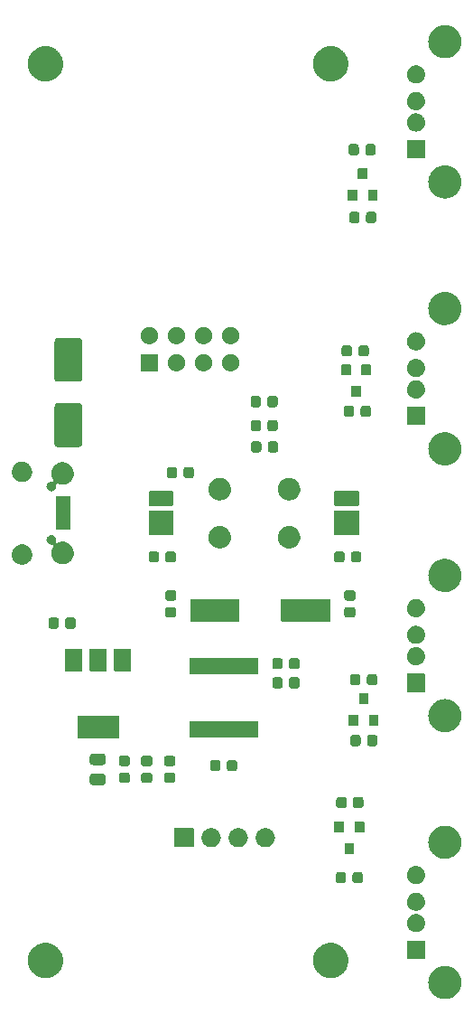
<source format=gbr>
G04 #@! TF.GenerationSoftware,KiCad,Pcbnew,(5.99.0-52-gefbc802f4)*
G04 #@! TF.CreationDate,2019-10-28T15:02:12+01:00*
G04 #@! TF.ProjectId,remote,72656d6f-7465-42e6-9b69-6361645f7063,rev?*
G04 #@! TF.SameCoordinates,Original*
G04 #@! TF.FileFunction,Soldermask,Top*
G04 #@! TF.FilePolarity,Negative*
%FSLAX46Y46*%
G04 Gerber Fmt 4.6, Leading zero omitted, Abs format (unit mm)*
G04 Created by KiCad (PCBNEW (5.99.0-52-gefbc802f4)) date 2019-10-28 15:02:12*
%MOMM*%
%LPD*%
G04 APERTURE LIST*
%ADD10C,0.100000*%
G04 APERTURE END LIST*
D10*
G36*
X192724870Y-161517503D02*
G01*
X192780587Y-161515557D01*
X192847861Y-161524056D01*
X192910350Y-161527385D01*
X192966239Y-161539010D01*
X193028205Y-161546838D01*
X193086838Y-161564095D01*
X193141387Y-161575441D01*
X193201309Y-161597785D01*
X193267637Y-161617307D01*
X193316700Y-161640814D01*
X193362485Y-161657887D01*
X193424355Y-161692394D01*
X193492722Y-161725150D01*
X193531870Y-161752359D01*
X193568580Y-161772833D01*
X193629992Y-161820555D01*
X193697669Y-161867592D01*
X193727117Y-161896029D01*
X193754905Y-161917623D01*
X193813181Y-161979140D01*
X193877207Y-162040969D01*
X193897690Y-162068349D01*
X193917196Y-162088940D01*
X193969539Y-162164391D01*
X194026715Y-162240821D01*
X194039424Y-162265130D01*
X194051703Y-162282831D01*
X194095241Y-162371900D01*
X194142347Y-162462005D01*
X194148868Y-162481606D01*
X194155330Y-162494827D01*
X194187204Y-162596849D01*
X194221129Y-162698831D01*
X194223351Y-162712547D01*
X194225703Y-162720077D01*
X194243218Y-162835216D01*
X194261033Y-162945207D01*
X194258079Y-163227248D01*
X194251707Y-163261966D01*
X194251166Y-163280197D01*
X194231162Y-163373910D01*
X194213024Y-163472734D01*
X194205639Y-163493474D01*
X194202281Y-163509204D01*
X194164978Y-163607664D01*
X194129300Y-163707859D01*
X194121956Y-163721218D01*
X194118676Y-163729875D01*
X194062486Y-163829393D01*
X194009061Y-163926573D01*
X194003852Y-163933240D01*
X194002659Y-163935353D01*
X193917525Y-164043734D01*
X193855400Y-164123249D01*
X193774204Y-164198438D01*
X193684728Y-164282314D01*
X193680477Y-164285230D01*
X193672271Y-164292829D01*
X193581065Y-164353426D01*
X193490132Y-164415806D01*
X193479346Y-164421009D01*
X193464386Y-164430948D01*
X193369597Y-164473946D01*
X193277593Y-164518324D01*
X193259603Y-164523841D01*
X193237091Y-164534053D01*
X193142529Y-164559745D01*
X193051988Y-164587512D01*
X193026633Y-164591234D01*
X192996237Y-164599492D01*
X192905124Y-164609068D01*
X192818513Y-164621781D01*
X192786058Y-164621583D01*
X192748018Y-164625581D01*
X192663077Y-164620832D01*
X192582537Y-164620340D01*
X192543732Y-164614159D01*
X192498820Y-164611648D01*
X192422188Y-164594799D01*
X192349503Y-164583222D01*
X192305572Y-164569160D01*
X192255056Y-164558053D01*
X192188282Y-164531615D01*
X192124751Y-164511279D01*
X192077318Y-164487681D01*
X192022997Y-164466174D01*
X191967052Y-164432824D01*
X191913481Y-164406173D01*
X191864562Y-164371729D01*
X191808612Y-164338376D01*
X191763850Y-164300816D01*
X191720537Y-164270319D01*
X191672434Y-164224109D01*
X191617418Y-164177945D01*
X191583622Y-164138792D01*
X191550359Y-164106838D01*
X191505609Y-164048413D01*
X191454333Y-163989009D01*
X191430758Y-163950688D01*
X191406869Y-163919499D01*
X191368132Y-163848891D01*
X191323554Y-163776430D01*
X191308980Y-163741071D01*
X191293367Y-163712612D01*
X191263347Y-163630357D01*
X191228444Y-163545676D01*
X191221254Y-163515023D01*
X191212464Y-163490937D01*
X191193818Y-163398049D01*
X191171451Y-163302684D01*
X191169727Y-163278029D01*
X191166023Y-163259577D01*
X191161300Y-163157527D01*
X191154040Y-163053705D01*
X191155668Y-163035820D01*
X191155114Y-163023855D01*
X191166738Y-162914177D01*
X191176661Y-162805146D01*
X191179442Y-162794316D01*
X191179985Y-162789190D01*
X191211189Y-162670668D01*
X191238731Y-162563401D01*
X191279091Y-162471021D01*
X191333971Y-162344502D01*
X191335264Y-162342445D01*
X191338652Y-162334690D01*
X191398740Y-162241452D01*
X191459542Y-162144713D01*
X191465595Y-162137713D01*
X191473855Y-162124896D01*
X191545058Y-162045817D01*
X191613893Y-161966212D01*
X191626124Y-161955785D01*
X191640861Y-161939417D01*
X191719191Y-161876438D01*
X191793465Y-161813114D01*
X191812935Y-161801065D01*
X191835373Y-161783025D01*
X191917267Y-161736503D01*
X191994129Y-161688939D01*
X192021484Y-161677299D01*
X192052387Y-161659744D01*
X192134567Y-161629182D01*
X192211259Y-161596549D01*
X192246685Y-161587486D01*
X192286320Y-161572746D01*
X192365882Y-161556992D01*
X192439877Y-161538062D01*
X192483059Y-161533790D01*
X192531153Y-161524267D01*
X192605594Y-161521668D01*
X192674709Y-161514830D01*
X192724870Y-161517503D01*
X192724870Y-161517503D01*
G37*
G36*
X155323730Y-159349000D02*
G01*
X155379937Y-159349000D01*
X155450874Y-159360235D01*
X155517558Y-159366128D01*
X155574072Y-159379748D01*
X155636610Y-159389653D01*
X155698179Y-159409658D01*
X155756121Y-159423622D01*
X155816809Y-159448203D01*
X155883764Y-159469958D01*
X155935106Y-159496118D01*
X155983565Y-159515746D01*
X156046309Y-159552779D01*
X156115312Y-159587938D01*
X156156161Y-159617616D01*
X156194891Y-159640476D01*
X156257232Y-159691049D01*
X156325554Y-159740688D01*
X156356207Y-159771341D01*
X156385465Y-159795076D01*
X156444718Y-159859852D01*
X156509312Y-159924446D01*
X156530574Y-159953711D01*
X156551091Y-159976140D01*
X156604400Y-160055323D01*
X156662062Y-160134688D01*
X156675230Y-160160531D01*
X156688137Y-160179703D01*
X156732562Y-160273052D01*
X156780042Y-160366236D01*
X156786784Y-160386987D01*
X156793587Y-160401281D01*
X156826245Y-160508436D01*
X156860347Y-160613390D01*
X156862634Y-160627830D01*
X156865129Y-160636016D01*
X156883244Y-160757955D01*
X156901000Y-160870063D01*
X156901000Y-161129937D01*
X156892684Y-161182440D01*
X156891885Y-161211983D01*
X156874640Y-161296367D01*
X156860347Y-161386610D01*
X156849164Y-161421027D01*
X156843080Y-161450799D01*
X156810365Y-161540439D01*
X156780042Y-161633764D01*
X156766872Y-161659612D01*
X156758950Y-161681318D01*
X156709540Y-161772131D01*
X156662062Y-161865312D01*
X156649241Y-161882959D01*
X156641672Y-161896870D01*
X156574158Y-161986301D01*
X156509312Y-162075554D01*
X156498976Y-162085890D01*
X156493819Y-162092721D01*
X156405782Y-162179084D01*
X156325554Y-162259312D01*
X156319558Y-162263668D01*
X156318640Y-162264569D01*
X156143110Y-162391866D01*
X156115312Y-162412062D01*
X156014629Y-162463363D01*
X155902223Y-162521753D01*
X155895505Y-162524060D01*
X155883764Y-162530042D01*
X155777902Y-162564439D01*
X155670133Y-162601441D01*
X155655994Y-162604049D01*
X155636610Y-162610347D01*
X155532080Y-162626903D01*
X155428808Y-162645950D01*
X155407170Y-162646687D01*
X155379937Y-162651000D01*
X155280480Y-162651000D01*
X155183553Y-162654300D01*
X155154812Y-162651000D01*
X155120063Y-162651000D01*
X155028482Y-162636495D01*
X154939768Y-162626309D01*
X154904791Y-162616904D01*
X154863390Y-162610347D01*
X154781749Y-162583820D01*
X154702788Y-162562589D01*
X154662903Y-162545205D01*
X154616236Y-162530042D01*
X154545965Y-162494237D01*
X154477832Y-162464541D01*
X154434765Y-162437578D01*
X154384688Y-162412062D01*
X154326590Y-162369851D01*
X154269843Y-162334323D01*
X154225667Y-162296526D01*
X154174446Y-162259312D01*
X154128671Y-162213537D01*
X154083382Y-162174788D01*
X154040465Y-162125331D01*
X153990688Y-162075554D01*
X153956823Y-162028943D01*
X153922556Y-161989454D01*
X153883461Y-161927969D01*
X153837938Y-161865312D01*
X153815015Y-161820323D01*
X153790884Y-161782372D01*
X153758299Y-161709012D01*
X153719958Y-161633764D01*
X153706561Y-161592533D01*
X153691269Y-161558105D01*
X153667885Y-161473501D01*
X153639653Y-161386610D01*
X153633993Y-161350874D01*
X153625897Y-161321582D01*
X153614348Y-161226843D01*
X153599000Y-161129937D01*
X153599000Y-161100932D01*
X153596203Y-161077987D01*
X153599000Y-160974628D01*
X153599000Y-160870063D01*
X153602413Y-160848516D01*
X153602841Y-160832689D01*
X153622390Y-160722382D01*
X153639653Y-160613390D01*
X153644171Y-160599485D01*
X153645664Y-160591061D01*
X153684876Y-160474207D01*
X153719958Y-160366236D01*
X153723325Y-160359628D01*
X153723732Y-160358415D01*
X153821710Y-160166538D01*
X153837938Y-160134688D01*
X153904366Y-160043258D01*
X153978002Y-159940214D01*
X153982942Y-159935107D01*
X153990688Y-159924446D01*
X154069390Y-159845744D01*
X154148621Y-159763841D01*
X154160037Y-159755097D01*
X154174446Y-159740688D01*
X154260048Y-159678494D01*
X154343440Y-159614621D01*
X154362390Y-159604139D01*
X154384688Y-159587938D01*
X154473279Y-159542798D01*
X154558164Y-159495843D01*
X154585275Y-159485734D01*
X154616236Y-159469958D01*
X154704418Y-159441306D01*
X154788091Y-159410105D01*
X154823527Y-159402605D01*
X154863390Y-159389653D01*
X154948177Y-159376224D01*
X155028171Y-159359294D01*
X155071600Y-159356676D01*
X155120063Y-159349000D01*
X155198917Y-159349000D01*
X155273111Y-159344527D01*
X155323730Y-159349000D01*
X155323730Y-159349000D01*
G37*
G36*
X182073730Y-159349000D02*
G01*
X182129937Y-159349000D01*
X182200874Y-159360235D01*
X182267558Y-159366128D01*
X182324072Y-159379748D01*
X182386610Y-159389653D01*
X182448179Y-159409658D01*
X182506121Y-159423622D01*
X182566809Y-159448203D01*
X182633764Y-159469958D01*
X182685106Y-159496118D01*
X182733565Y-159515746D01*
X182796309Y-159552779D01*
X182865312Y-159587938D01*
X182906161Y-159617616D01*
X182944891Y-159640476D01*
X183007232Y-159691049D01*
X183075554Y-159740688D01*
X183106207Y-159771341D01*
X183135465Y-159795076D01*
X183194718Y-159859852D01*
X183259312Y-159924446D01*
X183280574Y-159953711D01*
X183301091Y-159976140D01*
X183354400Y-160055323D01*
X183412062Y-160134688D01*
X183425230Y-160160531D01*
X183438137Y-160179703D01*
X183482562Y-160273052D01*
X183530042Y-160366236D01*
X183536784Y-160386987D01*
X183543587Y-160401281D01*
X183576245Y-160508436D01*
X183610347Y-160613390D01*
X183612634Y-160627830D01*
X183615129Y-160636016D01*
X183633244Y-160757955D01*
X183651000Y-160870063D01*
X183651000Y-161129937D01*
X183642684Y-161182440D01*
X183641885Y-161211983D01*
X183624640Y-161296367D01*
X183610347Y-161386610D01*
X183599164Y-161421027D01*
X183593080Y-161450799D01*
X183560365Y-161540439D01*
X183530042Y-161633764D01*
X183516872Y-161659612D01*
X183508950Y-161681318D01*
X183459540Y-161772131D01*
X183412062Y-161865312D01*
X183399241Y-161882959D01*
X183391672Y-161896870D01*
X183324158Y-161986301D01*
X183259312Y-162075554D01*
X183248976Y-162085890D01*
X183243819Y-162092721D01*
X183155782Y-162179084D01*
X183075554Y-162259312D01*
X183069558Y-162263668D01*
X183068640Y-162264569D01*
X182893110Y-162391866D01*
X182865312Y-162412062D01*
X182764629Y-162463363D01*
X182652223Y-162521753D01*
X182645505Y-162524060D01*
X182633764Y-162530042D01*
X182527902Y-162564439D01*
X182420133Y-162601441D01*
X182405994Y-162604049D01*
X182386610Y-162610347D01*
X182282080Y-162626903D01*
X182178808Y-162645950D01*
X182157170Y-162646687D01*
X182129937Y-162651000D01*
X182030480Y-162651000D01*
X181933553Y-162654300D01*
X181904812Y-162651000D01*
X181870063Y-162651000D01*
X181778482Y-162636495D01*
X181689768Y-162626309D01*
X181654791Y-162616904D01*
X181613390Y-162610347D01*
X181531749Y-162583820D01*
X181452788Y-162562589D01*
X181412903Y-162545205D01*
X181366236Y-162530042D01*
X181295965Y-162494237D01*
X181227832Y-162464541D01*
X181184765Y-162437578D01*
X181134688Y-162412062D01*
X181076590Y-162369851D01*
X181019843Y-162334323D01*
X180975667Y-162296526D01*
X180924446Y-162259312D01*
X180878671Y-162213537D01*
X180833382Y-162174788D01*
X180790465Y-162125331D01*
X180740688Y-162075554D01*
X180706823Y-162028943D01*
X180672556Y-161989454D01*
X180633461Y-161927969D01*
X180587938Y-161865312D01*
X180565015Y-161820323D01*
X180540884Y-161782372D01*
X180508299Y-161709012D01*
X180469958Y-161633764D01*
X180456561Y-161592533D01*
X180441269Y-161558105D01*
X180417885Y-161473501D01*
X180389653Y-161386610D01*
X180383993Y-161350874D01*
X180375897Y-161321582D01*
X180364348Y-161226843D01*
X180349000Y-161129937D01*
X180349000Y-161100932D01*
X180346203Y-161077987D01*
X180349000Y-160974628D01*
X180349000Y-160870063D01*
X180352413Y-160848516D01*
X180352841Y-160832689D01*
X180372390Y-160722382D01*
X180389653Y-160613390D01*
X180394171Y-160599485D01*
X180395664Y-160591061D01*
X180434876Y-160474207D01*
X180469958Y-160366236D01*
X180473325Y-160359628D01*
X180473732Y-160358415D01*
X180571710Y-160166538D01*
X180587938Y-160134688D01*
X180654366Y-160043258D01*
X180728002Y-159940214D01*
X180732942Y-159935107D01*
X180740688Y-159924446D01*
X180819390Y-159845744D01*
X180898621Y-159763841D01*
X180910037Y-159755097D01*
X180924446Y-159740688D01*
X181010048Y-159678494D01*
X181093440Y-159614621D01*
X181112390Y-159604139D01*
X181134688Y-159587938D01*
X181223279Y-159542798D01*
X181308164Y-159495843D01*
X181335275Y-159485734D01*
X181366236Y-159469958D01*
X181454418Y-159441306D01*
X181538091Y-159410105D01*
X181573527Y-159402605D01*
X181613390Y-159389653D01*
X181698177Y-159376224D01*
X181778171Y-159359294D01*
X181821600Y-159356676D01*
X181870063Y-159349000D01*
X181948917Y-159349000D01*
X182023111Y-159344527D01*
X182073730Y-159349000D01*
X182073730Y-159349000D01*
G37*
G36*
X190819899Y-159151959D02*
G01*
X190836769Y-159163231D01*
X190848041Y-159180101D01*
X190854448Y-159212312D01*
X190854448Y-160787688D01*
X190851999Y-160800000D01*
X190848041Y-160819899D01*
X190836769Y-160836769D01*
X190819899Y-160848041D01*
X190800000Y-160851999D01*
X190787688Y-160854448D01*
X189212312Y-160854448D01*
X189180101Y-160848041D01*
X189163231Y-160836769D01*
X189151959Y-160819899D01*
X189145552Y-160787688D01*
X189145552Y-159212312D01*
X189151959Y-159180101D01*
X189163231Y-159163231D01*
X189180101Y-159151959D01*
X189212312Y-159145552D01*
X190787688Y-159145552D01*
X190819899Y-159151959D01*
X190819899Y-159151959D01*
G37*
G36*
X190002976Y-156647826D02*
G01*
X190044766Y-156645782D01*
X190089056Y-156652639D01*
X190139810Y-156655476D01*
X190180163Y-156666743D01*
X190215621Y-156672232D01*
X190263204Y-156689928D01*
X190317898Y-156705199D01*
X190349622Y-156722067D01*
X190377659Y-156732494D01*
X190425757Y-156762549D01*
X190481153Y-156792004D01*
X190503968Y-156811421D01*
X190524271Y-156824108D01*
X190569641Y-156867313D01*
X190621961Y-156911841D01*
X190636463Y-156930947D01*
X190649472Y-156943335D01*
X190688616Y-156999655D01*
X190733751Y-157059118D01*
X190741302Y-157075459D01*
X190748142Y-157085301D01*
X190777508Y-157153817D01*
X190811307Y-157226965D01*
X190813885Y-157238692D01*
X190816247Y-157244202D01*
X190832429Y-157323036D01*
X190851011Y-157407551D01*
X190850345Y-157598388D01*
X190831181Y-157682738D01*
X190814443Y-157761485D01*
X190812041Y-157766982D01*
X190809381Y-157778692D01*
X190775069Y-157851609D01*
X190745227Y-157919915D01*
X190738318Y-157929709D01*
X190730655Y-157945994D01*
X190685114Y-158005130D01*
X190645570Y-158061187D01*
X190632472Y-158073487D01*
X190617840Y-158092487D01*
X190565227Y-158136635D01*
X190519544Y-158179534D01*
X190499147Y-158192082D01*
X190476199Y-158211338D01*
X190420600Y-158240405D01*
X190372293Y-158270123D01*
X190344184Y-158280354D01*
X190312341Y-158297001D01*
X190257534Y-158311892D01*
X190209831Y-158329254D01*
X190174340Y-158334495D01*
X190133911Y-158345479D01*
X190083139Y-158347962D01*
X190038803Y-158354509D01*
X189997027Y-158352174D01*
X189949233Y-158354511D01*
X189904992Y-158347028D01*
X189866189Y-158344859D01*
X189819980Y-158332650D01*
X189766923Y-158323676D01*
X189730839Y-158309097D01*
X189699035Y-158300694D01*
X189650897Y-158276799D01*
X189595488Y-158254412D01*
X189568311Y-158235804D01*
X189544182Y-158223826D01*
X189497128Y-158187063D01*
X189442926Y-158149950D01*
X189424469Y-158130295D01*
X189407950Y-158117389D01*
X189365400Y-158067393D01*
X189316354Y-158015164D01*
X189305608Y-157997138D01*
X189295896Y-157985726D01*
X189261401Y-157922981D01*
X189221678Y-157856344D01*
X189216943Y-157842111D01*
X189212610Y-157834229D01*
X189189692Y-157760192D01*
X189163314Y-157680898D01*
X189162372Y-157671934D01*
X189161486Y-157669072D01*
X189153347Y-157586068D01*
X189143987Y-157497012D01*
X189153967Y-157408044D01*
X189162687Y-157325078D01*
X189163593Y-157322220D01*
X189164598Y-157313265D01*
X189191530Y-157234153D01*
X189214963Y-157160281D01*
X189219350Y-157152432D01*
X189224184Y-157138231D01*
X189264382Y-157071857D01*
X189299304Y-157009371D01*
X189309092Y-156998031D01*
X189319967Y-156980075D01*
X189369385Y-156928181D01*
X189412273Y-156878495D01*
X189428879Y-156865707D01*
X189447477Y-156846177D01*
X189501952Y-156809433D01*
X189549250Y-156773009D01*
X189573458Y-156761202D01*
X189600765Y-156742783D01*
X189656319Y-156720787D01*
X189704633Y-156697223D01*
X189736503Y-156689040D01*
X189772679Y-156674717D01*
X189825795Y-156666114D01*
X189872088Y-156654228D01*
X189910903Y-156652330D01*
X189955199Y-156645155D01*
X190002976Y-156647826D01*
X190002976Y-156647826D01*
G37*
G36*
X190002976Y-154647826D02*
G01*
X190044766Y-154645782D01*
X190089056Y-154652639D01*
X190139810Y-154655476D01*
X190180163Y-154666743D01*
X190215621Y-154672232D01*
X190263204Y-154689928D01*
X190317898Y-154705199D01*
X190349622Y-154722067D01*
X190377659Y-154732494D01*
X190425757Y-154762549D01*
X190481153Y-154792004D01*
X190503968Y-154811421D01*
X190524271Y-154824108D01*
X190569641Y-154867313D01*
X190621961Y-154911841D01*
X190636463Y-154930947D01*
X190649472Y-154943335D01*
X190688616Y-154999655D01*
X190733751Y-155059118D01*
X190741302Y-155075459D01*
X190748142Y-155085301D01*
X190777508Y-155153817D01*
X190811307Y-155226965D01*
X190813885Y-155238692D01*
X190816247Y-155244202D01*
X190832429Y-155323036D01*
X190851011Y-155407551D01*
X190850345Y-155598388D01*
X190831181Y-155682738D01*
X190814443Y-155761485D01*
X190812041Y-155766982D01*
X190809381Y-155778692D01*
X190775069Y-155851609D01*
X190745227Y-155919915D01*
X190738318Y-155929709D01*
X190730655Y-155945994D01*
X190685114Y-156005130D01*
X190645570Y-156061187D01*
X190632472Y-156073487D01*
X190617840Y-156092487D01*
X190565227Y-156136635D01*
X190519544Y-156179534D01*
X190499147Y-156192082D01*
X190476199Y-156211338D01*
X190420600Y-156240405D01*
X190372293Y-156270123D01*
X190344184Y-156280354D01*
X190312341Y-156297001D01*
X190257534Y-156311892D01*
X190209831Y-156329254D01*
X190174340Y-156334495D01*
X190133911Y-156345479D01*
X190083139Y-156347962D01*
X190038803Y-156354509D01*
X189997027Y-156352174D01*
X189949233Y-156354511D01*
X189904992Y-156347028D01*
X189866189Y-156344859D01*
X189819980Y-156332650D01*
X189766923Y-156323676D01*
X189730839Y-156309097D01*
X189699035Y-156300694D01*
X189650897Y-156276799D01*
X189595488Y-156254412D01*
X189568311Y-156235804D01*
X189544182Y-156223826D01*
X189497128Y-156187063D01*
X189442926Y-156149950D01*
X189424469Y-156130295D01*
X189407950Y-156117389D01*
X189365400Y-156067393D01*
X189316354Y-156015164D01*
X189305608Y-155997138D01*
X189295896Y-155985726D01*
X189261401Y-155922981D01*
X189221678Y-155856344D01*
X189216943Y-155842111D01*
X189212610Y-155834229D01*
X189189692Y-155760192D01*
X189163314Y-155680898D01*
X189162372Y-155671934D01*
X189161486Y-155669072D01*
X189153347Y-155586068D01*
X189143987Y-155497012D01*
X189153967Y-155408044D01*
X189162687Y-155325078D01*
X189163593Y-155322220D01*
X189164598Y-155313265D01*
X189191530Y-155234153D01*
X189214963Y-155160281D01*
X189219350Y-155152432D01*
X189224184Y-155138231D01*
X189264382Y-155071857D01*
X189299304Y-155009371D01*
X189309092Y-154998031D01*
X189319967Y-154980075D01*
X189369385Y-154928181D01*
X189412273Y-154878495D01*
X189428879Y-154865707D01*
X189447477Y-154846177D01*
X189501952Y-154809433D01*
X189549250Y-154773009D01*
X189573458Y-154761202D01*
X189600765Y-154742783D01*
X189656319Y-154720787D01*
X189704633Y-154697223D01*
X189736503Y-154689040D01*
X189772679Y-154674717D01*
X189825795Y-154666114D01*
X189872088Y-154654228D01*
X189910903Y-154652330D01*
X189955199Y-154645155D01*
X190002976Y-154647826D01*
X190002976Y-154647826D01*
G37*
G36*
X190002976Y-152147826D02*
G01*
X190044766Y-152145782D01*
X190089056Y-152152639D01*
X190139810Y-152155476D01*
X190180163Y-152166743D01*
X190215621Y-152172232D01*
X190263204Y-152189928D01*
X190317898Y-152205199D01*
X190349622Y-152222067D01*
X190377659Y-152232494D01*
X190425757Y-152262549D01*
X190481153Y-152292004D01*
X190503968Y-152311421D01*
X190524271Y-152324108D01*
X190569641Y-152367313D01*
X190621961Y-152411841D01*
X190636463Y-152430947D01*
X190649472Y-152443335D01*
X190688616Y-152499655D01*
X190733751Y-152559118D01*
X190741302Y-152575459D01*
X190748142Y-152585301D01*
X190777508Y-152653817D01*
X190811307Y-152726965D01*
X190813885Y-152738692D01*
X190816247Y-152744202D01*
X190832429Y-152823036D01*
X190851011Y-152907551D01*
X190850345Y-153098388D01*
X190831181Y-153182738D01*
X190814443Y-153261485D01*
X190812041Y-153266982D01*
X190809381Y-153278692D01*
X190775069Y-153351609D01*
X190745227Y-153419915D01*
X190738318Y-153429709D01*
X190730655Y-153445994D01*
X190685114Y-153505130D01*
X190645570Y-153561187D01*
X190632472Y-153573487D01*
X190617840Y-153592487D01*
X190565227Y-153636635D01*
X190519544Y-153679534D01*
X190499147Y-153692082D01*
X190476199Y-153711338D01*
X190420600Y-153740405D01*
X190372293Y-153770123D01*
X190344184Y-153780354D01*
X190312341Y-153797001D01*
X190257534Y-153811892D01*
X190209831Y-153829254D01*
X190174340Y-153834495D01*
X190133911Y-153845479D01*
X190083139Y-153847962D01*
X190038803Y-153854509D01*
X189997027Y-153852174D01*
X189949233Y-153854511D01*
X189904992Y-153847028D01*
X189866189Y-153844859D01*
X189819980Y-153832650D01*
X189766923Y-153823676D01*
X189730839Y-153809097D01*
X189699035Y-153800694D01*
X189650897Y-153776799D01*
X189595488Y-153754412D01*
X189568311Y-153735804D01*
X189544182Y-153723826D01*
X189497128Y-153687063D01*
X189442926Y-153649950D01*
X189424469Y-153630295D01*
X189407950Y-153617389D01*
X189365400Y-153567393D01*
X189316354Y-153515164D01*
X189305608Y-153497138D01*
X189295896Y-153485726D01*
X189261401Y-153422981D01*
X189221678Y-153356344D01*
X189216943Y-153342111D01*
X189212610Y-153334229D01*
X189189692Y-153260192D01*
X189163314Y-153180898D01*
X189162372Y-153171934D01*
X189161486Y-153169072D01*
X189153347Y-153086068D01*
X189143987Y-152997012D01*
X189153967Y-152908044D01*
X189162687Y-152825078D01*
X189163593Y-152822220D01*
X189164598Y-152813265D01*
X189191530Y-152734153D01*
X189214963Y-152660281D01*
X189219350Y-152652432D01*
X189224184Y-152638231D01*
X189264382Y-152571857D01*
X189299304Y-152509371D01*
X189309092Y-152498031D01*
X189319967Y-152480075D01*
X189369385Y-152428181D01*
X189412273Y-152378495D01*
X189428879Y-152365707D01*
X189447477Y-152346177D01*
X189501952Y-152309433D01*
X189549250Y-152273009D01*
X189573458Y-152261202D01*
X189600765Y-152242783D01*
X189656319Y-152220787D01*
X189704633Y-152197223D01*
X189736503Y-152189040D01*
X189772679Y-152174717D01*
X189825795Y-152166114D01*
X189872088Y-152154228D01*
X189910903Y-152152330D01*
X189955199Y-152145155D01*
X190002976Y-152147826D01*
X190002976Y-152147826D01*
G37*
G36*
X184751231Y-152723001D02*
G01*
X184751964Y-152723001D01*
X184754829Y-152723571D01*
X184837918Y-152736731D01*
X184848760Y-152742255D01*
X184857215Y-152743937D01*
X184873768Y-152754998D01*
X184914054Y-152775524D01*
X184933316Y-152794786D01*
X184946443Y-152803557D01*
X184955214Y-152816684D01*
X184974476Y-152835946D01*
X184995002Y-152876232D01*
X185006063Y-152892785D01*
X185007745Y-152901240D01*
X185013269Y-152912082D01*
X185026429Y-152995171D01*
X185026999Y-152998036D01*
X185026999Y-152998769D01*
X185028194Y-153006314D01*
X185028194Y-153493686D01*
X185026999Y-153501231D01*
X185026999Y-153501964D01*
X185026429Y-153504829D01*
X185013269Y-153587918D01*
X185007745Y-153598760D01*
X185006063Y-153607215D01*
X184995002Y-153623768D01*
X184974476Y-153664054D01*
X184955214Y-153683316D01*
X184946443Y-153696443D01*
X184933316Y-153705214D01*
X184914054Y-153724476D01*
X184873768Y-153745002D01*
X184857215Y-153756063D01*
X184848760Y-153757745D01*
X184837918Y-153763269D01*
X184754829Y-153776429D01*
X184751964Y-153776999D01*
X184751231Y-153776999D01*
X184743686Y-153778194D01*
X184331314Y-153778194D01*
X184323769Y-153776999D01*
X184323036Y-153776999D01*
X184320171Y-153776429D01*
X184237082Y-153763269D01*
X184226240Y-153757745D01*
X184217785Y-153756063D01*
X184201232Y-153745002D01*
X184160946Y-153724476D01*
X184141684Y-153705214D01*
X184128557Y-153696443D01*
X184119786Y-153683316D01*
X184100524Y-153664054D01*
X184079998Y-153623768D01*
X184068937Y-153607215D01*
X184067255Y-153598760D01*
X184061731Y-153587918D01*
X184048571Y-153504829D01*
X184048001Y-153501964D01*
X184048001Y-153501231D01*
X184046806Y-153493686D01*
X184046806Y-153006314D01*
X184048001Y-152998769D01*
X184048001Y-152998036D01*
X184048571Y-152995171D01*
X184061731Y-152912082D01*
X184067255Y-152901240D01*
X184068937Y-152892785D01*
X184079998Y-152876232D01*
X184100524Y-152835946D01*
X184119786Y-152816684D01*
X184128557Y-152803557D01*
X184141684Y-152794786D01*
X184160946Y-152775524D01*
X184201232Y-152754998D01*
X184217785Y-152743937D01*
X184226240Y-152742255D01*
X184237082Y-152736731D01*
X184320171Y-152723571D01*
X184323036Y-152723001D01*
X184323769Y-152723001D01*
X184331314Y-152721806D01*
X184743686Y-152721806D01*
X184751231Y-152723001D01*
X184751231Y-152723001D01*
G37*
G36*
X183176231Y-152723001D02*
G01*
X183176964Y-152723001D01*
X183179829Y-152723571D01*
X183262918Y-152736731D01*
X183273760Y-152742255D01*
X183282215Y-152743937D01*
X183298768Y-152754998D01*
X183339054Y-152775524D01*
X183358316Y-152794786D01*
X183371443Y-152803557D01*
X183380214Y-152816684D01*
X183399476Y-152835946D01*
X183420002Y-152876232D01*
X183431063Y-152892785D01*
X183432745Y-152901240D01*
X183438269Y-152912082D01*
X183451429Y-152995171D01*
X183451999Y-152998036D01*
X183451999Y-152998769D01*
X183453194Y-153006314D01*
X183453194Y-153493686D01*
X183451999Y-153501231D01*
X183451999Y-153501964D01*
X183451429Y-153504829D01*
X183438269Y-153587918D01*
X183432745Y-153598760D01*
X183431063Y-153607215D01*
X183420002Y-153623768D01*
X183399476Y-153664054D01*
X183380214Y-153683316D01*
X183371443Y-153696443D01*
X183358316Y-153705214D01*
X183339054Y-153724476D01*
X183298768Y-153745002D01*
X183282215Y-153756063D01*
X183273760Y-153757745D01*
X183262918Y-153763269D01*
X183179829Y-153776429D01*
X183176964Y-153776999D01*
X183176231Y-153776999D01*
X183168686Y-153778194D01*
X182756314Y-153778194D01*
X182748769Y-153776999D01*
X182748036Y-153776999D01*
X182745171Y-153776429D01*
X182662082Y-153763269D01*
X182651240Y-153757745D01*
X182642785Y-153756063D01*
X182626232Y-153745002D01*
X182585946Y-153724476D01*
X182566684Y-153705214D01*
X182553557Y-153696443D01*
X182544786Y-153683316D01*
X182525524Y-153664054D01*
X182504998Y-153623768D01*
X182493937Y-153607215D01*
X182492255Y-153598760D01*
X182486731Y-153587918D01*
X182473571Y-153504829D01*
X182473001Y-153501964D01*
X182473001Y-153501231D01*
X182471806Y-153493686D01*
X182471806Y-153006314D01*
X182473001Y-152998769D01*
X182473001Y-152998036D01*
X182473571Y-152995171D01*
X182486731Y-152912082D01*
X182492255Y-152901240D01*
X182493937Y-152892785D01*
X182504998Y-152876232D01*
X182525524Y-152835946D01*
X182544786Y-152816684D01*
X182553557Y-152803557D01*
X182566684Y-152794786D01*
X182585946Y-152775524D01*
X182626232Y-152754998D01*
X182642785Y-152743937D01*
X182651240Y-152742255D01*
X182662082Y-152736731D01*
X182745171Y-152723571D01*
X182748036Y-152723001D01*
X182748769Y-152723001D01*
X182756314Y-152721806D01*
X183168686Y-152721806D01*
X183176231Y-152723001D01*
X183176231Y-152723001D01*
G37*
G36*
X192724870Y-148377503D02*
G01*
X192780587Y-148375557D01*
X192847861Y-148384056D01*
X192910350Y-148387385D01*
X192966239Y-148399010D01*
X193028205Y-148406838D01*
X193086838Y-148424095D01*
X193141387Y-148435441D01*
X193201309Y-148457785D01*
X193267637Y-148477307D01*
X193316700Y-148500814D01*
X193362485Y-148517887D01*
X193424355Y-148552394D01*
X193492722Y-148585150D01*
X193531870Y-148612359D01*
X193568580Y-148632833D01*
X193629992Y-148680555D01*
X193697669Y-148727592D01*
X193727117Y-148756029D01*
X193754905Y-148777623D01*
X193813181Y-148839140D01*
X193877207Y-148900969D01*
X193897690Y-148928349D01*
X193917196Y-148948940D01*
X193969539Y-149024391D01*
X194026715Y-149100821D01*
X194039424Y-149125130D01*
X194051703Y-149142831D01*
X194095241Y-149231900D01*
X194142347Y-149322005D01*
X194148868Y-149341606D01*
X194155330Y-149354827D01*
X194187204Y-149456849D01*
X194221129Y-149558831D01*
X194223351Y-149572547D01*
X194225703Y-149580077D01*
X194243218Y-149695216D01*
X194261033Y-149805207D01*
X194258079Y-150087248D01*
X194251707Y-150121966D01*
X194251166Y-150140197D01*
X194231162Y-150233910D01*
X194213024Y-150332734D01*
X194205639Y-150353474D01*
X194202281Y-150369204D01*
X194164978Y-150467664D01*
X194129300Y-150567859D01*
X194121956Y-150581218D01*
X194118676Y-150589875D01*
X194062486Y-150689393D01*
X194009061Y-150786573D01*
X194003852Y-150793240D01*
X194002659Y-150795353D01*
X193917525Y-150903734D01*
X193855400Y-150983249D01*
X193774204Y-151058438D01*
X193684728Y-151142314D01*
X193680477Y-151145230D01*
X193672271Y-151152829D01*
X193581065Y-151213426D01*
X193490132Y-151275806D01*
X193479346Y-151281009D01*
X193464386Y-151290948D01*
X193369597Y-151333946D01*
X193277593Y-151378324D01*
X193259603Y-151383841D01*
X193237091Y-151394053D01*
X193142529Y-151419745D01*
X193051988Y-151447512D01*
X193026633Y-151451234D01*
X192996237Y-151459492D01*
X192905124Y-151469068D01*
X192818513Y-151481781D01*
X192786058Y-151481583D01*
X192748018Y-151485581D01*
X192663077Y-151480832D01*
X192582537Y-151480340D01*
X192543732Y-151474159D01*
X192498820Y-151471648D01*
X192422188Y-151454799D01*
X192349503Y-151443222D01*
X192305572Y-151429160D01*
X192255056Y-151418053D01*
X192188282Y-151391615D01*
X192124751Y-151371279D01*
X192077318Y-151347681D01*
X192022997Y-151326174D01*
X191967052Y-151292824D01*
X191913481Y-151266173D01*
X191864562Y-151231729D01*
X191808612Y-151198376D01*
X191763850Y-151160816D01*
X191720537Y-151130319D01*
X191672434Y-151084109D01*
X191617418Y-151037945D01*
X191583622Y-150998792D01*
X191550359Y-150966838D01*
X191505609Y-150908413D01*
X191454333Y-150849009D01*
X191430758Y-150810688D01*
X191406869Y-150779499D01*
X191368132Y-150708891D01*
X191323554Y-150636430D01*
X191308980Y-150601071D01*
X191293367Y-150572612D01*
X191263347Y-150490357D01*
X191228444Y-150405676D01*
X191221254Y-150375023D01*
X191212464Y-150350937D01*
X191193818Y-150258049D01*
X191171451Y-150162684D01*
X191169727Y-150138029D01*
X191166023Y-150119577D01*
X191161300Y-150017527D01*
X191154040Y-149913705D01*
X191155668Y-149895820D01*
X191155114Y-149883855D01*
X191166738Y-149774177D01*
X191176661Y-149665146D01*
X191179442Y-149654316D01*
X191179985Y-149649190D01*
X191211189Y-149530668D01*
X191238731Y-149423401D01*
X191279091Y-149331021D01*
X191333971Y-149204502D01*
X191335264Y-149202445D01*
X191338652Y-149194690D01*
X191398740Y-149101452D01*
X191459542Y-149004713D01*
X191465595Y-148997713D01*
X191473855Y-148984896D01*
X191545058Y-148905817D01*
X191613893Y-148826212D01*
X191626124Y-148815785D01*
X191640861Y-148799417D01*
X191719191Y-148736438D01*
X191793465Y-148673114D01*
X191812935Y-148661065D01*
X191835373Y-148643025D01*
X191917267Y-148596503D01*
X191994129Y-148548939D01*
X192021484Y-148537299D01*
X192052387Y-148519744D01*
X192134567Y-148489182D01*
X192211259Y-148456549D01*
X192246685Y-148447486D01*
X192286320Y-148432746D01*
X192365882Y-148416992D01*
X192439877Y-148398062D01*
X192483059Y-148393790D01*
X192531153Y-148384267D01*
X192605594Y-148381668D01*
X192674709Y-148374830D01*
X192724870Y-148377503D01*
X192724870Y-148377503D01*
G37*
G36*
X184169899Y-150001959D02*
G01*
X184186769Y-150013231D01*
X184198041Y-150030101D01*
X184204448Y-150062312D01*
X184204448Y-150937688D01*
X184201999Y-150950000D01*
X184198041Y-150969899D01*
X184186769Y-150986769D01*
X184169899Y-150998041D01*
X184150000Y-151001999D01*
X184137688Y-151004448D01*
X183362312Y-151004448D01*
X183330101Y-150998041D01*
X183313231Y-150986769D01*
X183301959Y-150969899D01*
X183295552Y-150937688D01*
X183295552Y-150062312D01*
X183301959Y-150030101D01*
X183313231Y-150013231D01*
X183330101Y-150001959D01*
X183362312Y-149995552D01*
X184137688Y-149995552D01*
X184169899Y-150001959D01*
X184169899Y-150001959D01*
G37*
G36*
X169119899Y-148601959D02*
G01*
X169136769Y-148613231D01*
X169148041Y-148630101D01*
X169154448Y-148662312D01*
X169154448Y-150337688D01*
X169151999Y-150350000D01*
X169148041Y-150369899D01*
X169136769Y-150386769D01*
X169119899Y-150398041D01*
X169100000Y-150401999D01*
X169087688Y-150404448D01*
X167412312Y-150404448D01*
X167380101Y-150398041D01*
X167363231Y-150386769D01*
X167351959Y-150369899D01*
X167345552Y-150337688D01*
X167345552Y-148662312D01*
X167351959Y-148630101D01*
X167363231Y-148613231D01*
X167380101Y-148601959D01*
X167412312Y-148595552D01*
X169087688Y-148595552D01*
X169119899Y-148601959D01*
X169119899Y-148601959D01*
G37*
G36*
X170978360Y-148613835D02*
G01*
X171059397Y-148640166D01*
X171146663Y-148667848D01*
X171149655Y-148669493D01*
X171158488Y-148672363D01*
X171230466Y-148713919D01*
X171301499Y-148752970D01*
X171308986Y-148759253D01*
X171322511Y-148767061D01*
X171380259Y-148819057D01*
X171436857Y-148866549D01*
X171446962Y-148879118D01*
X171463261Y-148893793D01*
X171505454Y-148951867D01*
X171547579Y-149004260D01*
X171557994Y-149024182D01*
X171574586Y-149047019D01*
X171601297Y-149107012D01*
X171629439Y-149160843D01*
X171637582Y-149188510D01*
X171651621Y-149220042D01*
X171663992Y-149278241D01*
X171679328Y-149330349D01*
X171682518Y-149365401D01*
X171690999Y-149405301D01*
X171690999Y-149458592D01*
X171695343Y-149506324D01*
X171690999Y-149547653D01*
X171690999Y-149594699D01*
X171681217Y-149640721D01*
X171676873Y-149682047D01*
X171662702Y-149727827D01*
X171651621Y-149779958D01*
X171635028Y-149817226D01*
X171624622Y-149850843D01*
X171598789Y-149898620D01*
X171574586Y-149952981D01*
X171554298Y-149980905D01*
X171540580Y-150006276D01*
X171501859Y-150053082D01*
X171463261Y-150106207D01*
X171442284Y-150125095D01*
X171427952Y-150142419D01*
X171375845Y-150184917D01*
X171322511Y-150232939D01*
X171303524Y-150243901D01*
X171291025Y-150254095D01*
X171225780Y-150288786D01*
X171158488Y-150327637D01*
X171143636Y-150332463D01*
X171135003Y-150337053D01*
X171057430Y-150360473D01*
X170978360Y-150386165D01*
X170969114Y-150387137D01*
X170965851Y-150388122D01*
X170874710Y-150397059D01*
X170837211Y-150401000D01*
X170742789Y-150401000D01*
X170601640Y-150386165D01*
X170520603Y-150359834D01*
X170433337Y-150332152D01*
X170430345Y-150330507D01*
X170421512Y-150327637D01*
X170349534Y-150286081D01*
X170278501Y-150247030D01*
X170271014Y-150240747D01*
X170257489Y-150232939D01*
X170199741Y-150180943D01*
X170143143Y-150133451D01*
X170133038Y-150120882D01*
X170116739Y-150106207D01*
X170074546Y-150048133D01*
X170032421Y-149995740D01*
X170022006Y-149975818D01*
X170005414Y-149952981D01*
X169978703Y-149892988D01*
X169950561Y-149839157D01*
X169942418Y-149811490D01*
X169928379Y-149779958D01*
X169916008Y-149721759D01*
X169900672Y-149669651D01*
X169897482Y-149634599D01*
X169889001Y-149594699D01*
X169889001Y-149541408D01*
X169884657Y-149493676D01*
X169889001Y-149452347D01*
X169889001Y-149405301D01*
X169898783Y-149359279D01*
X169903127Y-149317953D01*
X169917298Y-149272173D01*
X169928379Y-149220042D01*
X169944972Y-149182774D01*
X169955378Y-149149157D01*
X169981211Y-149101380D01*
X170005414Y-149047019D01*
X170025702Y-149019095D01*
X170039420Y-148993724D01*
X170078141Y-148946918D01*
X170116739Y-148893793D01*
X170137716Y-148874905D01*
X170152048Y-148857581D01*
X170204155Y-148815083D01*
X170257489Y-148767061D01*
X170276476Y-148756099D01*
X170288975Y-148745905D01*
X170354220Y-148711214D01*
X170421512Y-148672363D01*
X170436364Y-148667537D01*
X170444997Y-148662947D01*
X170522570Y-148639527D01*
X170601640Y-148613835D01*
X170610886Y-148612863D01*
X170614149Y-148611878D01*
X170705290Y-148602941D01*
X170742789Y-148599000D01*
X170837211Y-148599000D01*
X170978360Y-148613835D01*
X170978360Y-148613835D01*
G37*
G36*
X173518360Y-148613835D02*
G01*
X173599397Y-148640166D01*
X173686663Y-148667848D01*
X173689655Y-148669493D01*
X173698488Y-148672363D01*
X173770466Y-148713919D01*
X173841499Y-148752970D01*
X173848986Y-148759253D01*
X173862511Y-148767061D01*
X173920259Y-148819057D01*
X173976857Y-148866549D01*
X173986962Y-148879118D01*
X174003261Y-148893793D01*
X174045454Y-148951867D01*
X174087579Y-149004260D01*
X174097994Y-149024182D01*
X174114586Y-149047019D01*
X174141297Y-149107012D01*
X174169439Y-149160843D01*
X174177582Y-149188510D01*
X174191621Y-149220042D01*
X174203992Y-149278241D01*
X174219328Y-149330349D01*
X174222518Y-149365401D01*
X174230999Y-149405301D01*
X174230999Y-149458592D01*
X174235343Y-149506324D01*
X174230999Y-149547653D01*
X174230999Y-149594699D01*
X174221217Y-149640721D01*
X174216873Y-149682047D01*
X174202702Y-149727827D01*
X174191621Y-149779958D01*
X174175028Y-149817226D01*
X174164622Y-149850843D01*
X174138789Y-149898620D01*
X174114586Y-149952981D01*
X174094298Y-149980905D01*
X174080580Y-150006276D01*
X174041859Y-150053082D01*
X174003261Y-150106207D01*
X173982284Y-150125095D01*
X173967952Y-150142419D01*
X173915845Y-150184917D01*
X173862511Y-150232939D01*
X173843524Y-150243901D01*
X173831025Y-150254095D01*
X173765780Y-150288786D01*
X173698488Y-150327637D01*
X173683636Y-150332463D01*
X173675003Y-150337053D01*
X173597430Y-150360473D01*
X173518360Y-150386165D01*
X173509114Y-150387137D01*
X173505851Y-150388122D01*
X173414710Y-150397059D01*
X173377211Y-150401000D01*
X173282789Y-150401000D01*
X173141640Y-150386165D01*
X173060603Y-150359834D01*
X172973337Y-150332152D01*
X172970345Y-150330507D01*
X172961512Y-150327637D01*
X172889534Y-150286081D01*
X172818501Y-150247030D01*
X172811014Y-150240747D01*
X172797489Y-150232939D01*
X172739741Y-150180943D01*
X172683143Y-150133451D01*
X172673038Y-150120882D01*
X172656739Y-150106207D01*
X172614546Y-150048133D01*
X172572421Y-149995740D01*
X172562006Y-149975818D01*
X172545414Y-149952981D01*
X172518703Y-149892988D01*
X172490561Y-149839157D01*
X172482418Y-149811490D01*
X172468379Y-149779958D01*
X172456008Y-149721759D01*
X172440672Y-149669651D01*
X172437482Y-149634599D01*
X172429001Y-149594699D01*
X172429001Y-149541408D01*
X172424657Y-149493676D01*
X172429001Y-149452347D01*
X172429001Y-149405301D01*
X172438783Y-149359279D01*
X172443127Y-149317953D01*
X172457298Y-149272173D01*
X172468379Y-149220042D01*
X172484972Y-149182774D01*
X172495378Y-149149157D01*
X172521211Y-149101380D01*
X172545414Y-149047019D01*
X172565702Y-149019095D01*
X172579420Y-148993724D01*
X172618141Y-148946918D01*
X172656739Y-148893793D01*
X172677716Y-148874905D01*
X172692048Y-148857581D01*
X172744155Y-148815083D01*
X172797489Y-148767061D01*
X172816476Y-148756099D01*
X172828975Y-148745905D01*
X172894220Y-148711214D01*
X172961512Y-148672363D01*
X172976364Y-148667537D01*
X172984997Y-148662947D01*
X173062570Y-148639527D01*
X173141640Y-148613835D01*
X173150886Y-148612863D01*
X173154149Y-148611878D01*
X173245290Y-148602941D01*
X173282789Y-148599000D01*
X173377211Y-148599000D01*
X173518360Y-148613835D01*
X173518360Y-148613835D01*
G37*
G36*
X176058360Y-148613835D02*
G01*
X176139397Y-148640166D01*
X176226663Y-148667848D01*
X176229655Y-148669493D01*
X176238488Y-148672363D01*
X176310466Y-148713919D01*
X176381499Y-148752970D01*
X176388986Y-148759253D01*
X176402511Y-148767061D01*
X176460259Y-148819057D01*
X176516857Y-148866549D01*
X176526962Y-148879118D01*
X176543261Y-148893793D01*
X176585454Y-148951867D01*
X176627579Y-149004260D01*
X176637994Y-149024182D01*
X176654586Y-149047019D01*
X176681297Y-149107012D01*
X176709439Y-149160843D01*
X176717582Y-149188510D01*
X176731621Y-149220042D01*
X176743992Y-149278241D01*
X176759328Y-149330349D01*
X176762518Y-149365401D01*
X176770999Y-149405301D01*
X176770999Y-149458592D01*
X176775343Y-149506324D01*
X176770999Y-149547653D01*
X176770999Y-149594699D01*
X176761217Y-149640721D01*
X176756873Y-149682047D01*
X176742702Y-149727827D01*
X176731621Y-149779958D01*
X176715028Y-149817226D01*
X176704622Y-149850843D01*
X176678789Y-149898620D01*
X176654586Y-149952981D01*
X176634298Y-149980905D01*
X176620580Y-150006276D01*
X176581859Y-150053082D01*
X176543261Y-150106207D01*
X176522284Y-150125095D01*
X176507952Y-150142419D01*
X176455845Y-150184917D01*
X176402511Y-150232939D01*
X176383524Y-150243901D01*
X176371025Y-150254095D01*
X176305780Y-150288786D01*
X176238488Y-150327637D01*
X176223636Y-150332463D01*
X176215003Y-150337053D01*
X176137430Y-150360473D01*
X176058360Y-150386165D01*
X176049114Y-150387137D01*
X176045851Y-150388122D01*
X175954710Y-150397059D01*
X175917211Y-150401000D01*
X175822789Y-150401000D01*
X175681640Y-150386165D01*
X175600603Y-150359834D01*
X175513337Y-150332152D01*
X175510345Y-150330507D01*
X175501512Y-150327637D01*
X175429534Y-150286081D01*
X175358501Y-150247030D01*
X175351014Y-150240747D01*
X175337489Y-150232939D01*
X175279741Y-150180943D01*
X175223143Y-150133451D01*
X175213038Y-150120882D01*
X175196739Y-150106207D01*
X175154546Y-150048133D01*
X175112421Y-149995740D01*
X175102006Y-149975818D01*
X175085414Y-149952981D01*
X175058703Y-149892988D01*
X175030561Y-149839157D01*
X175022418Y-149811490D01*
X175008379Y-149779958D01*
X174996008Y-149721759D01*
X174980672Y-149669651D01*
X174977482Y-149634599D01*
X174969001Y-149594699D01*
X174969001Y-149541408D01*
X174964657Y-149493676D01*
X174969001Y-149452347D01*
X174969001Y-149405301D01*
X174978783Y-149359279D01*
X174983127Y-149317953D01*
X174997298Y-149272173D01*
X175008379Y-149220042D01*
X175024972Y-149182774D01*
X175035378Y-149149157D01*
X175061211Y-149101380D01*
X175085414Y-149047019D01*
X175105702Y-149019095D01*
X175119420Y-148993724D01*
X175158141Y-148946918D01*
X175196739Y-148893793D01*
X175217716Y-148874905D01*
X175232048Y-148857581D01*
X175284155Y-148815083D01*
X175337489Y-148767061D01*
X175356476Y-148756099D01*
X175368975Y-148745905D01*
X175434220Y-148711214D01*
X175501512Y-148672363D01*
X175516364Y-148667537D01*
X175524997Y-148662947D01*
X175602570Y-148639527D01*
X175681640Y-148613835D01*
X175690886Y-148612863D01*
X175694149Y-148611878D01*
X175785290Y-148602941D01*
X175822789Y-148599000D01*
X175917211Y-148599000D01*
X176058360Y-148613835D01*
X176058360Y-148613835D01*
G37*
G36*
X183219899Y-148001959D02*
G01*
X183236769Y-148013231D01*
X183248041Y-148030101D01*
X183254448Y-148062312D01*
X183254448Y-148937688D01*
X183251999Y-148950000D01*
X183248041Y-148969899D01*
X183236769Y-148986769D01*
X183219899Y-148998041D01*
X183200000Y-149001999D01*
X183187688Y-149004448D01*
X182412312Y-149004448D01*
X182380101Y-148998041D01*
X182363231Y-148986769D01*
X182351959Y-148969899D01*
X182345552Y-148937688D01*
X182345552Y-148062312D01*
X182351959Y-148030101D01*
X182363231Y-148013231D01*
X182380101Y-148001959D01*
X182412312Y-147995552D01*
X183187688Y-147995552D01*
X183219899Y-148001959D01*
X183219899Y-148001959D01*
G37*
G36*
X185119899Y-148001959D02*
G01*
X185136769Y-148013231D01*
X185148041Y-148030101D01*
X185154448Y-148062312D01*
X185154448Y-148937688D01*
X185151999Y-148950000D01*
X185148041Y-148969899D01*
X185136769Y-148986769D01*
X185119899Y-148998041D01*
X185100000Y-149001999D01*
X185087688Y-149004448D01*
X184312312Y-149004448D01*
X184280101Y-148998041D01*
X184263231Y-148986769D01*
X184251959Y-148969899D01*
X184245552Y-148937688D01*
X184245552Y-148062312D01*
X184251959Y-148030101D01*
X184263231Y-148013231D01*
X184280101Y-148001959D01*
X184312312Y-147995552D01*
X185087688Y-147995552D01*
X185119899Y-148001959D01*
X185119899Y-148001959D01*
G37*
G36*
X184801231Y-145673001D02*
G01*
X184801964Y-145673001D01*
X184804829Y-145673571D01*
X184887918Y-145686731D01*
X184898760Y-145692255D01*
X184907215Y-145693937D01*
X184923768Y-145704998D01*
X184964054Y-145725524D01*
X184983316Y-145744786D01*
X184996443Y-145753557D01*
X185005214Y-145766684D01*
X185024476Y-145785946D01*
X185045002Y-145826232D01*
X185056063Y-145842785D01*
X185057745Y-145851240D01*
X185063269Y-145862082D01*
X185076429Y-145945171D01*
X185076999Y-145948036D01*
X185076999Y-145948769D01*
X185078194Y-145956314D01*
X185078194Y-146443686D01*
X185076999Y-146451231D01*
X185076999Y-146451964D01*
X185076429Y-146454829D01*
X185063269Y-146537918D01*
X185057745Y-146548760D01*
X185056063Y-146557215D01*
X185045002Y-146573768D01*
X185024476Y-146614054D01*
X185005214Y-146633316D01*
X184996443Y-146646443D01*
X184983316Y-146655214D01*
X184964054Y-146674476D01*
X184923768Y-146695002D01*
X184907215Y-146706063D01*
X184898760Y-146707745D01*
X184887918Y-146713269D01*
X184804829Y-146726429D01*
X184801964Y-146726999D01*
X184801231Y-146726999D01*
X184793686Y-146728194D01*
X184381314Y-146728194D01*
X184373769Y-146726999D01*
X184373036Y-146726999D01*
X184370171Y-146726429D01*
X184287082Y-146713269D01*
X184276240Y-146707745D01*
X184267785Y-146706063D01*
X184251232Y-146695002D01*
X184210946Y-146674476D01*
X184191684Y-146655214D01*
X184178557Y-146646443D01*
X184169786Y-146633316D01*
X184150524Y-146614054D01*
X184129998Y-146573768D01*
X184118937Y-146557215D01*
X184117255Y-146548760D01*
X184111731Y-146537918D01*
X184098571Y-146454829D01*
X184098001Y-146451964D01*
X184098001Y-146451231D01*
X184096806Y-146443686D01*
X184096806Y-145956314D01*
X184098001Y-145948769D01*
X184098001Y-145948036D01*
X184098571Y-145945171D01*
X184111731Y-145862082D01*
X184117255Y-145851240D01*
X184118937Y-145842785D01*
X184129998Y-145826232D01*
X184150524Y-145785946D01*
X184169786Y-145766684D01*
X184178557Y-145753557D01*
X184191684Y-145744786D01*
X184210946Y-145725524D01*
X184251232Y-145704998D01*
X184267785Y-145693937D01*
X184276240Y-145692255D01*
X184287082Y-145686731D01*
X184370171Y-145673571D01*
X184373036Y-145673001D01*
X184373769Y-145673001D01*
X184381314Y-145671806D01*
X184793686Y-145671806D01*
X184801231Y-145673001D01*
X184801231Y-145673001D01*
G37*
G36*
X183226231Y-145673001D02*
G01*
X183226964Y-145673001D01*
X183229829Y-145673571D01*
X183312918Y-145686731D01*
X183323760Y-145692255D01*
X183332215Y-145693937D01*
X183348768Y-145704998D01*
X183389054Y-145725524D01*
X183408316Y-145744786D01*
X183421443Y-145753557D01*
X183430214Y-145766684D01*
X183449476Y-145785946D01*
X183470002Y-145826232D01*
X183481063Y-145842785D01*
X183482745Y-145851240D01*
X183488269Y-145862082D01*
X183501429Y-145945171D01*
X183501999Y-145948036D01*
X183501999Y-145948769D01*
X183503194Y-145956314D01*
X183503194Y-146443686D01*
X183501999Y-146451231D01*
X183501999Y-146451964D01*
X183501429Y-146454829D01*
X183488269Y-146537918D01*
X183482745Y-146548760D01*
X183481063Y-146557215D01*
X183470002Y-146573768D01*
X183449476Y-146614054D01*
X183430214Y-146633316D01*
X183421443Y-146646443D01*
X183408316Y-146655214D01*
X183389054Y-146674476D01*
X183348768Y-146695002D01*
X183332215Y-146706063D01*
X183323760Y-146707745D01*
X183312918Y-146713269D01*
X183229829Y-146726429D01*
X183226964Y-146726999D01*
X183226231Y-146726999D01*
X183218686Y-146728194D01*
X182806314Y-146728194D01*
X182798769Y-146726999D01*
X182798036Y-146726999D01*
X182795171Y-146726429D01*
X182712082Y-146713269D01*
X182701240Y-146707745D01*
X182692785Y-146706063D01*
X182676232Y-146695002D01*
X182635946Y-146674476D01*
X182616684Y-146655214D01*
X182603557Y-146646443D01*
X182594786Y-146633316D01*
X182575524Y-146614054D01*
X182554998Y-146573768D01*
X182543937Y-146557215D01*
X182542255Y-146548760D01*
X182536731Y-146537918D01*
X182523571Y-146454829D01*
X182523001Y-146451964D01*
X182523001Y-146451231D01*
X182521806Y-146443686D01*
X182521806Y-145956314D01*
X182523001Y-145948769D01*
X182523001Y-145948036D01*
X182523571Y-145945171D01*
X182536731Y-145862082D01*
X182542255Y-145851240D01*
X182543937Y-145842785D01*
X182554998Y-145826232D01*
X182575524Y-145785946D01*
X182594786Y-145766684D01*
X182603557Y-145753557D01*
X182616684Y-145744786D01*
X182635946Y-145725524D01*
X182676232Y-145704998D01*
X182692785Y-145693937D01*
X182701240Y-145692255D01*
X182712082Y-145686731D01*
X182795171Y-145673571D01*
X182798036Y-145673001D01*
X182798769Y-145673001D01*
X182806314Y-145671806D01*
X183218686Y-145671806D01*
X183226231Y-145673001D01*
X183226231Y-145673001D01*
G37*
G36*
X160601652Y-143498117D02*
G01*
X160602027Y-143498117D01*
X160604106Y-143498506D01*
X160695430Y-143512970D01*
X160703513Y-143517088D01*
X160710347Y-143518366D01*
X160730453Y-143530815D01*
X160778620Y-143555357D01*
X160792488Y-143569225D01*
X160804039Y-143576377D01*
X160817607Y-143594344D01*
X160844643Y-143621380D01*
X160858374Y-143648328D01*
X160870447Y-143664316D01*
X160873814Y-143678632D01*
X160887030Y-143704570D01*
X160901701Y-143797200D01*
X160901883Y-143797973D01*
X160901883Y-143798348D01*
X160903194Y-143806625D01*
X160903194Y-144268375D01*
X160901883Y-144276652D01*
X160901883Y-144277027D01*
X160901494Y-144279106D01*
X160887030Y-144370430D01*
X160882912Y-144378513D01*
X160881634Y-144385347D01*
X160869185Y-144405453D01*
X160844643Y-144453620D01*
X160830775Y-144467488D01*
X160823623Y-144479039D01*
X160805656Y-144492607D01*
X160778620Y-144519643D01*
X160751672Y-144533374D01*
X160735684Y-144545447D01*
X160721368Y-144548814D01*
X160695430Y-144562030D01*
X160602800Y-144576701D01*
X160602027Y-144576883D01*
X160601652Y-144576883D01*
X160593375Y-144578194D01*
X159706625Y-144578194D01*
X159698348Y-144576883D01*
X159697973Y-144576883D01*
X159695894Y-144576494D01*
X159604570Y-144562030D01*
X159596487Y-144557912D01*
X159589653Y-144556634D01*
X159569547Y-144544185D01*
X159521380Y-144519643D01*
X159507512Y-144505775D01*
X159495961Y-144498623D01*
X159482393Y-144480656D01*
X159455357Y-144453620D01*
X159441626Y-144426672D01*
X159429553Y-144410684D01*
X159426186Y-144396368D01*
X159412970Y-144370430D01*
X159398299Y-144277800D01*
X159398117Y-144277027D01*
X159398117Y-144276652D01*
X159396806Y-144268375D01*
X159396806Y-143806625D01*
X159398117Y-143798348D01*
X159398117Y-143797973D01*
X159398506Y-143795894D01*
X159412970Y-143704570D01*
X159417088Y-143696487D01*
X159418366Y-143689653D01*
X159430815Y-143669547D01*
X159455357Y-143621380D01*
X159469225Y-143607512D01*
X159476377Y-143595961D01*
X159494344Y-143582393D01*
X159521380Y-143555357D01*
X159548328Y-143541626D01*
X159564316Y-143529553D01*
X159578632Y-143526186D01*
X159604570Y-143512970D01*
X159697200Y-143498299D01*
X159697973Y-143498117D01*
X159698348Y-143498117D01*
X159706625Y-143496806D01*
X160593375Y-143496806D01*
X160601652Y-143498117D01*
X160601652Y-143498117D01*
G37*
G36*
X167151231Y-143398001D02*
G01*
X167151964Y-143398001D01*
X167154829Y-143398571D01*
X167237918Y-143411731D01*
X167248760Y-143417255D01*
X167257215Y-143418937D01*
X167273768Y-143429998D01*
X167314054Y-143450524D01*
X167333316Y-143469786D01*
X167346443Y-143478557D01*
X167355214Y-143491684D01*
X167374476Y-143510946D01*
X167395002Y-143551232D01*
X167406063Y-143567785D01*
X167407745Y-143576240D01*
X167413269Y-143587082D01*
X167426429Y-143670171D01*
X167426999Y-143673036D01*
X167426999Y-143673769D01*
X167428194Y-143681314D01*
X167428194Y-144093686D01*
X167426999Y-144101231D01*
X167426999Y-144101964D01*
X167426429Y-144104829D01*
X167413269Y-144187918D01*
X167407745Y-144198760D01*
X167406063Y-144207215D01*
X167395002Y-144223768D01*
X167374476Y-144264054D01*
X167355214Y-144283316D01*
X167346443Y-144296443D01*
X167333316Y-144305214D01*
X167314054Y-144324476D01*
X167273768Y-144345002D01*
X167257215Y-144356063D01*
X167248760Y-144357745D01*
X167237918Y-144363269D01*
X167154829Y-144376429D01*
X167151964Y-144376999D01*
X167151231Y-144376999D01*
X167143686Y-144378194D01*
X166656314Y-144378194D01*
X166648769Y-144376999D01*
X166648036Y-144376999D01*
X166645171Y-144376429D01*
X166562082Y-144363269D01*
X166551240Y-144357745D01*
X166542785Y-144356063D01*
X166526232Y-144345002D01*
X166485946Y-144324476D01*
X166466684Y-144305214D01*
X166453557Y-144296443D01*
X166444786Y-144283316D01*
X166425524Y-144264054D01*
X166404998Y-144223768D01*
X166393937Y-144207215D01*
X166392255Y-144198760D01*
X166386731Y-144187918D01*
X166373571Y-144104829D01*
X166373001Y-144101964D01*
X166373001Y-144101231D01*
X166371806Y-144093686D01*
X166371806Y-143681314D01*
X166373001Y-143673769D01*
X166373001Y-143673036D01*
X166373571Y-143670171D01*
X166386731Y-143587082D01*
X166392255Y-143576240D01*
X166393937Y-143567785D01*
X166404998Y-143551232D01*
X166425524Y-143510946D01*
X166444786Y-143491684D01*
X166453557Y-143478557D01*
X166466684Y-143469786D01*
X166485946Y-143450524D01*
X166526232Y-143429998D01*
X166542785Y-143418937D01*
X166551240Y-143417255D01*
X166562082Y-143411731D01*
X166645171Y-143398571D01*
X166648036Y-143398001D01*
X166648769Y-143398001D01*
X166656314Y-143396806D01*
X167143686Y-143396806D01*
X167151231Y-143398001D01*
X167151231Y-143398001D01*
G37*
G36*
X165001231Y-143398001D02*
G01*
X165001964Y-143398001D01*
X165004829Y-143398571D01*
X165087918Y-143411731D01*
X165098760Y-143417255D01*
X165107215Y-143418937D01*
X165123768Y-143429998D01*
X165164054Y-143450524D01*
X165183316Y-143469786D01*
X165196443Y-143478557D01*
X165205214Y-143491684D01*
X165224476Y-143510946D01*
X165245002Y-143551232D01*
X165256063Y-143567785D01*
X165257745Y-143576240D01*
X165263269Y-143587082D01*
X165276429Y-143670171D01*
X165276999Y-143673036D01*
X165276999Y-143673769D01*
X165278194Y-143681314D01*
X165278194Y-144093686D01*
X165276999Y-144101231D01*
X165276999Y-144101964D01*
X165276429Y-144104829D01*
X165263269Y-144187918D01*
X165257745Y-144198760D01*
X165256063Y-144207215D01*
X165245002Y-144223768D01*
X165224476Y-144264054D01*
X165205214Y-144283316D01*
X165196443Y-144296443D01*
X165183316Y-144305214D01*
X165164054Y-144324476D01*
X165123768Y-144345002D01*
X165107215Y-144356063D01*
X165098760Y-144357745D01*
X165087918Y-144363269D01*
X165004829Y-144376429D01*
X165001964Y-144376999D01*
X165001231Y-144376999D01*
X164993686Y-144378194D01*
X164506314Y-144378194D01*
X164498769Y-144376999D01*
X164498036Y-144376999D01*
X164495171Y-144376429D01*
X164412082Y-144363269D01*
X164401240Y-144357745D01*
X164392785Y-144356063D01*
X164376232Y-144345002D01*
X164335946Y-144324476D01*
X164316684Y-144305214D01*
X164303557Y-144296443D01*
X164294786Y-144283316D01*
X164275524Y-144264054D01*
X164254998Y-144223768D01*
X164243937Y-144207215D01*
X164242255Y-144198760D01*
X164236731Y-144187918D01*
X164223571Y-144104829D01*
X164223001Y-144101964D01*
X164223001Y-144101231D01*
X164221806Y-144093686D01*
X164221806Y-143681314D01*
X164223001Y-143673769D01*
X164223001Y-143673036D01*
X164223571Y-143670171D01*
X164236731Y-143587082D01*
X164242255Y-143576240D01*
X164243937Y-143567785D01*
X164254998Y-143551232D01*
X164275524Y-143510946D01*
X164294786Y-143491684D01*
X164303557Y-143478557D01*
X164316684Y-143469786D01*
X164335946Y-143450524D01*
X164376232Y-143429998D01*
X164392785Y-143418937D01*
X164401240Y-143417255D01*
X164412082Y-143411731D01*
X164495171Y-143398571D01*
X164498036Y-143398001D01*
X164498769Y-143398001D01*
X164506314Y-143396806D01*
X164993686Y-143396806D01*
X165001231Y-143398001D01*
X165001231Y-143398001D01*
G37*
G36*
X162901231Y-143398001D02*
G01*
X162901964Y-143398001D01*
X162904829Y-143398571D01*
X162987918Y-143411731D01*
X162998760Y-143417255D01*
X163007215Y-143418937D01*
X163023768Y-143429998D01*
X163064054Y-143450524D01*
X163083316Y-143469786D01*
X163096443Y-143478557D01*
X163105214Y-143491684D01*
X163124476Y-143510946D01*
X163145002Y-143551232D01*
X163156063Y-143567785D01*
X163157745Y-143576240D01*
X163163269Y-143587082D01*
X163176429Y-143670171D01*
X163176999Y-143673036D01*
X163176999Y-143673769D01*
X163178194Y-143681314D01*
X163178194Y-144093686D01*
X163176999Y-144101231D01*
X163176999Y-144101964D01*
X163176429Y-144104829D01*
X163163269Y-144187918D01*
X163157745Y-144198760D01*
X163156063Y-144207215D01*
X163145002Y-144223768D01*
X163124476Y-144264054D01*
X163105214Y-144283316D01*
X163096443Y-144296443D01*
X163083316Y-144305214D01*
X163064054Y-144324476D01*
X163023768Y-144345002D01*
X163007215Y-144356063D01*
X162998760Y-144357745D01*
X162987918Y-144363269D01*
X162904829Y-144376429D01*
X162901964Y-144376999D01*
X162901231Y-144376999D01*
X162893686Y-144378194D01*
X162406314Y-144378194D01*
X162398769Y-144376999D01*
X162398036Y-144376999D01*
X162395171Y-144376429D01*
X162312082Y-144363269D01*
X162301240Y-144357745D01*
X162292785Y-144356063D01*
X162276232Y-144345002D01*
X162235946Y-144324476D01*
X162216684Y-144305214D01*
X162203557Y-144296443D01*
X162194786Y-144283316D01*
X162175524Y-144264054D01*
X162154998Y-144223768D01*
X162143937Y-144207215D01*
X162142255Y-144198760D01*
X162136731Y-144187918D01*
X162123571Y-144104829D01*
X162123001Y-144101964D01*
X162123001Y-144101231D01*
X162121806Y-144093686D01*
X162121806Y-143681314D01*
X162123001Y-143673769D01*
X162123001Y-143673036D01*
X162123571Y-143670171D01*
X162136731Y-143587082D01*
X162142255Y-143576240D01*
X162143937Y-143567785D01*
X162154998Y-143551232D01*
X162175524Y-143510946D01*
X162194786Y-143491684D01*
X162203557Y-143478557D01*
X162216684Y-143469786D01*
X162235946Y-143450524D01*
X162276232Y-143429998D01*
X162292785Y-143418937D01*
X162301240Y-143417255D01*
X162312082Y-143411731D01*
X162395171Y-143398571D01*
X162398036Y-143398001D01*
X162398769Y-143398001D01*
X162406314Y-143396806D01*
X162893686Y-143396806D01*
X162901231Y-143398001D01*
X162901231Y-143398001D01*
G37*
G36*
X171388731Y-142223001D02*
G01*
X171389464Y-142223001D01*
X171392329Y-142223571D01*
X171475418Y-142236731D01*
X171486260Y-142242255D01*
X171494715Y-142243937D01*
X171511268Y-142254998D01*
X171551554Y-142275524D01*
X171570816Y-142294786D01*
X171583943Y-142303557D01*
X171592714Y-142316684D01*
X171611976Y-142335946D01*
X171632502Y-142376232D01*
X171643563Y-142392785D01*
X171645245Y-142401240D01*
X171650769Y-142412082D01*
X171663929Y-142495171D01*
X171664499Y-142498036D01*
X171664499Y-142498769D01*
X171665694Y-142506314D01*
X171665694Y-142993686D01*
X171664499Y-143001231D01*
X171664499Y-143001964D01*
X171663929Y-143004829D01*
X171650769Y-143087918D01*
X171645245Y-143098760D01*
X171643563Y-143107215D01*
X171632502Y-143123768D01*
X171611976Y-143164054D01*
X171592714Y-143183316D01*
X171583943Y-143196443D01*
X171570816Y-143205214D01*
X171551554Y-143224476D01*
X171511268Y-143245002D01*
X171494715Y-143256063D01*
X171486260Y-143257745D01*
X171475418Y-143263269D01*
X171392329Y-143276429D01*
X171389464Y-143276999D01*
X171388731Y-143276999D01*
X171381186Y-143278194D01*
X170968814Y-143278194D01*
X170961269Y-143276999D01*
X170960536Y-143276999D01*
X170957671Y-143276429D01*
X170874582Y-143263269D01*
X170863740Y-143257745D01*
X170855285Y-143256063D01*
X170838732Y-143245002D01*
X170798446Y-143224476D01*
X170779184Y-143205214D01*
X170766057Y-143196443D01*
X170757286Y-143183316D01*
X170738024Y-143164054D01*
X170717498Y-143123768D01*
X170706437Y-143107215D01*
X170704755Y-143098760D01*
X170699231Y-143087918D01*
X170686071Y-143004829D01*
X170685501Y-143001964D01*
X170685501Y-143001231D01*
X170684306Y-142993686D01*
X170684306Y-142506314D01*
X170685501Y-142498769D01*
X170685501Y-142498036D01*
X170686071Y-142495171D01*
X170699231Y-142412082D01*
X170704755Y-142401240D01*
X170706437Y-142392785D01*
X170717498Y-142376232D01*
X170738024Y-142335946D01*
X170757286Y-142316684D01*
X170766057Y-142303557D01*
X170779184Y-142294786D01*
X170798446Y-142275524D01*
X170838732Y-142254998D01*
X170855285Y-142243937D01*
X170863740Y-142242255D01*
X170874582Y-142236731D01*
X170957671Y-142223571D01*
X170960536Y-142223001D01*
X170961269Y-142223001D01*
X170968814Y-142221806D01*
X171381186Y-142221806D01*
X171388731Y-142223001D01*
X171388731Y-142223001D01*
G37*
G36*
X172963731Y-142223001D02*
G01*
X172964464Y-142223001D01*
X172967329Y-142223571D01*
X173050418Y-142236731D01*
X173061260Y-142242255D01*
X173069715Y-142243937D01*
X173086268Y-142254998D01*
X173126554Y-142275524D01*
X173145816Y-142294786D01*
X173158943Y-142303557D01*
X173167714Y-142316684D01*
X173186976Y-142335946D01*
X173207502Y-142376232D01*
X173218563Y-142392785D01*
X173220245Y-142401240D01*
X173225769Y-142412082D01*
X173238929Y-142495171D01*
X173239499Y-142498036D01*
X173239499Y-142498769D01*
X173240694Y-142506314D01*
X173240694Y-142993686D01*
X173239499Y-143001231D01*
X173239499Y-143001964D01*
X173238929Y-143004829D01*
X173225769Y-143087918D01*
X173220245Y-143098760D01*
X173218563Y-143107215D01*
X173207502Y-143123768D01*
X173186976Y-143164054D01*
X173167714Y-143183316D01*
X173158943Y-143196443D01*
X173145816Y-143205214D01*
X173126554Y-143224476D01*
X173086268Y-143245002D01*
X173069715Y-143256063D01*
X173061260Y-143257745D01*
X173050418Y-143263269D01*
X172967329Y-143276429D01*
X172964464Y-143276999D01*
X172963731Y-143276999D01*
X172956186Y-143278194D01*
X172543814Y-143278194D01*
X172536269Y-143276999D01*
X172535536Y-143276999D01*
X172532671Y-143276429D01*
X172449582Y-143263269D01*
X172438740Y-143257745D01*
X172430285Y-143256063D01*
X172413732Y-143245002D01*
X172373446Y-143224476D01*
X172354184Y-143205214D01*
X172341057Y-143196443D01*
X172332286Y-143183316D01*
X172313024Y-143164054D01*
X172292498Y-143123768D01*
X172281437Y-143107215D01*
X172279755Y-143098760D01*
X172274231Y-143087918D01*
X172261071Y-143004829D01*
X172260501Y-143001964D01*
X172260501Y-143001231D01*
X172259306Y-142993686D01*
X172259306Y-142506314D01*
X172260501Y-142498769D01*
X172260501Y-142498036D01*
X172261071Y-142495171D01*
X172274231Y-142412082D01*
X172279755Y-142401240D01*
X172281437Y-142392785D01*
X172292498Y-142376232D01*
X172313024Y-142335946D01*
X172332286Y-142316684D01*
X172341057Y-142303557D01*
X172354184Y-142294786D01*
X172373446Y-142275524D01*
X172413732Y-142254998D01*
X172430285Y-142243937D01*
X172438740Y-142242255D01*
X172449582Y-142236731D01*
X172532671Y-142223571D01*
X172535536Y-142223001D01*
X172536269Y-142223001D01*
X172543814Y-142221806D01*
X172956186Y-142221806D01*
X172963731Y-142223001D01*
X172963731Y-142223001D01*
G37*
G36*
X162901231Y-141823001D02*
G01*
X162901964Y-141823001D01*
X162904829Y-141823571D01*
X162987918Y-141836731D01*
X162998760Y-141842255D01*
X163007215Y-141843937D01*
X163023768Y-141854998D01*
X163064054Y-141875524D01*
X163083316Y-141894786D01*
X163096443Y-141903557D01*
X163105214Y-141916684D01*
X163124476Y-141935946D01*
X163145002Y-141976232D01*
X163156063Y-141992785D01*
X163157745Y-142001240D01*
X163163269Y-142012082D01*
X163176429Y-142095171D01*
X163176999Y-142098036D01*
X163176999Y-142098769D01*
X163178194Y-142106314D01*
X163178194Y-142518686D01*
X163176999Y-142526231D01*
X163176999Y-142526964D01*
X163176429Y-142529829D01*
X163163269Y-142612918D01*
X163157745Y-142623760D01*
X163156063Y-142632215D01*
X163145002Y-142648768D01*
X163124476Y-142689054D01*
X163105214Y-142708316D01*
X163096443Y-142721443D01*
X163083316Y-142730214D01*
X163064054Y-142749476D01*
X163023768Y-142770002D01*
X163007215Y-142781063D01*
X162998760Y-142782745D01*
X162987918Y-142788269D01*
X162904829Y-142801429D01*
X162901964Y-142801999D01*
X162901231Y-142801999D01*
X162893686Y-142803194D01*
X162406314Y-142803194D01*
X162398769Y-142801999D01*
X162398036Y-142801999D01*
X162395171Y-142801429D01*
X162312082Y-142788269D01*
X162301240Y-142782745D01*
X162292785Y-142781063D01*
X162276232Y-142770002D01*
X162235946Y-142749476D01*
X162216684Y-142730214D01*
X162203557Y-142721443D01*
X162194786Y-142708316D01*
X162175524Y-142689054D01*
X162154998Y-142648768D01*
X162143937Y-142632215D01*
X162142255Y-142623760D01*
X162136731Y-142612918D01*
X162123571Y-142529829D01*
X162123001Y-142526964D01*
X162123001Y-142526231D01*
X162121806Y-142518686D01*
X162121806Y-142106314D01*
X162123001Y-142098769D01*
X162123001Y-142098036D01*
X162123571Y-142095171D01*
X162136731Y-142012082D01*
X162142255Y-142001240D01*
X162143937Y-141992785D01*
X162154998Y-141976232D01*
X162175524Y-141935946D01*
X162194786Y-141916684D01*
X162203557Y-141903557D01*
X162216684Y-141894786D01*
X162235946Y-141875524D01*
X162276232Y-141854998D01*
X162292785Y-141843937D01*
X162301240Y-141842255D01*
X162312082Y-141836731D01*
X162395171Y-141823571D01*
X162398036Y-141823001D01*
X162398769Y-141823001D01*
X162406314Y-141821806D01*
X162893686Y-141821806D01*
X162901231Y-141823001D01*
X162901231Y-141823001D01*
G37*
G36*
X165001231Y-141823001D02*
G01*
X165001964Y-141823001D01*
X165004829Y-141823571D01*
X165087918Y-141836731D01*
X165098760Y-141842255D01*
X165107215Y-141843937D01*
X165123768Y-141854998D01*
X165164054Y-141875524D01*
X165183316Y-141894786D01*
X165196443Y-141903557D01*
X165205214Y-141916684D01*
X165224476Y-141935946D01*
X165245002Y-141976232D01*
X165256063Y-141992785D01*
X165257745Y-142001240D01*
X165263269Y-142012082D01*
X165276429Y-142095171D01*
X165276999Y-142098036D01*
X165276999Y-142098769D01*
X165278194Y-142106314D01*
X165278194Y-142518686D01*
X165276999Y-142526231D01*
X165276999Y-142526964D01*
X165276429Y-142529829D01*
X165263269Y-142612918D01*
X165257745Y-142623760D01*
X165256063Y-142632215D01*
X165245002Y-142648768D01*
X165224476Y-142689054D01*
X165205214Y-142708316D01*
X165196443Y-142721443D01*
X165183316Y-142730214D01*
X165164054Y-142749476D01*
X165123768Y-142770002D01*
X165107215Y-142781063D01*
X165098760Y-142782745D01*
X165087918Y-142788269D01*
X165004829Y-142801429D01*
X165001964Y-142801999D01*
X165001231Y-142801999D01*
X164993686Y-142803194D01*
X164506314Y-142803194D01*
X164498769Y-142801999D01*
X164498036Y-142801999D01*
X164495171Y-142801429D01*
X164412082Y-142788269D01*
X164401240Y-142782745D01*
X164392785Y-142781063D01*
X164376232Y-142770002D01*
X164335946Y-142749476D01*
X164316684Y-142730214D01*
X164303557Y-142721443D01*
X164294786Y-142708316D01*
X164275524Y-142689054D01*
X164254998Y-142648768D01*
X164243937Y-142632215D01*
X164242255Y-142623760D01*
X164236731Y-142612918D01*
X164223571Y-142529829D01*
X164223001Y-142526964D01*
X164223001Y-142526231D01*
X164221806Y-142518686D01*
X164221806Y-142106314D01*
X164223001Y-142098769D01*
X164223001Y-142098036D01*
X164223571Y-142095171D01*
X164236731Y-142012082D01*
X164242255Y-142001240D01*
X164243937Y-141992785D01*
X164254998Y-141976232D01*
X164275524Y-141935946D01*
X164294786Y-141916684D01*
X164303557Y-141903557D01*
X164316684Y-141894786D01*
X164335946Y-141875524D01*
X164376232Y-141854998D01*
X164392785Y-141843937D01*
X164401240Y-141842255D01*
X164412082Y-141836731D01*
X164495171Y-141823571D01*
X164498036Y-141823001D01*
X164498769Y-141823001D01*
X164506314Y-141821806D01*
X164993686Y-141821806D01*
X165001231Y-141823001D01*
X165001231Y-141823001D01*
G37*
G36*
X167151231Y-141823001D02*
G01*
X167151964Y-141823001D01*
X167154829Y-141823571D01*
X167237918Y-141836731D01*
X167248760Y-141842255D01*
X167257215Y-141843937D01*
X167273768Y-141854998D01*
X167314054Y-141875524D01*
X167333316Y-141894786D01*
X167346443Y-141903557D01*
X167355214Y-141916684D01*
X167374476Y-141935946D01*
X167395002Y-141976232D01*
X167406063Y-141992785D01*
X167407745Y-142001240D01*
X167413269Y-142012082D01*
X167426429Y-142095171D01*
X167426999Y-142098036D01*
X167426999Y-142098769D01*
X167428194Y-142106314D01*
X167428194Y-142518686D01*
X167426999Y-142526231D01*
X167426999Y-142526964D01*
X167426429Y-142529829D01*
X167413269Y-142612918D01*
X167407745Y-142623760D01*
X167406063Y-142632215D01*
X167395002Y-142648768D01*
X167374476Y-142689054D01*
X167355214Y-142708316D01*
X167346443Y-142721443D01*
X167333316Y-142730214D01*
X167314054Y-142749476D01*
X167273768Y-142770002D01*
X167257215Y-142781063D01*
X167248760Y-142782745D01*
X167237918Y-142788269D01*
X167154829Y-142801429D01*
X167151964Y-142801999D01*
X167151231Y-142801999D01*
X167143686Y-142803194D01*
X166656314Y-142803194D01*
X166648769Y-142801999D01*
X166648036Y-142801999D01*
X166645171Y-142801429D01*
X166562082Y-142788269D01*
X166551240Y-142782745D01*
X166542785Y-142781063D01*
X166526232Y-142770002D01*
X166485946Y-142749476D01*
X166466684Y-142730214D01*
X166453557Y-142721443D01*
X166444786Y-142708316D01*
X166425524Y-142689054D01*
X166404998Y-142648768D01*
X166393937Y-142632215D01*
X166392255Y-142623760D01*
X166386731Y-142612918D01*
X166373571Y-142529829D01*
X166373001Y-142526964D01*
X166373001Y-142526231D01*
X166371806Y-142518686D01*
X166371806Y-142106314D01*
X166373001Y-142098769D01*
X166373001Y-142098036D01*
X166373571Y-142095171D01*
X166386731Y-142012082D01*
X166392255Y-142001240D01*
X166393937Y-141992785D01*
X166404998Y-141976232D01*
X166425524Y-141935946D01*
X166444786Y-141916684D01*
X166453557Y-141903557D01*
X166466684Y-141894786D01*
X166485946Y-141875524D01*
X166526232Y-141854998D01*
X166542785Y-141843937D01*
X166551240Y-141842255D01*
X166562082Y-141836731D01*
X166645171Y-141823571D01*
X166648036Y-141823001D01*
X166648769Y-141823001D01*
X166656314Y-141821806D01*
X167143686Y-141821806D01*
X167151231Y-141823001D01*
X167151231Y-141823001D01*
G37*
G36*
X160601652Y-141623117D02*
G01*
X160602027Y-141623117D01*
X160604106Y-141623506D01*
X160695430Y-141637970D01*
X160703513Y-141642088D01*
X160710347Y-141643366D01*
X160730453Y-141655815D01*
X160778620Y-141680357D01*
X160792488Y-141694225D01*
X160804039Y-141701377D01*
X160817607Y-141719344D01*
X160844643Y-141746380D01*
X160858374Y-141773328D01*
X160870447Y-141789316D01*
X160873814Y-141803632D01*
X160887030Y-141829570D01*
X160901701Y-141922200D01*
X160901883Y-141922973D01*
X160901883Y-141923348D01*
X160903194Y-141931625D01*
X160903194Y-142393375D01*
X160901883Y-142401652D01*
X160901883Y-142402027D01*
X160901494Y-142404106D01*
X160887030Y-142495430D01*
X160882912Y-142503513D01*
X160881634Y-142510347D01*
X160869185Y-142530453D01*
X160844643Y-142578620D01*
X160830775Y-142592488D01*
X160823623Y-142604039D01*
X160805656Y-142617607D01*
X160778620Y-142644643D01*
X160751672Y-142658374D01*
X160735684Y-142670447D01*
X160721368Y-142673814D01*
X160695430Y-142687030D01*
X160602800Y-142701701D01*
X160602027Y-142701883D01*
X160601652Y-142701883D01*
X160593375Y-142703194D01*
X159706625Y-142703194D01*
X159698348Y-142701883D01*
X159697973Y-142701883D01*
X159695894Y-142701494D01*
X159604570Y-142687030D01*
X159596487Y-142682912D01*
X159589653Y-142681634D01*
X159569547Y-142669185D01*
X159521380Y-142644643D01*
X159507512Y-142630775D01*
X159495961Y-142623623D01*
X159482393Y-142605656D01*
X159455357Y-142578620D01*
X159441626Y-142551672D01*
X159429553Y-142535684D01*
X159426186Y-142521368D01*
X159412970Y-142495430D01*
X159398299Y-142402800D01*
X159398117Y-142402027D01*
X159398117Y-142401652D01*
X159396806Y-142393375D01*
X159396806Y-141931625D01*
X159398117Y-141923348D01*
X159398117Y-141922973D01*
X159398506Y-141920894D01*
X159412970Y-141829570D01*
X159417088Y-141821487D01*
X159418366Y-141814653D01*
X159430815Y-141794547D01*
X159455357Y-141746380D01*
X159469225Y-141732512D01*
X159476377Y-141720961D01*
X159494344Y-141707393D01*
X159521380Y-141680357D01*
X159548328Y-141666626D01*
X159564316Y-141654553D01*
X159578632Y-141651186D01*
X159604570Y-141637970D01*
X159697200Y-141623299D01*
X159697973Y-141623117D01*
X159698348Y-141623117D01*
X159706625Y-141621806D01*
X160593375Y-141621806D01*
X160601652Y-141623117D01*
X160601652Y-141623117D01*
G37*
G36*
X186113731Y-139873001D02*
G01*
X186114464Y-139873001D01*
X186117329Y-139873571D01*
X186200418Y-139886731D01*
X186211260Y-139892255D01*
X186219715Y-139893937D01*
X186236268Y-139904998D01*
X186276554Y-139925524D01*
X186295816Y-139944786D01*
X186308943Y-139953557D01*
X186317714Y-139966684D01*
X186336976Y-139985946D01*
X186357502Y-140026232D01*
X186368563Y-140042785D01*
X186370245Y-140051240D01*
X186375769Y-140062082D01*
X186388929Y-140145171D01*
X186389499Y-140148036D01*
X186389499Y-140148769D01*
X186390694Y-140156314D01*
X186390694Y-140643686D01*
X186389499Y-140651231D01*
X186389499Y-140651964D01*
X186388929Y-140654829D01*
X186375769Y-140737918D01*
X186370245Y-140748760D01*
X186368563Y-140757215D01*
X186357502Y-140773768D01*
X186336976Y-140814054D01*
X186317714Y-140833316D01*
X186308943Y-140846443D01*
X186295816Y-140855214D01*
X186276554Y-140874476D01*
X186236268Y-140895002D01*
X186219715Y-140906063D01*
X186211260Y-140907745D01*
X186200418Y-140913269D01*
X186117329Y-140926429D01*
X186114464Y-140926999D01*
X186113731Y-140926999D01*
X186106186Y-140928194D01*
X185693814Y-140928194D01*
X185686269Y-140926999D01*
X185685536Y-140926999D01*
X185682671Y-140926429D01*
X185599582Y-140913269D01*
X185588740Y-140907745D01*
X185580285Y-140906063D01*
X185563732Y-140895002D01*
X185523446Y-140874476D01*
X185504184Y-140855214D01*
X185491057Y-140846443D01*
X185482286Y-140833316D01*
X185463024Y-140814054D01*
X185442498Y-140773768D01*
X185431437Y-140757215D01*
X185429755Y-140748760D01*
X185424231Y-140737918D01*
X185411071Y-140654829D01*
X185410501Y-140651964D01*
X185410501Y-140651231D01*
X185409306Y-140643686D01*
X185409306Y-140156314D01*
X185410501Y-140148769D01*
X185410501Y-140148036D01*
X185411071Y-140145171D01*
X185424231Y-140062082D01*
X185429755Y-140051240D01*
X185431437Y-140042785D01*
X185442498Y-140026232D01*
X185463024Y-139985946D01*
X185482286Y-139966684D01*
X185491057Y-139953557D01*
X185504184Y-139944786D01*
X185523446Y-139925524D01*
X185563732Y-139904998D01*
X185580285Y-139893937D01*
X185588740Y-139892255D01*
X185599582Y-139886731D01*
X185682671Y-139873571D01*
X185685536Y-139873001D01*
X185686269Y-139873001D01*
X185693814Y-139871806D01*
X186106186Y-139871806D01*
X186113731Y-139873001D01*
X186113731Y-139873001D01*
G37*
G36*
X184538731Y-139873001D02*
G01*
X184539464Y-139873001D01*
X184542329Y-139873571D01*
X184625418Y-139886731D01*
X184636260Y-139892255D01*
X184644715Y-139893937D01*
X184661268Y-139904998D01*
X184701554Y-139925524D01*
X184720816Y-139944786D01*
X184733943Y-139953557D01*
X184742714Y-139966684D01*
X184761976Y-139985946D01*
X184782502Y-140026232D01*
X184793563Y-140042785D01*
X184795245Y-140051240D01*
X184800769Y-140062082D01*
X184813929Y-140145171D01*
X184814499Y-140148036D01*
X184814499Y-140148769D01*
X184815694Y-140156314D01*
X184815694Y-140643686D01*
X184814499Y-140651231D01*
X184814499Y-140651964D01*
X184813929Y-140654829D01*
X184800769Y-140737918D01*
X184795245Y-140748760D01*
X184793563Y-140757215D01*
X184782502Y-140773768D01*
X184761976Y-140814054D01*
X184742714Y-140833316D01*
X184733943Y-140846443D01*
X184720816Y-140855214D01*
X184701554Y-140874476D01*
X184661268Y-140895002D01*
X184644715Y-140906063D01*
X184636260Y-140907745D01*
X184625418Y-140913269D01*
X184542329Y-140926429D01*
X184539464Y-140926999D01*
X184538731Y-140926999D01*
X184531186Y-140928194D01*
X184118814Y-140928194D01*
X184111269Y-140926999D01*
X184110536Y-140926999D01*
X184107671Y-140926429D01*
X184024582Y-140913269D01*
X184013740Y-140907745D01*
X184005285Y-140906063D01*
X183988732Y-140895002D01*
X183948446Y-140874476D01*
X183929184Y-140855214D01*
X183916057Y-140846443D01*
X183907286Y-140833316D01*
X183888024Y-140814054D01*
X183867498Y-140773768D01*
X183856437Y-140757215D01*
X183854755Y-140748760D01*
X183849231Y-140737918D01*
X183836071Y-140654829D01*
X183835501Y-140651964D01*
X183835501Y-140651231D01*
X183834306Y-140643686D01*
X183834306Y-140156314D01*
X183835501Y-140148769D01*
X183835501Y-140148036D01*
X183836071Y-140145171D01*
X183849231Y-140062082D01*
X183854755Y-140051240D01*
X183856437Y-140042785D01*
X183867498Y-140026232D01*
X183888024Y-139985946D01*
X183907286Y-139966684D01*
X183916057Y-139953557D01*
X183929184Y-139944786D01*
X183948446Y-139925524D01*
X183988732Y-139904998D01*
X184005285Y-139893937D01*
X184013740Y-139892255D01*
X184024582Y-139886731D01*
X184107671Y-139873571D01*
X184110536Y-139873001D01*
X184111269Y-139873001D01*
X184118814Y-139871806D01*
X184531186Y-139871806D01*
X184538731Y-139873001D01*
X184538731Y-139873001D01*
G37*
G36*
X162119899Y-138101959D02*
G01*
X162136769Y-138113231D01*
X162148041Y-138130101D01*
X162154448Y-138162312D01*
X162154448Y-140137688D01*
X162151999Y-140150000D01*
X162148041Y-140169899D01*
X162136769Y-140186769D01*
X162119899Y-140198041D01*
X162100000Y-140201999D01*
X162087688Y-140204448D01*
X158312312Y-140204448D01*
X158280101Y-140198041D01*
X158263231Y-140186769D01*
X158251959Y-140169899D01*
X158245552Y-140137688D01*
X158245552Y-138162312D01*
X158251959Y-138130101D01*
X158263231Y-138113231D01*
X158280101Y-138101959D01*
X158312312Y-138095552D01*
X162087688Y-138095552D01*
X162119899Y-138101959D01*
X162119899Y-138101959D01*
G37*
G36*
X169319900Y-138576959D02*
G01*
X169330555Y-138584079D01*
X169397770Y-138605125D01*
X169469445Y-138584079D01*
X169480100Y-138576959D01*
X169512312Y-138570552D01*
X169937688Y-138570552D01*
X169969900Y-138576959D01*
X169980555Y-138584079D01*
X170047770Y-138605125D01*
X170119445Y-138584079D01*
X170130100Y-138576959D01*
X170162312Y-138570552D01*
X170587688Y-138570552D01*
X170619900Y-138576959D01*
X170630555Y-138584079D01*
X170697770Y-138605125D01*
X170769445Y-138584079D01*
X170780100Y-138576959D01*
X170812312Y-138570552D01*
X171237688Y-138570552D01*
X171269900Y-138576959D01*
X171280555Y-138584079D01*
X171347770Y-138605125D01*
X171419445Y-138584079D01*
X171430100Y-138576959D01*
X171462312Y-138570552D01*
X171887688Y-138570552D01*
X171919900Y-138576959D01*
X171930555Y-138584079D01*
X171997770Y-138605125D01*
X172069445Y-138584079D01*
X172080100Y-138576959D01*
X172112312Y-138570552D01*
X172537688Y-138570552D01*
X172569900Y-138576959D01*
X172580555Y-138584079D01*
X172647770Y-138605125D01*
X172719445Y-138584079D01*
X172730100Y-138576959D01*
X172762312Y-138570552D01*
X173187688Y-138570552D01*
X173219900Y-138576959D01*
X173230555Y-138584079D01*
X173297770Y-138605125D01*
X173369445Y-138584079D01*
X173380100Y-138576959D01*
X173412312Y-138570552D01*
X173837688Y-138570552D01*
X173869900Y-138576959D01*
X173880555Y-138584079D01*
X173947770Y-138605125D01*
X174019445Y-138584079D01*
X174030100Y-138576959D01*
X174062312Y-138570552D01*
X174487688Y-138570552D01*
X174519900Y-138576959D01*
X174530555Y-138584079D01*
X174597770Y-138605125D01*
X174669445Y-138584079D01*
X174680100Y-138576959D01*
X174712312Y-138570552D01*
X175137688Y-138570552D01*
X175169899Y-138576959D01*
X175186769Y-138588231D01*
X175198041Y-138605101D01*
X175204448Y-138637312D01*
X175204448Y-140062688D01*
X175201999Y-140075000D01*
X175198041Y-140094899D01*
X175186769Y-140111769D01*
X175169899Y-140123041D01*
X175150000Y-140126999D01*
X175137688Y-140129448D01*
X174712312Y-140129448D01*
X174680100Y-140123041D01*
X174669445Y-140115921D01*
X174602230Y-140094875D01*
X174530555Y-140115921D01*
X174519900Y-140123041D01*
X174487688Y-140129448D01*
X174062312Y-140129448D01*
X174030100Y-140123041D01*
X174019445Y-140115921D01*
X173952230Y-140094875D01*
X173880555Y-140115921D01*
X173869900Y-140123041D01*
X173837688Y-140129448D01*
X173412312Y-140129448D01*
X173380100Y-140123041D01*
X173369445Y-140115921D01*
X173302230Y-140094875D01*
X173230555Y-140115921D01*
X173219900Y-140123041D01*
X173187688Y-140129448D01*
X172762312Y-140129448D01*
X172730100Y-140123041D01*
X172719445Y-140115921D01*
X172652230Y-140094875D01*
X172580555Y-140115921D01*
X172569900Y-140123041D01*
X172537688Y-140129448D01*
X172112312Y-140129448D01*
X172080100Y-140123041D01*
X172069445Y-140115921D01*
X172002230Y-140094875D01*
X171930555Y-140115921D01*
X171919900Y-140123041D01*
X171887688Y-140129448D01*
X171462312Y-140129448D01*
X171430100Y-140123041D01*
X171419445Y-140115921D01*
X171352230Y-140094875D01*
X171280555Y-140115921D01*
X171269900Y-140123041D01*
X171237688Y-140129448D01*
X170812312Y-140129448D01*
X170780100Y-140123041D01*
X170769445Y-140115921D01*
X170702230Y-140094875D01*
X170630555Y-140115921D01*
X170619900Y-140123041D01*
X170587688Y-140129448D01*
X170162312Y-140129448D01*
X170130100Y-140123041D01*
X170119445Y-140115921D01*
X170052230Y-140094875D01*
X169980555Y-140115921D01*
X169969900Y-140123041D01*
X169937688Y-140129448D01*
X169512312Y-140129448D01*
X169480100Y-140123041D01*
X169469445Y-140115921D01*
X169402230Y-140094875D01*
X169330555Y-140115921D01*
X169319900Y-140123041D01*
X169287688Y-140129448D01*
X168862312Y-140129448D01*
X168830101Y-140123041D01*
X168813231Y-140111769D01*
X168801959Y-140094899D01*
X168795552Y-140062688D01*
X168795552Y-138637312D01*
X168801959Y-138605101D01*
X168813231Y-138588231D01*
X168830101Y-138576959D01*
X168862312Y-138570552D01*
X169287688Y-138570552D01*
X169319900Y-138576959D01*
X169319900Y-138576959D01*
G37*
G36*
X192724870Y-136517503D02*
G01*
X192780587Y-136515557D01*
X192847861Y-136524056D01*
X192910350Y-136527385D01*
X192966239Y-136539010D01*
X193028205Y-136546838D01*
X193086838Y-136564095D01*
X193141387Y-136575441D01*
X193201309Y-136597785D01*
X193267637Y-136617307D01*
X193316700Y-136640814D01*
X193362485Y-136657887D01*
X193424355Y-136692394D01*
X193492722Y-136725150D01*
X193531870Y-136752359D01*
X193568580Y-136772833D01*
X193629992Y-136820555D01*
X193697669Y-136867592D01*
X193727117Y-136896029D01*
X193754905Y-136917623D01*
X193813181Y-136979140D01*
X193877207Y-137040969D01*
X193897690Y-137068349D01*
X193917196Y-137088940D01*
X193969539Y-137164391D01*
X194026715Y-137240821D01*
X194039424Y-137265130D01*
X194051703Y-137282831D01*
X194095241Y-137371900D01*
X194142347Y-137462005D01*
X194148868Y-137481606D01*
X194155330Y-137494827D01*
X194187204Y-137596849D01*
X194221129Y-137698831D01*
X194223351Y-137712547D01*
X194225703Y-137720077D01*
X194243218Y-137835216D01*
X194261033Y-137945207D01*
X194258079Y-138227248D01*
X194251707Y-138261966D01*
X194251166Y-138280197D01*
X194231162Y-138373910D01*
X194213024Y-138472734D01*
X194205639Y-138493474D01*
X194202281Y-138509204D01*
X194164978Y-138607664D01*
X194129300Y-138707859D01*
X194121956Y-138721218D01*
X194118676Y-138729875D01*
X194062486Y-138829393D01*
X194009061Y-138926573D01*
X194003852Y-138933240D01*
X194002659Y-138935353D01*
X193917525Y-139043734D01*
X193855400Y-139123249D01*
X193774204Y-139198438D01*
X193684728Y-139282314D01*
X193680477Y-139285230D01*
X193672271Y-139292829D01*
X193581065Y-139353426D01*
X193490132Y-139415806D01*
X193479346Y-139421009D01*
X193464386Y-139430948D01*
X193369597Y-139473946D01*
X193277593Y-139518324D01*
X193259603Y-139523841D01*
X193237091Y-139534053D01*
X193142529Y-139559745D01*
X193051988Y-139587512D01*
X193026633Y-139591234D01*
X192996237Y-139599492D01*
X192905124Y-139609068D01*
X192818513Y-139621781D01*
X192786058Y-139621583D01*
X192748018Y-139625581D01*
X192663077Y-139620832D01*
X192582537Y-139620340D01*
X192543732Y-139614159D01*
X192498820Y-139611648D01*
X192422188Y-139594799D01*
X192349503Y-139583222D01*
X192305572Y-139569160D01*
X192255056Y-139558053D01*
X192188282Y-139531615D01*
X192124751Y-139511279D01*
X192077318Y-139487681D01*
X192022997Y-139466174D01*
X191967052Y-139432824D01*
X191913481Y-139406173D01*
X191864562Y-139371729D01*
X191808612Y-139338376D01*
X191763850Y-139300816D01*
X191720537Y-139270319D01*
X191672434Y-139224109D01*
X191617418Y-139177945D01*
X191583622Y-139138792D01*
X191550359Y-139106838D01*
X191505609Y-139048413D01*
X191454333Y-138989009D01*
X191430758Y-138950688D01*
X191406869Y-138919499D01*
X191368132Y-138848891D01*
X191323554Y-138776430D01*
X191308980Y-138741071D01*
X191293367Y-138712612D01*
X191263347Y-138630357D01*
X191228444Y-138545676D01*
X191221254Y-138515023D01*
X191212464Y-138490937D01*
X191193818Y-138398049D01*
X191171451Y-138302684D01*
X191169727Y-138278029D01*
X191166023Y-138259577D01*
X191161300Y-138157527D01*
X191154040Y-138053705D01*
X191155668Y-138035820D01*
X191155114Y-138023855D01*
X191166738Y-137914177D01*
X191176661Y-137805146D01*
X191179442Y-137794316D01*
X191179985Y-137789190D01*
X191211189Y-137670668D01*
X191238731Y-137563401D01*
X191279091Y-137471021D01*
X191333971Y-137344502D01*
X191335264Y-137342445D01*
X191338652Y-137334690D01*
X191398740Y-137241452D01*
X191459542Y-137144713D01*
X191465595Y-137137713D01*
X191473855Y-137124896D01*
X191545058Y-137045817D01*
X191613893Y-136966212D01*
X191626124Y-136955785D01*
X191640861Y-136939417D01*
X191719191Y-136876438D01*
X191793465Y-136813114D01*
X191812935Y-136801065D01*
X191835373Y-136783025D01*
X191917267Y-136736503D01*
X191994129Y-136688939D01*
X192021484Y-136677299D01*
X192052387Y-136659744D01*
X192134567Y-136629182D01*
X192211259Y-136596549D01*
X192246685Y-136587486D01*
X192286320Y-136572746D01*
X192365882Y-136556992D01*
X192439877Y-136538062D01*
X192483059Y-136533790D01*
X192531153Y-136524267D01*
X192605594Y-136521668D01*
X192674709Y-136514830D01*
X192724870Y-136517503D01*
X192724870Y-136517503D01*
G37*
G36*
X184569899Y-138001959D02*
G01*
X184586769Y-138013231D01*
X184598041Y-138030101D01*
X184604448Y-138062312D01*
X184604448Y-138937688D01*
X184601999Y-138950000D01*
X184598041Y-138969899D01*
X184586769Y-138986769D01*
X184569899Y-138998041D01*
X184550000Y-139001999D01*
X184537688Y-139004448D01*
X183762312Y-139004448D01*
X183730101Y-138998041D01*
X183713231Y-138986769D01*
X183701959Y-138969899D01*
X183695552Y-138937688D01*
X183695552Y-138062312D01*
X183701959Y-138030101D01*
X183713231Y-138013231D01*
X183730101Y-138001959D01*
X183762312Y-137995552D01*
X184537688Y-137995552D01*
X184569899Y-138001959D01*
X184569899Y-138001959D01*
G37*
G36*
X186469899Y-138001959D02*
G01*
X186486769Y-138013231D01*
X186498041Y-138030101D01*
X186504448Y-138062312D01*
X186504448Y-138937688D01*
X186501999Y-138950000D01*
X186498041Y-138969899D01*
X186486769Y-138986769D01*
X186469899Y-138998041D01*
X186450000Y-139001999D01*
X186437688Y-139004448D01*
X185662312Y-139004448D01*
X185630101Y-138998041D01*
X185613231Y-138986769D01*
X185601959Y-138969899D01*
X185595552Y-138937688D01*
X185595552Y-138062312D01*
X185601959Y-138030101D01*
X185613231Y-138013231D01*
X185630101Y-138001959D01*
X185662312Y-137995552D01*
X186437688Y-137995552D01*
X186469899Y-138001959D01*
X186469899Y-138001959D01*
G37*
G36*
X185519899Y-136001959D02*
G01*
X185536769Y-136013231D01*
X185548041Y-136030101D01*
X185554448Y-136062312D01*
X185554448Y-136937688D01*
X185551999Y-136950000D01*
X185548041Y-136969899D01*
X185536769Y-136986769D01*
X185519899Y-136998041D01*
X185500000Y-137001999D01*
X185487688Y-137004448D01*
X184712312Y-137004448D01*
X184680101Y-136998041D01*
X184663231Y-136986769D01*
X184651959Y-136969899D01*
X184645552Y-136937688D01*
X184645552Y-136062312D01*
X184651959Y-136030101D01*
X184663231Y-136013231D01*
X184680101Y-136001959D01*
X184712312Y-135995552D01*
X185487688Y-135995552D01*
X185519899Y-136001959D01*
X185519899Y-136001959D01*
G37*
G36*
X190819899Y-134151959D02*
G01*
X190836769Y-134163231D01*
X190848041Y-134180101D01*
X190854448Y-134212312D01*
X190854448Y-135787688D01*
X190851999Y-135800000D01*
X190848041Y-135819899D01*
X190836769Y-135836769D01*
X190819899Y-135848041D01*
X190800000Y-135851999D01*
X190787688Y-135854448D01*
X189212312Y-135854448D01*
X189180101Y-135848041D01*
X189163231Y-135836769D01*
X189151959Y-135819899D01*
X189145552Y-135787688D01*
X189145552Y-134212312D01*
X189151959Y-134180101D01*
X189163231Y-134163231D01*
X189180101Y-134151959D01*
X189212312Y-134145552D01*
X190787688Y-134145552D01*
X190819899Y-134151959D01*
X190819899Y-134151959D01*
G37*
G36*
X178801231Y-134473001D02*
G01*
X178801964Y-134473001D01*
X178804829Y-134473571D01*
X178887918Y-134486731D01*
X178898760Y-134492255D01*
X178907215Y-134493937D01*
X178923768Y-134504998D01*
X178964054Y-134525524D01*
X178983316Y-134544786D01*
X178996443Y-134553557D01*
X179005214Y-134566684D01*
X179024476Y-134585946D01*
X179045002Y-134626232D01*
X179056063Y-134642785D01*
X179057745Y-134651240D01*
X179063269Y-134662082D01*
X179076429Y-134745171D01*
X179076999Y-134748036D01*
X179076999Y-134748769D01*
X179078194Y-134756314D01*
X179078194Y-135243686D01*
X179076999Y-135251231D01*
X179076999Y-135251964D01*
X179076429Y-135254829D01*
X179063269Y-135337918D01*
X179057745Y-135348760D01*
X179056063Y-135357215D01*
X179045002Y-135373768D01*
X179024476Y-135414054D01*
X179005214Y-135433316D01*
X178996443Y-135446443D01*
X178983316Y-135455214D01*
X178964054Y-135474476D01*
X178923768Y-135495002D01*
X178907215Y-135506063D01*
X178898760Y-135507745D01*
X178887918Y-135513269D01*
X178804829Y-135526429D01*
X178801964Y-135526999D01*
X178801231Y-135526999D01*
X178793686Y-135528194D01*
X178381314Y-135528194D01*
X178373769Y-135526999D01*
X178373036Y-135526999D01*
X178370171Y-135526429D01*
X178287082Y-135513269D01*
X178276240Y-135507745D01*
X178267785Y-135506063D01*
X178251232Y-135495002D01*
X178210946Y-135474476D01*
X178191684Y-135455214D01*
X178178557Y-135446443D01*
X178169786Y-135433316D01*
X178150524Y-135414054D01*
X178129998Y-135373768D01*
X178118937Y-135357215D01*
X178117255Y-135348760D01*
X178111731Y-135337918D01*
X178098571Y-135254829D01*
X178098001Y-135251964D01*
X178098001Y-135251231D01*
X178096806Y-135243686D01*
X178096806Y-134756314D01*
X178098001Y-134748769D01*
X178098001Y-134748036D01*
X178098571Y-134745171D01*
X178111731Y-134662082D01*
X178117255Y-134651240D01*
X178118937Y-134642785D01*
X178129998Y-134626232D01*
X178150524Y-134585946D01*
X178169786Y-134566684D01*
X178178557Y-134553557D01*
X178191684Y-134544786D01*
X178210946Y-134525524D01*
X178251232Y-134504998D01*
X178267785Y-134493937D01*
X178276240Y-134492255D01*
X178287082Y-134486731D01*
X178370171Y-134473571D01*
X178373036Y-134473001D01*
X178373769Y-134473001D01*
X178381314Y-134471806D01*
X178793686Y-134471806D01*
X178801231Y-134473001D01*
X178801231Y-134473001D01*
G37*
G36*
X177226231Y-134473001D02*
G01*
X177226964Y-134473001D01*
X177229829Y-134473571D01*
X177312918Y-134486731D01*
X177323760Y-134492255D01*
X177332215Y-134493937D01*
X177348768Y-134504998D01*
X177389054Y-134525524D01*
X177408316Y-134544786D01*
X177421443Y-134553557D01*
X177430214Y-134566684D01*
X177449476Y-134585946D01*
X177470002Y-134626232D01*
X177481063Y-134642785D01*
X177482745Y-134651240D01*
X177488269Y-134662082D01*
X177501429Y-134745171D01*
X177501999Y-134748036D01*
X177501999Y-134748769D01*
X177503194Y-134756314D01*
X177503194Y-135243686D01*
X177501999Y-135251231D01*
X177501999Y-135251964D01*
X177501429Y-135254829D01*
X177488269Y-135337918D01*
X177482745Y-135348760D01*
X177481063Y-135357215D01*
X177470002Y-135373768D01*
X177449476Y-135414054D01*
X177430214Y-135433316D01*
X177421443Y-135446443D01*
X177408316Y-135455214D01*
X177389054Y-135474476D01*
X177348768Y-135495002D01*
X177332215Y-135506063D01*
X177323760Y-135507745D01*
X177312918Y-135513269D01*
X177229829Y-135526429D01*
X177226964Y-135526999D01*
X177226231Y-135526999D01*
X177218686Y-135528194D01*
X176806314Y-135528194D01*
X176798769Y-135526999D01*
X176798036Y-135526999D01*
X176795171Y-135526429D01*
X176712082Y-135513269D01*
X176701240Y-135507745D01*
X176692785Y-135506063D01*
X176676232Y-135495002D01*
X176635946Y-135474476D01*
X176616684Y-135455214D01*
X176603557Y-135446443D01*
X176594786Y-135433316D01*
X176575524Y-135414054D01*
X176554998Y-135373768D01*
X176543937Y-135357215D01*
X176542255Y-135348760D01*
X176536731Y-135337918D01*
X176523571Y-135254829D01*
X176523001Y-135251964D01*
X176523001Y-135251231D01*
X176521806Y-135243686D01*
X176521806Y-134756314D01*
X176523001Y-134748769D01*
X176523001Y-134748036D01*
X176523571Y-134745171D01*
X176536731Y-134662082D01*
X176542255Y-134651240D01*
X176543937Y-134642785D01*
X176554998Y-134626232D01*
X176575524Y-134585946D01*
X176594786Y-134566684D01*
X176603557Y-134553557D01*
X176616684Y-134544786D01*
X176635946Y-134525524D01*
X176676232Y-134504998D01*
X176692785Y-134493937D01*
X176701240Y-134492255D01*
X176712082Y-134486731D01*
X176795171Y-134473571D01*
X176798036Y-134473001D01*
X176798769Y-134473001D01*
X176806314Y-134471806D01*
X177218686Y-134471806D01*
X177226231Y-134473001D01*
X177226231Y-134473001D01*
G37*
G36*
X186101231Y-134173001D02*
G01*
X186101964Y-134173001D01*
X186104829Y-134173571D01*
X186187918Y-134186731D01*
X186198760Y-134192255D01*
X186207215Y-134193937D01*
X186223768Y-134204998D01*
X186264054Y-134225524D01*
X186283316Y-134244786D01*
X186296443Y-134253557D01*
X186305214Y-134266684D01*
X186324476Y-134285946D01*
X186345002Y-134326232D01*
X186356063Y-134342785D01*
X186357745Y-134351240D01*
X186363269Y-134362082D01*
X186376429Y-134445171D01*
X186376999Y-134448036D01*
X186376999Y-134448769D01*
X186378194Y-134456314D01*
X186378194Y-134943686D01*
X186376999Y-134951231D01*
X186376999Y-134951964D01*
X186376429Y-134954829D01*
X186363269Y-135037918D01*
X186357745Y-135048760D01*
X186356063Y-135057215D01*
X186345002Y-135073768D01*
X186324476Y-135114054D01*
X186305214Y-135133316D01*
X186296443Y-135146443D01*
X186283316Y-135155214D01*
X186264054Y-135174476D01*
X186223768Y-135195002D01*
X186207215Y-135206063D01*
X186198760Y-135207745D01*
X186187918Y-135213269D01*
X186104829Y-135226429D01*
X186101964Y-135226999D01*
X186101231Y-135226999D01*
X186093686Y-135228194D01*
X185681314Y-135228194D01*
X185673769Y-135226999D01*
X185673036Y-135226999D01*
X185670171Y-135226429D01*
X185587082Y-135213269D01*
X185576240Y-135207745D01*
X185567785Y-135206063D01*
X185551232Y-135195002D01*
X185510946Y-135174476D01*
X185491684Y-135155214D01*
X185478557Y-135146443D01*
X185469786Y-135133316D01*
X185450524Y-135114054D01*
X185429998Y-135073768D01*
X185418937Y-135057215D01*
X185417255Y-135048760D01*
X185411731Y-135037918D01*
X185398571Y-134954829D01*
X185398001Y-134951964D01*
X185398001Y-134951231D01*
X185396806Y-134943686D01*
X185396806Y-134456314D01*
X185398001Y-134448769D01*
X185398001Y-134448036D01*
X185398571Y-134445171D01*
X185411731Y-134362082D01*
X185417255Y-134351240D01*
X185418937Y-134342785D01*
X185429998Y-134326232D01*
X185450524Y-134285946D01*
X185469786Y-134266684D01*
X185478557Y-134253557D01*
X185491684Y-134244786D01*
X185510946Y-134225524D01*
X185551232Y-134204998D01*
X185567785Y-134193937D01*
X185576240Y-134192255D01*
X185587082Y-134186731D01*
X185670171Y-134173571D01*
X185673036Y-134173001D01*
X185673769Y-134173001D01*
X185681314Y-134171806D01*
X186093686Y-134171806D01*
X186101231Y-134173001D01*
X186101231Y-134173001D01*
G37*
G36*
X184526231Y-134173001D02*
G01*
X184526964Y-134173001D01*
X184529829Y-134173571D01*
X184612918Y-134186731D01*
X184623760Y-134192255D01*
X184632215Y-134193937D01*
X184648768Y-134204998D01*
X184689054Y-134225524D01*
X184708316Y-134244786D01*
X184721443Y-134253557D01*
X184730214Y-134266684D01*
X184749476Y-134285946D01*
X184770002Y-134326232D01*
X184781063Y-134342785D01*
X184782745Y-134351240D01*
X184788269Y-134362082D01*
X184801429Y-134445171D01*
X184801999Y-134448036D01*
X184801999Y-134448769D01*
X184803194Y-134456314D01*
X184803194Y-134943686D01*
X184801999Y-134951231D01*
X184801999Y-134951964D01*
X184801429Y-134954829D01*
X184788269Y-135037918D01*
X184782745Y-135048760D01*
X184781063Y-135057215D01*
X184770002Y-135073768D01*
X184749476Y-135114054D01*
X184730214Y-135133316D01*
X184721443Y-135146443D01*
X184708316Y-135155214D01*
X184689054Y-135174476D01*
X184648768Y-135195002D01*
X184632215Y-135206063D01*
X184623760Y-135207745D01*
X184612918Y-135213269D01*
X184529829Y-135226429D01*
X184526964Y-135226999D01*
X184526231Y-135226999D01*
X184518686Y-135228194D01*
X184106314Y-135228194D01*
X184098769Y-135226999D01*
X184098036Y-135226999D01*
X184095171Y-135226429D01*
X184012082Y-135213269D01*
X184001240Y-135207745D01*
X183992785Y-135206063D01*
X183976232Y-135195002D01*
X183935946Y-135174476D01*
X183916684Y-135155214D01*
X183903557Y-135146443D01*
X183894786Y-135133316D01*
X183875524Y-135114054D01*
X183854998Y-135073768D01*
X183843937Y-135057215D01*
X183842255Y-135048760D01*
X183836731Y-135037918D01*
X183823571Y-134954829D01*
X183823001Y-134951964D01*
X183823001Y-134951231D01*
X183821806Y-134943686D01*
X183821806Y-134456314D01*
X183823001Y-134448769D01*
X183823001Y-134448036D01*
X183823571Y-134445171D01*
X183836731Y-134362082D01*
X183842255Y-134351240D01*
X183843937Y-134342785D01*
X183854998Y-134326232D01*
X183875524Y-134285946D01*
X183894786Y-134266684D01*
X183903557Y-134253557D01*
X183916684Y-134244786D01*
X183935946Y-134225524D01*
X183976232Y-134204998D01*
X183992785Y-134193937D01*
X184001240Y-134192255D01*
X184012082Y-134186731D01*
X184095171Y-134173571D01*
X184098036Y-134173001D01*
X184098769Y-134173001D01*
X184106314Y-134171806D01*
X184518686Y-134171806D01*
X184526231Y-134173001D01*
X184526231Y-134173001D01*
G37*
G36*
X169319900Y-132676959D02*
G01*
X169330555Y-132684079D01*
X169397770Y-132705125D01*
X169469445Y-132684079D01*
X169480100Y-132676959D01*
X169512312Y-132670552D01*
X169937688Y-132670552D01*
X169969900Y-132676959D01*
X169980555Y-132684079D01*
X170047770Y-132705125D01*
X170119445Y-132684079D01*
X170130100Y-132676959D01*
X170162312Y-132670552D01*
X170587688Y-132670552D01*
X170619900Y-132676959D01*
X170630555Y-132684079D01*
X170697770Y-132705125D01*
X170769445Y-132684079D01*
X170780100Y-132676959D01*
X170812312Y-132670552D01*
X171237688Y-132670552D01*
X171269900Y-132676959D01*
X171280555Y-132684079D01*
X171347770Y-132705125D01*
X171419445Y-132684079D01*
X171430100Y-132676959D01*
X171462312Y-132670552D01*
X171887688Y-132670552D01*
X171919900Y-132676959D01*
X171930555Y-132684079D01*
X171997770Y-132705125D01*
X172069445Y-132684079D01*
X172080100Y-132676959D01*
X172112312Y-132670552D01*
X172537688Y-132670552D01*
X172569900Y-132676959D01*
X172580555Y-132684079D01*
X172647770Y-132705125D01*
X172719445Y-132684079D01*
X172730100Y-132676959D01*
X172762312Y-132670552D01*
X173187688Y-132670552D01*
X173219900Y-132676959D01*
X173230555Y-132684079D01*
X173297770Y-132705125D01*
X173369445Y-132684079D01*
X173380100Y-132676959D01*
X173412312Y-132670552D01*
X173837688Y-132670552D01*
X173869900Y-132676959D01*
X173880555Y-132684079D01*
X173947770Y-132705125D01*
X174019445Y-132684079D01*
X174030100Y-132676959D01*
X174062312Y-132670552D01*
X174487688Y-132670552D01*
X174519900Y-132676959D01*
X174530555Y-132684079D01*
X174597770Y-132705125D01*
X174669445Y-132684079D01*
X174680100Y-132676959D01*
X174712312Y-132670552D01*
X175137688Y-132670552D01*
X175169899Y-132676959D01*
X175186769Y-132688231D01*
X175198041Y-132705101D01*
X175204448Y-132737312D01*
X175204448Y-134162688D01*
X175201999Y-134175000D01*
X175198041Y-134194899D01*
X175186769Y-134211769D01*
X175169899Y-134223041D01*
X175150000Y-134226999D01*
X175137688Y-134229448D01*
X174712312Y-134229448D01*
X174680100Y-134223041D01*
X174669445Y-134215921D01*
X174602230Y-134194875D01*
X174530555Y-134215921D01*
X174519900Y-134223041D01*
X174487688Y-134229448D01*
X174062312Y-134229448D01*
X174030100Y-134223041D01*
X174019445Y-134215921D01*
X173952230Y-134194875D01*
X173880555Y-134215921D01*
X173869900Y-134223041D01*
X173837688Y-134229448D01*
X173412312Y-134229448D01*
X173380100Y-134223041D01*
X173369445Y-134215921D01*
X173302230Y-134194875D01*
X173230555Y-134215921D01*
X173219900Y-134223041D01*
X173187688Y-134229448D01*
X172762312Y-134229448D01*
X172730100Y-134223041D01*
X172719445Y-134215921D01*
X172652230Y-134194875D01*
X172580555Y-134215921D01*
X172569900Y-134223041D01*
X172537688Y-134229448D01*
X172112312Y-134229448D01*
X172080100Y-134223041D01*
X172069445Y-134215921D01*
X172002230Y-134194875D01*
X171930555Y-134215921D01*
X171919900Y-134223041D01*
X171887688Y-134229448D01*
X171462312Y-134229448D01*
X171430100Y-134223041D01*
X171419445Y-134215921D01*
X171352230Y-134194875D01*
X171280555Y-134215921D01*
X171269900Y-134223041D01*
X171237688Y-134229448D01*
X170812312Y-134229448D01*
X170780100Y-134223041D01*
X170769445Y-134215921D01*
X170702230Y-134194875D01*
X170630555Y-134215921D01*
X170619900Y-134223041D01*
X170587688Y-134229448D01*
X170162312Y-134229448D01*
X170130100Y-134223041D01*
X170119445Y-134215921D01*
X170052230Y-134194875D01*
X169980555Y-134215921D01*
X169969900Y-134223041D01*
X169937688Y-134229448D01*
X169512312Y-134229448D01*
X169480100Y-134223041D01*
X169469445Y-134215921D01*
X169402230Y-134194875D01*
X169330555Y-134215921D01*
X169319900Y-134223041D01*
X169287688Y-134229448D01*
X168862312Y-134229448D01*
X168830101Y-134223041D01*
X168813231Y-134211769D01*
X168801959Y-134194899D01*
X168795552Y-134162688D01*
X168795552Y-132737312D01*
X168801959Y-132705101D01*
X168813231Y-132688231D01*
X168830101Y-132676959D01*
X168862312Y-132670552D01*
X169287688Y-132670552D01*
X169319900Y-132676959D01*
X169319900Y-132676959D01*
G37*
G36*
X158669899Y-131801959D02*
G01*
X158686769Y-131813231D01*
X158698041Y-131830101D01*
X158704448Y-131862312D01*
X158704448Y-133837688D01*
X158701999Y-133850000D01*
X158698041Y-133869899D01*
X158686769Y-133886769D01*
X158669899Y-133898041D01*
X158650000Y-133901999D01*
X158637688Y-133904448D01*
X157162312Y-133904448D01*
X157130101Y-133898041D01*
X157113231Y-133886769D01*
X157101959Y-133869899D01*
X157095552Y-133837688D01*
X157095552Y-131862312D01*
X157101959Y-131830101D01*
X157113231Y-131813231D01*
X157130101Y-131801959D01*
X157162312Y-131795552D01*
X158637688Y-131795552D01*
X158669899Y-131801959D01*
X158669899Y-131801959D01*
G37*
G36*
X160969899Y-131801959D02*
G01*
X160986769Y-131813231D01*
X160998041Y-131830101D01*
X161004448Y-131862312D01*
X161004448Y-133837688D01*
X161001999Y-133850000D01*
X160998041Y-133869899D01*
X160986769Y-133886769D01*
X160969899Y-133898041D01*
X160950000Y-133901999D01*
X160937688Y-133904448D01*
X159462312Y-133904448D01*
X159430101Y-133898041D01*
X159413231Y-133886769D01*
X159401959Y-133869899D01*
X159395552Y-133837688D01*
X159395552Y-131862312D01*
X159401959Y-131830101D01*
X159413231Y-131813231D01*
X159430101Y-131801959D01*
X159462312Y-131795552D01*
X160937688Y-131795552D01*
X160969899Y-131801959D01*
X160969899Y-131801959D01*
G37*
G36*
X163269899Y-131801959D02*
G01*
X163286769Y-131813231D01*
X163298041Y-131830101D01*
X163304448Y-131862312D01*
X163304448Y-133837688D01*
X163301999Y-133850000D01*
X163298041Y-133869899D01*
X163286769Y-133886769D01*
X163269899Y-133898041D01*
X163250000Y-133901999D01*
X163237688Y-133904448D01*
X161762312Y-133904448D01*
X161730101Y-133898041D01*
X161713231Y-133886769D01*
X161701959Y-133869899D01*
X161695552Y-133837688D01*
X161695552Y-131862312D01*
X161701959Y-131830101D01*
X161713231Y-131813231D01*
X161730101Y-131801959D01*
X161762312Y-131795552D01*
X163237688Y-131795552D01*
X163269899Y-131801959D01*
X163269899Y-131801959D01*
G37*
G36*
X177226231Y-132673001D02*
G01*
X177226964Y-132673001D01*
X177229829Y-132673571D01*
X177312918Y-132686731D01*
X177323760Y-132692255D01*
X177332215Y-132693937D01*
X177348768Y-132704998D01*
X177389054Y-132725524D01*
X177408316Y-132744786D01*
X177421443Y-132753557D01*
X177430214Y-132766684D01*
X177449476Y-132785946D01*
X177470002Y-132826232D01*
X177481063Y-132842785D01*
X177482745Y-132851240D01*
X177488269Y-132862082D01*
X177501429Y-132945171D01*
X177501999Y-132948036D01*
X177501999Y-132948769D01*
X177503194Y-132956314D01*
X177503194Y-133443686D01*
X177501999Y-133451231D01*
X177501999Y-133451964D01*
X177501429Y-133454829D01*
X177488269Y-133537918D01*
X177482745Y-133548760D01*
X177481063Y-133557215D01*
X177470002Y-133573768D01*
X177449476Y-133614054D01*
X177430214Y-133633316D01*
X177421443Y-133646443D01*
X177408316Y-133655214D01*
X177389054Y-133674476D01*
X177348768Y-133695002D01*
X177332215Y-133706063D01*
X177323760Y-133707745D01*
X177312918Y-133713269D01*
X177229829Y-133726429D01*
X177226964Y-133726999D01*
X177226231Y-133726999D01*
X177218686Y-133728194D01*
X176806314Y-133728194D01*
X176798769Y-133726999D01*
X176798036Y-133726999D01*
X176795171Y-133726429D01*
X176712082Y-133713269D01*
X176701240Y-133707745D01*
X176692785Y-133706063D01*
X176676232Y-133695002D01*
X176635946Y-133674476D01*
X176616684Y-133655214D01*
X176603557Y-133646443D01*
X176594786Y-133633316D01*
X176575524Y-133614054D01*
X176554998Y-133573768D01*
X176543937Y-133557215D01*
X176542255Y-133548760D01*
X176536731Y-133537918D01*
X176523571Y-133454829D01*
X176523001Y-133451964D01*
X176523001Y-133451231D01*
X176521806Y-133443686D01*
X176521806Y-132956314D01*
X176523001Y-132948769D01*
X176523001Y-132948036D01*
X176523571Y-132945171D01*
X176536731Y-132862082D01*
X176542255Y-132851240D01*
X176543937Y-132842785D01*
X176554998Y-132826232D01*
X176575524Y-132785946D01*
X176594786Y-132766684D01*
X176603557Y-132753557D01*
X176616684Y-132744786D01*
X176635946Y-132725524D01*
X176676232Y-132704998D01*
X176692785Y-132693937D01*
X176701240Y-132692255D01*
X176712082Y-132686731D01*
X176795171Y-132673571D01*
X176798036Y-132673001D01*
X176798769Y-132673001D01*
X176806314Y-132671806D01*
X177218686Y-132671806D01*
X177226231Y-132673001D01*
X177226231Y-132673001D01*
G37*
G36*
X178801231Y-132673001D02*
G01*
X178801964Y-132673001D01*
X178804829Y-132673571D01*
X178887918Y-132686731D01*
X178898760Y-132692255D01*
X178907215Y-132693937D01*
X178923768Y-132704998D01*
X178964054Y-132725524D01*
X178983316Y-132744786D01*
X178996443Y-132753557D01*
X179005214Y-132766684D01*
X179024476Y-132785946D01*
X179045002Y-132826232D01*
X179056063Y-132842785D01*
X179057745Y-132851240D01*
X179063269Y-132862082D01*
X179076429Y-132945171D01*
X179076999Y-132948036D01*
X179076999Y-132948769D01*
X179078194Y-132956314D01*
X179078194Y-133443686D01*
X179076999Y-133451231D01*
X179076999Y-133451964D01*
X179076429Y-133454829D01*
X179063269Y-133537918D01*
X179057745Y-133548760D01*
X179056063Y-133557215D01*
X179045002Y-133573768D01*
X179024476Y-133614054D01*
X179005214Y-133633316D01*
X178996443Y-133646443D01*
X178983316Y-133655214D01*
X178964054Y-133674476D01*
X178923768Y-133695002D01*
X178907215Y-133706063D01*
X178898760Y-133707745D01*
X178887918Y-133713269D01*
X178804829Y-133726429D01*
X178801964Y-133726999D01*
X178801231Y-133726999D01*
X178793686Y-133728194D01*
X178381314Y-133728194D01*
X178373769Y-133726999D01*
X178373036Y-133726999D01*
X178370171Y-133726429D01*
X178287082Y-133713269D01*
X178276240Y-133707745D01*
X178267785Y-133706063D01*
X178251232Y-133695002D01*
X178210946Y-133674476D01*
X178191684Y-133655214D01*
X178178557Y-133646443D01*
X178169786Y-133633316D01*
X178150524Y-133614054D01*
X178129998Y-133573768D01*
X178118937Y-133557215D01*
X178117255Y-133548760D01*
X178111731Y-133537918D01*
X178098571Y-133454829D01*
X178098001Y-133451964D01*
X178098001Y-133451231D01*
X178096806Y-133443686D01*
X178096806Y-132956314D01*
X178098001Y-132948769D01*
X178098001Y-132948036D01*
X178098571Y-132945171D01*
X178111731Y-132862082D01*
X178117255Y-132851240D01*
X178118937Y-132842785D01*
X178129998Y-132826232D01*
X178150524Y-132785946D01*
X178169786Y-132766684D01*
X178178557Y-132753557D01*
X178191684Y-132744786D01*
X178210946Y-132725524D01*
X178251232Y-132704998D01*
X178267785Y-132693937D01*
X178276240Y-132692255D01*
X178287082Y-132686731D01*
X178370171Y-132673571D01*
X178373036Y-132673001D01*
X178373769Y-132673001D01*
X178381314Y-132671806D01*
X178793686Y-132671806D01*
X178801231Y-132673001D01*
X178801231Y-132673001D01*
G37*
G36*
X190002976Y-131647826D02*
G01*
X190044766Y-131645782D01*
X190089056Y-131652639D01*
X190139810Y-131655476D01*
X190180163Y-131666743D01*
X190215621Y-131672232D01*
X190263204Y-131689928D01*
X190317898Y-131705199D01*
X190349622Y-131722067D01*
X190377659Y-131732494D01*
X190425757Y-131762549D01*
X190481153Y-131792004D01*
X190503968Y-131811421D01*
X190524271Y-131824108D01*
X190569641Y-131867313D01*
X190621961Y-131911841D01*
X190636463Y-131930947D01*
X190649472Y-131943335D01*
X190688616Y-131999655D01*
X190733751Y-132059118D01*
X190741302Y-132075459D01*
X190748142Y-132085301D01*
X190777508Y-132153817D01*
X190811307Y-132226965D01*
X190813885Y-132238692D01*
X190816247Y-132244202D01*
X190832429Y-132323036D01*
X190851011Y-132407551D01*
X190850345Y-132598388D01*
X190831181Y-132682738D01*
X190814443Y-132761485D01*
X190812041Y-132766982D01*
X190809381Y-132778692D01*
X190775069Y-132851609D01*
X190745227Y-132919915D01*
X190738318Y-132929709D01*
X190730655Y-132945994D01*
X190685114Y-133005130D01*
X190645570Y-133061187D01*
X190632472Y-133073487D01*
X190617840Y-133092487D01*
X190565227Y-133136635D01*
X190519544Y-133179534D01*
X190499147Y-133192082D01*
X190476199Y-133211338D01*
X190420600Y-133240405D01*
X190372293Y-133270123D01*
X190344184Y-133280354D01*
X190312341Y-133297001D01*
X190257534Y-133311892D01*
X190209831Y-133329254D01*
X190174340Y-133334495D01*
X190133911Y-133345479D01*
X190083139Y-133347962D01*
X190038803Y-133354509D01*
X189997027Y-133352174D01*
X189949233Y-133354511D01*
X189904992Y-133347028D01*
X189866189Y-133344859D01*
X189819980Y-133332650D01*
X189766923Y-133323676D01*
X189730839Y-133309097D01*
X189699035Y-133300694D01*
X189650897Y-133276799D01*
X189595488Y-133254412D01*
X189568311Y-133235804D01*
X189544182Y-133223826D01*
X189497128Y-133187063D01*
X189442926Y-133149950D01*
X189424469Y-133130295D01*
X189407950Y-133117389D01*
X189365400Y-133067393D01*
X189316354Y-133015164D01*
X189305608Y-132997138D01*
X189295896Y-132985726D01*
X189261401Y-132922981D01*
X189221678Y-132856344D01*
X189216943Y-132842111D01*
X189212610Y-132834229D01*
X189189692Y-132760192D01*
X189163314Y-132680898D01*
X189162372Y-132671934D01*
X189161486Y-132669072D01*
X189153347Y-132586068D01*
X189143987Y-132497012D01*
X189153967Y-132408044D01*
X189162687Y-132325078D01*
X189163593Y-132322220D01*
X189164598Y-132313265D01*
X189191530Y-132234153D01*
X189214963Y-132160281D01*
X189219350Y-132152432D01*
X189224184Y-132138231D01*
X189264382Y-132071857D01*
X189299304Y-132009371D01*
X189309092Y-131998031D01*
X189319967Y-131980075D01*
X189369385Y-131928181D01*
X189412273Y-131878495D01*
X189428879Y-131865707D01*
X189447477Y-131846177D01*
X189501952Y-131809433D01*
X189549250Y-131773009D01*
X189573458Y-131761202D01*
X189600765Y-131742783D01*
X189656319Y-131720787D01*
X189704633Y-131697223D01*
X189736503Y-131689040D01*
X189772679Y-131674717D01*
X189825795Y-131666114D01*
X189872088Y-131654228D01*
X189910903Y-131652330D01*
X189955199Y-131645155D01*
X190002976Y-131647826D01*
X190002976Y-131647826D01*
G37*
G36*
X190002976Y-129647826D02*
G01*
X190044766Y-129645782D01*
X190089056Y-129652639D01*
X190139810Y-129655476D01*
X190180163Y-129666743D01*
X190215621Y-129672232D01*
X190263204Y-129689928D01*
X190317898Y-129705199D01*
X190349622Y-129722067D01*
X190377659Y-129732494D01*
X190425757Y-129762549D01*
X190481153Y-129792004D01*
X190503968Y-129811421D01*
X190524271Y-129824108D01*
X190569641Y-129867313D01*
X190621961Y-129911841D01*
X190636463Y-129930947D01*
X190649472Y-129943335D01*
X190688616Y-129999655D01*
X190733751Y-130059118D01*
X190741302Y-130075459D01*
X190748142Y-130085301D01*
X190777508Y-130153817D01*
X190811307Y-130226965D01*
X190813885Y-130238692D01*
X190816247Y-130244202D01*
X190832429Y-130323036D01*
X190851011Y-130407551D01*
X190850345Y-130598388D01*
X190831181Y-130682738D01*
X190814443Y-130761485D01*
X190812041Y-130766982D01*
X190809381Y-130778692D01*
X190775069Y-130851609D01*
X190745227Y-130919915D01*
X190738318Y-130929709D01*
X190730655Y-130945994D01*
X190685114Y-131005130D01*
X190645570Y-131061187D01*
X190632472Y-131073487D01*
X190617840Y-131092487D01*
X190565227Y-131136635D01*
X190519544Y-131179534D01*
X190499147Y-131192082D01*
X190476199Y-131211338D01*
X190420600Y-131240405D01*
X190372293Y-131270123D01*
X190344184Y-131280354D01*
X190312341Y-131297001D01*
X190257534Y-131311892D01*
X190209831Y-131329254D01*
X190174340Y-131334495D01*
X190133911Y-131345479D01*
X190083139Y-131347962D01*
X190038803Y-131354509D01*
X189997027Y-131352174D01*
X189949233Y-131354511D01*
X189904992Y-131347028D01*
X189866189Y-131344859D01*
X189819980Y-131332650D01*
X189766923Y-131323676D01*
X189730839Y-131309097D01*
X189699035Y-131300694D01*
X189650897Y-131276799D01*
X189595488Y-131254412D01*
X189568311Y-131235804D01*
X189544182Y-131223826D01*
X189497128Y-131187063D01*
X189442926Y-131149950D01*
X189424469Y-131130295D01*
X189407950Y-131117389D01*
X189365400Y-131067393D01*
X189316354Y-131015164D01*
X189305608Y-130997138D01*
X189295896Y-130985726D01*
X189261401Y-130922981D01*
X189221678Y-130856344D01*
X189216943Y-130842111D01*
X189212610Y-130834229D01*
X189189692Y-130760192D01*
X189163314Y-130680898D01*
X189162372Y-130671934D01*
X189161486Y-130669072D01*
X189153347Y-130586068D01*
X189143987Y-130497012D01*
X189153967Y-130408044D01*
X189162687Y-130325078D01*
X189163593Y-130322220D01*
X189164598Y-130313265D01*
X189191530Y-130234153D01*
X189214963Y-130160281D01*
X189219350Y-130152432D01*
X189224184Y-130138231D01*
X189264382Y-130071857D01*
X189299304Y-130009371D01*
X189309092Y-129998031D01*
X189319967Y-129980075D01*
X189369385Y-129928181D01*
X189412273Y-129878495D01*
X189428879Y-129865707D01*
X189447477Y-129846177D01*
X189501952Y-129809433D01*
X189549250Y-129773009D01*
X189573458Y-129761202D01*
X189600765Y-129742783D01*
X189656319Y-129720787D01*
X189704633Y-129697223D01*
X189736503Y-129689040D01*
X189772679Y-129674717D01*
X189825795Y-129666114D01*
X189872088Y-129654228D01*
X189910903Y-129652330D01*
X189955199Y-129645155D01*
X190002976Y-129647826D01*
X190002976Y-129647826D01*
G37*
G36*
X157801231Y-128873001D02*
G01*
X157801964Y-128873001D01*
X157804829Y-128873571D01*
X157887918Y-128886731D01*
X157898760Y-128892255D01*
X157907215Y-128893937D01*
X157923768Y-128904998D01*
X157964054Y-128925524D01*
X157983316Y-128944786D01*
X157996443Y-128953557D01*
X158005214Y-128966684D01*
X158024476Y-128985946D01*
X158045002Y-129026232D01*
X158056063Y-129042785D01*
X158057745Y-129051240D01*
X158063269Y-129062082D01*
X158076429Y-129145171D01*
X158076999Y-129148036D01*
X158076999Y-129148769D01*
X158078194Y-129156314D01*
X158078194Y-129643686D01*
X158076999Y-129651231D01*
X158076999Y-129651964D01*
X158076429Y-129654829D01*
X158063269Y-129737918D01*
X158057745Y-129748760D01*
X158056063Y-129757215D01*
X158045002Y-129773768D01*
X158024476Y-129814054D01*
X158005214Y-129833316D01*
X157996443Y-129846443D01*
X157983316Y-129855214D01*
X157964054Y-129874476D01*
X157923768Y-129895002D01*
X157907215Y-129906063D01*
X157898760Y-129907745D01*
X157887918Y-129913269D01*
X157804829Y-129926429D01*
X157801964Y-129926999D01*
X157801231Y-129926999D01*
X157793686Y-129928194D01*
X157381314Y-129928194D01*
X157373769Y-129926999D01*
X157373036Y-129926999D01*
X157370171Y-129926429D01*
X157287082Y-129913269D01*
X157276240Y-129907745D01*
X157267785Y-129906063D01*
X157251232Y-129895002D01*
X157210946Y-129874476D01*
X157191684Y-129855214D01*
X157178557Y-129846443D01*
X157169786Y-129833316D01*
X157150524Y-129814054D01*
X157129998Y-129773768D01*
X157118937Y-129757215D01*
X157117255Y-129748760D01*
X157111731Y-129737918D01*
X157098571Y-129654829D01*
X157098001Y-129651964D01*
X157098001Y-129651231D01*
X157096806Y-129643686D01*
X157096806Y-129156314D01*
X157098001Y-129148769D01*
X157098001Y-129148036D01*
X157098571Y-129145171D01*
X157111731Y-129062082D01*
X157117255Y-129051240D01*
X157118937Y-129042785D01*
X157129998Y-129026232D01*
X157150524Y-128985946D01*
X157169786Y-128966684D01*
X157178557Y-128953557D01*
X157191684Y-128944786D01*
X157210946Y-128925524D01*
X157251232Y-128904998D01*
X157267785Y-128893937D01*
X157276240Y-128892255D01*
X157287082Y-128886731D01*
X157370171Y-128873571D01*
X157373036Y-128873001D01*
X157373769Y-128873001D01*
X157381314Y-128871806D01*
X157793686Y-128871806D01*
X157801231Y-128873001D01*
X157801231Y-128873001D01*
G37*
G36*
X156226231Y-128873001D02*
G01*
X156226964Y-128873001D01*
X156229829Y-128873571D01*
X156312918Y-128886731D01*
X156323760Y-128892255D01*
X156332215Y-128893937D01*
X156348768Y-128904998D01*
X156389054Y-128925524D01*
X156408316Y-128944786D01*
X156421443Y-128953557D01*
X156430214Y-128966684D01*
X156449476Y-128985946D01*
X156470002Y-129026232D01*
X156481063Y-129042785D01*
X156482745Y-129051240D01*
X156488269Y-129062082D01*
X156501429Y-129145171D01*
X156501999Y-129148036D01*
X156501999Y-129148769D01*
X156503194Y-129156314D01*
X156503194Y-129643686D01*
X156501999Y-129651231D01*
X156501999Y-129651964D01*
X156501429Y-129654829D01*
X156488269Y-129737918D01*
X156482745Y-129748760D01*
X156481063Y-129757215D01*
X156470002Y-129773768D01*
X156449476Y-129814054D01*
X156430214Y-129833316D01*
X156421443Y-129846443D01*
X156408316Y-129855214D01*
X156389054Y-129874476D01*
X156348768Y-129895002D01*
X156332215Y-129906063D01*
X156323760Y-129907745D01*
X156312918Y-129913269D01*
X156229829Y-129926429D01*
X156226964Y-129926999D01*
X156226231Y-129926999D01*
X156218686Y-129928194D01*
X155806314Y-129928194D01*
X155798769Y-129926999D01*
X155798036Y-129926999D01*
X155795171Y-129926429D01*
X155712082Y-129913269D01*
X155701240Y-129907745D01*
X155692785Y-129906063D01*
X155676232Y-129895002D01*
X155635946Y-129874476D01*
X155616684Y-129855214D01*
X155603557Y-129846443D01*
X155594786Y-129833316D01*
X155575524Y-129814054D01*
X155554998Y-129773768D01*
X155543937Y-129757215D01*
X155542255Y-129748760D01*
X155536731Y-129737918D01*
X155523571Y-129654829D01*
X155523001Y-129651964D01*
X155523001Y-129651231D01*
X155521806Y-129643686D01*
X155521806Y-129156314D01*
X155523001Y-129148769D01*
X155523001Y-129148036D01*
X155523571Y-129145171D01*
X155536731Y-129062082D01*
X155542255Y-129051240D01*
X155543937Y-129042785D01*
X155554998Y-129026232D01*
X155575524Y-128985946D01*
X155594786Y-128966684D01*
X155603557Y-128953557D01*
X155616684Y-128944786D01*
X155635946Y-128925524D01*
X155676232Y-128904998D01*
X155692785Y-128893937D01*
X155701240Y-128892255D01*
X155712082Y-128886731D01*
X155795171Y-128873571D01*
X155798036Y-128873001D01*
X155798769Y-128873001D01*
X155806314Y-128871806D01*
X156218686Y-128871806D01*
X156226231Y-128873001D01*
X156226231Y-128873001D01*
G37*
G36*
X173419899Y-127151959D02*
G01*
X173436769Y-127163231D01*
X173448041Y-127180101D01*
X173454448Y-127212312D01*
X173454448Y-129187688D01*
X173451999Y-129200000D01*
X173448041Y-129219899D01*
X173436769Y-129236769D01*
X173419899Y-129248041D01*
X173400000Y-129251999D01*
X173387688Y-129254448D01*
X168912312Y-129254448D01*
X168880101Y-129248041D01*
X168863231Y-129236769D01*
X168851959Y-129219899D01*
X168845552Y-129187688D01*
X168845552Y-127212312D01*
X168851959Y-127180101D01*
X168863231Y-127163231D01*
X168880101Y-127151959D01*
X168912312Y-127145552D01*
X173387688Y-127145552D01*
X173419899Y-127151959D01*
X173419899Y-127151959D01*
G37*
G36*
X181919899Y-127151959D02*
G01*
X181936769Y-127163231D01*
X181948041Y-127180101D01*
X181954448Y-127212312D01*
X181954448Y-129187688D01*
X181951999Y-129200000D01*
X181948041Y-129219899D01*
X181936769Y-129236769D01*
X181919899Y-129248041D01*
X181900000Y-129251999D01*
X181887688Y-129254448D01*
X177412312Y-129254448D01*
X177380101Y-129248041D01*
X177363231Y-129236769D01*
X177351959Y-129219899D01*
X177345552Y-129187688D01*
X177345552Y-127212312D01*
X177351959Y-127180101D01*
X177363231Y-127163231D01*
X177380101Y-127151959D01*
X177412312Y-127145552D01*
X181887688Y-127145552D01*
X181919899Y-127151959D01*
X181919899Y-127151959D01*
G37*
G36*
X167251231Y-127898001D02*
G01*
X167251964Y-127898001D01*
X167254829Y-127898571D01*
X167337918Y-127911731D01*
X167348760Y-127917255D01*
X167357215Y-127918937D01*
X167373768Y-127929998D01*
X167414054Y-127950524D01*
X167433316Y-127969786D01*
X167446443Y-127978557D01*
X167455214Y-127991684D01*
X167474476Y-128010946D01*
X167495002Y-128051232D01*
X167506063Y-128067785D01*
X167507745Y-128076240D01*
X167513269Y-128087082D01*
X167526429Y-128170171D01*
X167526999Y-128173036D01*
X167526999Y-128173769D01*
X167528194Y-128181314D01*
X167528194Y-128593686D01*
X167526999Y-128601231D01*
X167526999Y-128601964D01*
X167526429Y-128604829D01*
X167513269Y-128687918D01*
X167507745Y-128698760D01*
X167506063Y-128707215D01*
X167495002Y-128723768D01*
X167474476Y-128764054D01*
X167455214Y-128783316D01*
X167446443Y-128796443D01*
X167433316Y-128805214D01*
X167414054Y-128824476D01*
X167373768Y-128845002D01*
X167357215Y-128856063D01*
X167348760Y-128857745D01*
X167337918Y-128863269D01*
X167254829Y-128876429D01*
X167251964Y-128876999D01*
X167251231Y-128876999D01*
X167243686Y-128878194D01*
X166756314Y-128878194D01*
X166748769Y-128876999D01*
X166748036Y-128876999D01*
X166745171Y-128876429D01*
X166662082Y-128863269D01*
X166651240Y-128857745D01*
X166642785Y-128856063D01*
X166626232Y-128845002D01*
X166585946Y-128824476D01*
X166566684Y-128805214D01*
X166553557Y-128796443D01*
X166544786Y-128783316D01*
X166525524Y-128764054D01*
X166504998Y-128723768D01*
X166493937Y-128707215D01*
X166492255Y-128698760D01*
X166486731Y-128687918D01*
X166473571Y-128604829D01*
X166473001Y-128601964D01*
X166473001Y-128601231D01*
X166471806Y-128593686D01*
X166471806Y-128181314D01*
X166473001Y-128173769D01*
X166473001Y-128173036D01*
X166473571Y-128170171D01*
X166486731Y-128087082D01*
X166492255Y-128076240D01*
X166493937Y-128067785D01*
X166504998Y-128051232D01*
X166525524Y-128010946D01*
X166544786Y-127991684D01*
X166553557Y-127978557D01*
X166566684Y-127969786D01*
X166585946Y-127950524D01*
X166626232Y-127929998D01*
X166642785Y-127918937D01*
X166651240Y-127917255D01*
X166662082Y-127911731D01*
X166745171Y-127898571D01*
X166748036Y-127898001D01*
X166748769Y-127898001D01*
X166756314Y-127896806D01*
X167243686Y-127896806D01*
X167251231Y-127898001D01*
X167251231Y-127898001D01*
G37*
G36*
X184051231Y-127898001D02*
G01*
X184051964Y-127898001D01*
X184054829Y-127898571D01*
X184137918Y-127911731D01*
X184148760Y-127917255D01*
X184157215Y-127918937D01*
X184173768Y-127929998D01*
X184214054Y-127950524D01*
X184233316Y-127969786D01*
X184246443Y-127978557D01*
X184255214Y-127991684D01*
X184274476Y-128010946D01*
X184295002Y-128051232D01*
X184306063Y-128067785D01*
X184307745Y-128076240D01*
X184313269Y-128087082D01*
X184326429Y-128170171D01*
X184326999Y-128173036D01*
X184326999Y-128173769D01*
X184328194Y-128181314D01*
X184328194Y-128593686D01*
X184326999Y-128601231D01*
X184326999Y-128601964D01*
X184326429Y-128604829D01*
X184313269Y-128687918D01*
X184307745Y-128698760D01*
X184306063Y-128707215D01*
X184295002Y-128723768D01*
X184274476Y-128764054D01*
X184255214Y-128783316D01*
X184246443Y-128796443D01*
X184233316Y-128805214D01*
X184214054Y-128824476D01*
X184173768Y-128845002D01*
X184157215Y-128856063D01*
X184148760Y-128857745D01*
X184137918Y-128863269D01*
X184054829Y-128876429D01*
X184051964Y-128876999D01*
X184051231Y-128876999D01*
X184043686Y-128878194D01*
X183556314Y-128878194D01*
X183548769Y-128876999D01*
X183548036Y-128876999D01*
X183545171Y-128876429D01*
X183462082Y-128863269D01*
X183451240Y-128857745D01*
X183442785Y-128856063D01*
X183426232Y-128845002D01*
X183385946Y-128824476D01*
X183366684Y-128805214D01*
X183353557Y-128796443D01*
X183344786Y-128783316D01*
X183325524Y-128764054D01*
X183304998Y-128723768D01*
X183293937Y-128707215D01*
X183292255Y-128698760D01*
X183286731Y-128687918D01*
X183273571Y-128604829D01*
X183273001Y-128601964D01*
X183273001Y-128601231D01*
X183271806Y-128593686D01*
X183271806Y-128181314D01*
X183273001Y-128173769D01*
X183273001Y-128173036D01*
X183273571Y-128170171D01*
X183286731Y-128087082D01*
X183292255Y-128076240D01*
X183293937Y-128067785D01*
X183304998Y-128051232D01*
X183325524Y-128010946D01*
X183344786Y-127991684D01*
X183353557Y-127978557D01*
X183366684Y-127969786D01*
X183385946Y-127950524D01*
X183426232Y-127929998D01*
X183442785Y-127918937D01*
X183451240Y-127917255D01*
X183462082Y-127911731D01*
X183545171Y-127898571D01*
X183548036Y-127898001D01*
X183548769Y-127898001D01*
X183556314Y-127896806D01*
X184043686Y-127896806D01*
X184051231Y-127898001D01*
X184051231Y-127898001D01*
G37*
G36*
X190002976Y-127147826D02*
G01*
X190044766Y-127145782D01*
X190089056Y-127152639D01*
X190139810Y-127155476D01*
X190180163Y-127166743D01*
X190215621Y-127172232D01*
X190263204Y-127189928D01*
X190317898Y-127205199D01*
X190349622Y-127222067D01*
X190377659Y-127232494D01*
X190425757Y-127262549D01*
X190481153Y-127292004D01*
X190503968Y-127311421D01*
X190524271Y-127324108D01*
X190569641Y-127367313D01*
X190621961Y-127411841D01*
X190636463Y-127430947D01*
X190649472Y-127443335D01*
X190688616Y-127499655D01*
X190733751Y-127559118D01*
X190741302Y-127575459D01*
X190748142Y-127585301D01*
X190777508Y-127653817D01*
X190811307Y-127726965D01*
X190813885Y-127738692D01*
X190816247Y-127744202D01*
X190832429Y-127823036D01*
X190851011Y-127907551D01*
X190850345Y-128098388D01*
X190831181Y-128182738D01*
X190814443Y-128261485D01*
X190812041Y-128266982D01*
X190809381Y-128278692D01*
X190775069Y-128351609D01*
X190745227Y-128419915D01*
X190738318Y-128429709D01*
X190730655Y-128445994D01*
X190685114Y-128505130D01*
X190645570Y-128561187D01*
X190632472Y-128573487D01*
X190617840Y-128592487D01*
X190565227Y-128636635D01*
X190519544Y-128679534D01*
X190499147Y-128692082D01*
X190476199Y-128711338D01*
X190420600Y-128740405D01*
X190372293Y-128770123D01*
X190344184Y-128780354D01*
X190312341Y-128797001D01*
X190257534Y-128811892D01*
X190209831Y-128829254D01*
X190174340Y-128834495D01*
X190133911Y-128845479D01*
X190083139Y-128847962D01*
X190038803Y-128854509D01*
X189997027Y-128852174D01*
X189949233Y-128854511D01*
X189904992Y-128847028D01*
X189866189Y-128844859D01*
X189819980Y-128832650D01*
X189766923Y-128823676D01*
X189730839Y-128809097D01*
X189699035Y-128800694D01*
X189650897Y-128776799D01*
X189595488Y-128754412D01*
X189568311Y-128735804D01*
X189544182Y-128723826D01*
X189497128Y-128687063D01*
X189442926Y-128649950D01*
X189424469Y-128630295D01*
X189407950Y-128617389D01*
X189365400Y-128567393D01*
X189316354Y-128515164D01*
X189305608Y-128497138D01*
X189295896Y-128485726D01*
X189261401Y-128422981D01*
X189221678Y-128356344D01*
X189216943Y-128342111D01*
X189212610Y-128334229D01*
X189189692Y-128260192D01*
X189163314Y-128180898D01*
X189162372Y-128171934D01*
X189161486Y-128169072D01*
X189153347Y-128086068D01*
X189143987Y-127997012D01*
X189153967Y-127908044D01*
X189162687Y-127825078D01*
X189163593Y-127822220D01*
X189164598Y-127813265D01*
X189191530Y-127734153D01*
X189214963Y-127660281D01*
X189219350Y-127652432D01*
X189224184Y-127638231D01*
X189264382Y-127571857D01*
X189299304Y-127509371D01*
X189309092Y-127498031D01*
X189319967Y-127480075D01*
X189369385Y-127428181D01*
X189412273Y-127378495D01*
X189428879Y-127365707D01*
X189447477Y-127346177D01*
X189501952Y-127309433D01*
X189549250Y-127273009D01*
X189573458Y-127261202D01*
X189600765Y-127242783D01*
X189656319Y-127220787D01*
X189704633Y-127197223D01*
X189736503Y-127189040D01*
X189772679Y-127174717D01*
X189825795Y-127166114D01*
X189872088Y-127154228D01*
X189910903Y-127152330D01*
X189955199Y-127145155D01*
X190002976Y-127147826D01*
X190002976Y-127147826D01*
G37*
G36*
X167251231Y-126323001D02*
G01*
X167251964Y-126323001D01*
X167254829Y-126323571D01*
X167337918Y-126336731D01*
X167348760Y-126342255D01*
X167357215Y-126343937D01*
X167373768Y-126354998D01*
X167414054Y-126375524D01*
X167433316Y-126394786D01*
X167446443Y-126403557D01*
X167455214Y-126416684D01*
X167474476Y-126435946D01*
X167495002Y-126476232D01*
X167506063Y-126492785D01*
X167507745Y-126501240D01*
X167513269Y-126512082D01*
X167526429Y-126595171D01*
X167526999Y-126598036D01*
X167526999Y-126598769D01*
X167528194Y-126606314D01*
X167528194Y-127018686D01*
X167526999Y-127026231D01*
X167526999Y-127026964D01*
X167526429Y-127029829D01*
X167513269Y-127112918D01*
X167507745Y-127123760D01*
X167506063Y-127132215D01*
X167495002Y-127148768D01*
X167474476Y-127189054D01*
X167455214Y-127208316D01*
X167446443Y-127221443D01*
X167433316Y-127230214D01*
X167414054Y-127249476D01*
X167373768Y-127270002D01*
X167357215Y-127281063D01*
X167348760Y-127282745D01*
X167337918Y-127288269D01*
X167254829Y-127301429D01*
X167251964Y-127301999D01*
X167251231Y-127301999D01*
X167243686Y-127303194D01*
X166756314Y-127303194D01*
X166748769Y-127301999D01*
X166748036Y-127301999D01*
X166745171Y-127301429D01*
X166662082Y-127288269D01*
X166651240Y-127282745D01*
X166642785Y-127281063D01*
X166626232Y-127270002D01*
X166585946Y-127249476D01*
X166566684Y-127230214D01*
X166553557Y-127221443D01*
X166544786Y-127208316D01*
X166525524Y-127189054D01*
X166504998Y-127148768D01*
X166493937Y-127132215D01*
X166492255Y-127123760D01*
X166486731Y-127112918D01*
X166473571Y-127029829D01*
X166473001Y-127026964D01*
X166473001Y-127026231D01*
X166471806Y-127018686D01*
X166471806Y-126606314D01*
X166473001Y-126598769D01*
X166473001Y-126598036D01*
X166473571Y-126595171D01*
X166486731Y-126512082D01*
X166492255Y-126501240D01*
X166493937Y-126492785D01*
X166504998Y-126476232D01*
X166525524Y-126435946D01*
X166544786Y-126416684D01*
X166553557Y-126403557D01*
X166566684Y-126394786D01*
X166585946Y-126375524D01*
X166626232Y-126354998D01*
X166642785Y-126343937D01*
X166651240Y-126342255D01*
X166662082Y-126336731D01*
X166745171Y-126323571D01*
X166748036Y-126323001D01*
X166748769Y-126323001D01*
X166756314Y-126321806D01*
X167243686Y-126321806D01*
X167251231Y-126323001D01*
X167251231Y-126323001D01*
G37*
G36*
X184051231Y-126323001D02*
G01*
X184051964Y-126323001D01*
X184054829Y-126323571D01*
X184137918Y-126336731D01*
X184148760Y-126342255D01*
X184157215Y-126343937D01*
X184173768Y-126354998D01*
X184214054Y-126375524D01*
X184233316Y-126394786D01*
X184246443Y-126403557D01*
X184255214Y-126416684D01*
X184274476Y-126435946D01*
X184295002Y-126476232D01*
X184306063Y-126492785D01*
X184307745Y-126501240D01*
X184313269Y-126512082D01*
X184326429Y-126595171D01*
X184326999Y-126598036D01*
X184326999Y-126598769D01*
X184328194Y-126606314D01*
X184328194Y-127018686D01*
X184326999Y-127026231D01*
X184326999Y-127026964D01*
X184326429Y-127029829D01*
X184313269Y-127112918D01*
X184307745Y-127123760D01*
X184306063Y-127132215D01*
X184295002Y-127148768D01*
X184274476Y-127189054D01*
X184255214Y-127208316D01*
X184246443Y-127221443D01*
X184233316Y-127230214D01*
X184214054Y-127249476D01*
X184173768Y-127270002D01*
X184157215Y-127281063D01*
X184148760Y-127282745D01*
X184137918Y-127288269D01*
X184054829Y-127301429D01*
X184051964Y-127301999D01*
X184051231Y-127301999D01*
X184043686Y-127303194D01*
X183556314Y-127303194D01*
X183548769Y-127301999D01*
X183548036Y-127301999D01*
X183545171Y-127301429D01*
X183462082Y-127288269D01*
X183451240Y-127282745D01*
X183442785Y-127281063D01*
X183426232Y-127270002D01*
X183385946Y-127249476D01*
X183366684Y-127230214D01*
X183353557Y-127221443D01*
X183344786Y-127208316D01*
X183325524Y-127189054D01*
X183304998Y-127148768D01*
X183293937Y-127132215D01*
X183292255Y-127123760D01*
X183286731Y-127112918D01*
X183273571Y-127029829D01*
X183273001Y-127026964D01*
X183273001Y-127026231D01*
X183271806Y-127018686D01*
X183271806Y-126606314D01*
X183273001Y-126598769D01*
X183273001Y-126598036D01*
X183273571Y-126595171D01*
X183286731Y-126512082D01*
X183292255Y-126501240D01*
X183293937Y-126492785D01*
X183304998Y-126476232D01*
X183325524Y-126435946D01*
X183344786Y-126416684D01*
X183353557Y-126403557D01*
X183366684Y-126394786D01*
X183385946Y-126375524D01*
X183426232Y-126354998D01*
X183442785Y-126343937D01*
X183451240Y-126342255D01*
X183462082Y-126336731D01*
X183545171Y-126323571D01*
X183548036Y-126323001D01*
X183548769Y-126323001D01*
X183556314Y-126321806D01*
X184043686Y-126321806D01*
X184051231Y-126323001D01*
X184051231Y-126323001D01*
G37*
G36*
X192724870Y-123377503D02*
G01*
X192780587Y-123375557D01*
X192847861Y-123384056D01*
X192910350Y-123387385D01*
X192966239Y-123399010D01*
X193028205Y-123406838D01*
X193086838Y-123424095D01*
X193141387Y-123435441D01*
X193201309Y-123457785D01*
X193267637Y-123477307D01*
X193316700Y-123500814D01*
X193362485Y-123517887D01*
X193424355Y-123552394D01*
X193492722Y-123585150D01*
X193531870Y-123612359D01*
X193568580Y-123632833D01*
X193629992Y-123680555D01*
X193697669Y-123727592D01*
X193727117Y-123756029D01*
X193754905Y-123777623D01*
X193813181Y-123839140D01*
X193877207Y-123900969D01*
X193897690Y-123928349D01*
X193917196Y-123948940D01*
X193969539Y-124024391D01*
X194026715Y-124100821D01*
X194039424Y-124125130D01*
X194051703Y-124142831D01*
X194095241Y-124231900D01*
X194142347Y-124322005D01*
X194148868Y-124341606D01*
X194155330Y-124354827D01*
X194187204Y-124456849D01*
X194221129Y-124558831D01*
X194223351Y-124572547D01*
X194225703Y-124580077D01*
X194243218Y-124695216D01*
X194261033Y-124805207D01*
X194258079Y-125087248D01*
X194251707Y-125121966D01*
X194251166Y-125140197D01*
X194231162Y-125233910D01*
X194213024Y-125332734D01*
X194205639Y-125353474D01*
X194202281Y-125369204D01*
X194164978Y-125467664D01*
X194129300Y-125567859D01*
X194121956Y-125581218D01*
X194118676Y-125589875D01*
X194062486Y-125689393D01*
X194009061Y-125786573D01*
X194003852Y-125793240D01*
X194002659Y-125795353D01*
X193917525Y-125903734D01*
X193855400Y-125983249D01*
X193774204Y-126058438D01*
X193684728Y-126142314D01*
X193680477Y-126145230D01*
X193672271Y-126152829D01*
X193581065Y-126213426D01*
X193490132Y-126275806D01*
X193479346Y-126281009D01*
X193464386Y-126290948D01*
X193369597Y-126333946D01*
X193277593Y-126378324D01*
X193259603Y-126383841D01*
X193237091Y-126394053D01*
X193142529Y-126419745D01*
X193051988Y-126447512D01*
X193026633Y-126451234D01*
X192996237Y-126459492D01*
X192905124Y-126469068D01*
X192818513Y-126481781D01*
X192786058Y-126481583D01*
X192748018Y-126485581D01*
X192663077Y-126480832D01*
X192582537Y-126480340D01*
X192543732Y-126474159D01*
X192498820Y-126471648D01*
X192422188Y-126454799D01*
X192349503Y-126443222D01*
X192305572Y-126429160D01*
X192255056Y-126418053D01*
X192188282Y-126391615D01*
X192124751Y-126371279D01*
X192077318Y-126347681D01*
X192022997Y-126326174D01*
X191967052Y-126292824D01*
X191913481Y-126266173D01*
X191864562Y-126231729D01*
X191808612Y-126198376D01*
X191763850Y-126160816D01*
X191720537Y-126130319D01*
X191672434Y-126084109D01*
X191617418Y-126037945D01*
X191583622Y-125998792D01*
X191550359Y-125966838D01*
X191505609Y-125908413D01*
X191454333Y-125849009D01*
X191430758Y-125810688D01*
X191406869Y-125779499D01*
X191368132Y-125708891D01*
X191323554Y-125636430D01*
X191308980Y-125601071D01*
X191293367Y-125572612D01*
X191263347Y-125490357D01*
X191228444Y-125405676D01*
X191221254Y-125375023D01*
X191212464Y-125350937D01*
X191193818Y-125258049D01*
X191171451Y-125162684D01*
X191169727Y-125138029D01*
X191166023Y-125119577D01*
X191161300Y-125017527D01*
X191154040Y-124913705D01*
X191155668Y-124895820D01*
X191155114Y-124883855D01*
X191166738Y-124774177D01*
X191176661Y-124665146D01*
X191179442Y-124654316D01*
X191179985Y-124649190D01*
X191211189Y-124530668D01*
X191238731Y-124423401D01*
X191279091Y-124331021D01*
X191333971Y-124204502D01*
X191335264Y-124202445D01*
X191338652Y-124194690D01*
X191398740Y-124101452D01*
X191459542Y-124004713D01*
X191465595Y-123997713D01*
X191473855Y-123984896D01*
X191545058Y-123905817D01*
X191613893Y-123826212D01*
X191626124Y-123815785D01*
X191640861Y-123799417D01*
X191719191Y-123736438D01*
X191793465Y-123673114D01*
X191812935Y-123661065D01*
X191835373Y-123643025D01*
X191917267Y-123596503D01*
X191994129Y-123548939D01*
X192021484Y-123537299D01*
X192052387Y-123519744D01*
X192134567Y-123489182D01*
X192211259Y-123456549D01*
X192246685Y-123447486D01*
X192286320Y-123432746D01*
X192365882Y-123416992D01*
X192439877Y-123398062D01*
X192483059Y-123393790D01*
X192531153Y-123384267D01*
X192605594Y-123381668D01*
X192674709Y-123374830D01*
X192724870Y-123377503D01*
X192724870Y-123377503D01*
G37*
G36*
X153146675Y-122027627D02*
G01*
X153187905Y-122029680D01*
X153236080Y-122041468D01*
X153290954Y-122049963D01*
X153329728Y-122064383D01*
X153364176Y-122072812D01*
X153414544Y-122095925D01*
X153472037Y-122117307D01*
X153502173Y-122136138D01*
X153529107Y-122148498D01*
X153578922Y-122184097D01*
X153635880Y-122219688D01*
X153657387Y-122240168D01*
X153676749Y-122254005D01*
X153722931Y-122302585D01*
X153775790Y-122352922D01*
X153789404Y-122372511D01*
X153801782Y-122385531D01*
X153841083Y-122446866D01*
X153886052Y-122511569D01*
X153893145Y-122528119D01*
X153899683Y-122538322D01*
X153928818Y-122611349D01*
X153962162Y-122689146D01*
X153964606Y-122701051D01*
X153966928Y-122706872D01*
X153982813Y-122789748D01*
X154001010Y-122878400D01*
X154000988Y-122884580D01*
X154001056Y-122884932D01*
X154000404Y-123071704D01*
X154000335Y-123072053D01*
X154000313Y-123078237D01*
X153981491Y-123166785D01*
X153965034Y-123249522D01*
X153962671Y-123255327D01*
X153960144Y-123267215D01*
X153926246Y-123344806D01*
X153896613Y-123417599D01*
X153890009Y-123427748D01*
X153882797Y-123444257D01*
X153837357Y-123508672D01*
X153797645Y-123569707D01*
X153785180Y-123582637D01*
X153771430Y-123602129D01*
X153718221Y-123652096D01*
X153671704Y-123700349D01*
X153652248Y-123714048D01*
X153630593Y-123734384D01*
X153573380Y-123769582D01*
X153523323Y-123804828D01*
X153496302Y-123817000D01*
X153466039Y-123835618D01*
X153408399Y-123856597D01*
X153357868Y-123879360D01*
X153323362Y-123887549D01*
X153284490Y-123901697D01*
X153229568Y-123909807D01*
X153181307Y-123921260D01*
X153140057Y-123923025D01*
X153093363Y-123929920D01*
X153043741Y-123927146D01*
X153000000Y-123929017D01*
X152953403Y-123922095D01*
X152900464Y-123919135D01*
X152858057Y-123907931D01*
X152820504Y-123902352D01*
X152770566Y-123884815D01*
X152713673Y-123869783D01*
X152679600Y-123852869D01*
X152649288Y-123842224D01*
X152598557Y-123812639D01*
X152540621Y-123783879D01*
X152515245Y-123764053D01*
X152492528Y-123750805D01*
X152443930Y-123708335D01*
X152388378Y-123664933D01*
X152371292Y-123644857D01*
X152355884Y-123631392D01*
X152312628Y-123575928D01*
X152263161Y-123517804D01*
X152253277Y-123499825D01*
X152244285Y-123488295D01*
X152209661Y-123420488D01*
X152170086Y-123348501D01*
X152165749Y-123334492D01*
X152161760Y-123326679D01*
X152138983Y-123248022D01*
X152112955Y-123163941D01*
X152112095Y-123155173D01*
X152111285Y-123152375D01*
X152103295Y-123065423D01*
X152094102Y-122971663D01*
X152103949Y-122877976D01*
X152112546Y-122791079D01*
X152113376Y-122788287D01*
X152114297Y-122779521D01*
X152140920Y-122695594D01*
X152164237Y-122617129D01*
X152168280Y-122609346D01*
X152172715Y-122595365D01*
X152212811Y-122523621D01*
X152247891Y-122456090D01*
X152256956Y-122444632D01*
X152266969Y-122426716D01*
X152316849Y-122368930D01*
X152360484Y-122313776D01*
X152375984Y-122300420D01*
X152393210Y-122280464D01*
X152449069Y-122237447D01*
X152497959Y-122195321D01*
X152520768Y-122182232D01*
X152546281Y-122162584D01*
X152604401Y-122134237D01*
X152655350Y-122104999D01*
X152685746Y-122094562D01*
X152719928Y-122077891D01*
X152776921Y-122063258D01*
X152826983Y-122046069D01*
X152864572Y-122040753D01*
X152907059Y-122029844D01*
X152960020Y-122027254D01*
X153006663Y-122020657D01*
X153050388Y-122022834D01*
X153100028Y-122020406D01*
X153146675Y-122027627D01*
X153146675Y-122027627D01*
G37*
G36*
X155818236Y-121149000D02*
G01*
X155859373Y-121149000D01*
X155876751Y-121153656D01*
X155903374Y-121155775D01*
X155942256Y-121171209D01*
X155974080Y-121179736D01*
X155996834Y-121192873D01*
X156029424Y-121205809D01*
X156055527Y-121226759D01*
X156076920Y-121239110D01*
X156101328Y-121263518D01*
X156135190Y-121290695D01*
X156149287Y-121311477D01*
X156160890Y-121323080D01*
X156182231Y-121360044D01*
X156211320Y-121402928D01*
X156216227Y-121418927D01*
X156220264Y-121425920D01*
X156233357Y-121474784D01*
X156251084Y-121532585D01*
X156251000Y-121542212D01*
X156251000Y-121659377D01*
X156249943Y-121663320D01*
X156249839Y-121675277D01*
X156233073Y-121726725D01*
X156234738Y-121796728D01*
X156274215Y-121855057D01*
X156338961Y-121882784D01*
X156401886Y-121872462D01*
X156426316Y-121862591D01*
X156485532Y-121834410D01*
X156516596Y-121826116D01*
X156551823Y-121811883D01*
X156615128Y-121799807D01*
X156672159Y-121784579D01*
X156710663Y-121781582D01*
X156754284Y-121773261D01*
X156812370Y-121773667D01*
X156864735Y-121769591D01*
X156909591Y-121774345D01*
X156960391Y-121774700D01*
X157011051Y-121785099D01*
X157056828Y-121789951D01*
X157106287Y-121804648D01*
X157162293Y-121816145D01*
X157204069Y-121833706D01*
X157241981Y-121844972D01*
X157293722Y-121871392D01*
X157352300Y-121896016D01*
X157384564Y-121917779D01*
X157414015Y-121932817D01*
X157465254Y-121972205D01*
X157523174Y-122011273D01*
X157546070Y-122034330D01*
X157567158Y-122050540D01*
X157614764Y-122103504D01*
X157668407Y-122157523D01*
X157682831Y-122179233D01*
X157696284Y-122194200D01*
X157736922Y-122260646D01*
X157782468Y-122329198D01*
X157789950Y-122347350D01*
X157797065Y-122358984D01*
X157827378Y-122438158D01*
X157861011Y-122519758D01*
X157863572Y-122532693D01*
X157866132Y-122539379D01*
X157882931Y-122630461D01*
X157901045Y-122721944D01*
X157897757Y-122957363D01*
X157894234Y-122972869D01*
X157894069Y-122978973D01*
X157872745Y-123067453D01*
X157852094Y-123158352D01*
X157849358Y-123164497D01*
X157849199Y-123165157D01*
X157791914Y-123293518D01*
X157768261Y-123346645D01*
X157714257Y-123423200D01*
X157660932Y-123500643D01*
X157656520Y-123505048D01*
X157649451Y-123515068D01*
X157584969Y-123576474D01*
X157524227Y-123637109D01*
X157513742Y-123644302D01*
X157500191Y-123657206D01*
X157429960Y-123701776D01*
X157364942Y-123746378D01*
X157347400Y-123754170D01*
X157326165Y-123767646D01*
X157254347Y-123795503D01*
X157188410Y-123824791D01*
X157163446Y-123830761D01*
X157134002Y-123842182D01*
X157064304Y-123854471D01*
X157000543Y-123869720D01*
X156968438Y-123871375D01*
X156931022Y-123877972D01*
X156866608Y-123876623D01*
X156807641Y-123879662D01*
X156769342Y-123874586D01*
X156724955Y-123873656D01*
X156668223Y-123861183D01*
X156616152Y-123854281D01*
X156573267Y-123840306D01*
X156523652Y-123829397D01*
X156476265Y-123808694D01*
X156432498Y-123794431D01*
X156387176Y-123769772D01*
X156334779Y-123746880D01*
X156297565Y-123721016D01*
X156262825Y-123702114D01*
X156217703Y-123665510D01*
X156165530Y-123629249D01*
X156138502Y-123601260D01*
X156112814Y-123580422D01*
X156070877Y-123531233D01*
X156022353Y-123480985D01*
X156004751Y-123453672D01*
X155987495Y-123433432D01*
X155951942Y-123371728D01*
X155910701Y-123307734D01*
X155901105Y-123283498D01*
X155891060Y-123266064D01*
X155865127Y-123192628D01*
X155834826Y-123116096D01*
X155831282Y-123096785D01*
X155826739Y-123083921D01*
X155813546Y-123000152D01*
X155797619Y-122913371D01*
X155797803Y-122900188D01*
X155796689Y-122893114D01*
X155799196Y-122800460D01*
X155800497Y-122707279D01*
X155801895Y-122700703D01*
X155801913Y-122700026D01*
X155831406Y-122561863D01*
X155843350Y-122505672D01*
X155880227Y-122419632D01*
X155916313Y-122332727D01*
X155919715Y-122327498D01*
X155924546Y-122316227D01*
X155973969Y-122244047D01*
X155994155Y-122176703D01*
X155974693Y-122109013D01*
X155921724Y-122062590D01*
X155869158Y-122051000D01*
X155814379Y-122051000D01*
X155760249Y-122054358D01*
X155746315Y-122051000D01*
X155740627Y-122051000D01*
X155689766Y-122037372D01*
X155628406Y-122022584D01*
X155570311Y-121988158D01*
X155523080Y-121960890D01*
X155521315Y-121959125D01*
X155511735Y-121953448D01*
X155473064Y-121910874D01*
X155439110Y-121876920D01*
X155433680Y-121867515D01*
X155420551Y-121853061D01*
X155399723Y-121808698D01*
X155379736Y-121774080D01*
X155374773Y-121755557D01*
X155362915Y-121730301D01*
X155357225Y-121690067D01*
X155349000Y-121659373D01*
X155349000Y-121631916D01*
X155343923Y-121596020D01*
X155349000Y-121564145D01*
X155349000Y-121540627D01*
X155358236Y-121506158D01*
X155365255Y-121462091D01*
X155375797Y-121440619D01*
X155379736Y-121425920D01*
X155401651Y-121387961D01*
X155425025Y-121340355D01*
X155435669Y-121329040D01*
X155439110Y-121323080D01*
X155475635Y-121286555D01*
X155517948Y-121241575D01*
X155579354Y-121206621D01*
X155625920Y-121179736D01*
X155627173Y-121179400D01*
X155635808Y-121174485D01*
X155693180Y-121161713D01*
X155740627Y-121149000D01*
X155750292Y-121149000D01*
X155768184Y-121145017D01*
X155818236Y-121149000D01*
X155818236Y-121149000D01*
G37*
G36*
X184601231Y-122673001D02*
G01*
X184601964Y-122673001D01*
X184604829Y-122673571D01*
X184687918Y-122686731D01*
X184698760Y-122692255D01*
X184707215Y-122693937D01*
X184723768Y-122704998D01*
X184764054Y-122725524D01*
X184783316Y-122744786D01*
X184796443Y-122753557D01*
X184805214Y-122766684D01*
X184824476Y-122785946D01*
X184845002Y-122826232D01*
X184856063Y-122842785D01*
X184857745Y-122851240D01*
X184863269Y-122862082D01*
X184876429Y-122945171D01*
X184876999Y-122948036D01*
X184876999Y-122948769D01*
X184878194Y-122956314D01*
X184878194Y-123443686D01*
X184876999Y-123451231D01*
X184876999Y-123451964D01*
X184876429Y-123454829D01*
X184863269Y-123537918D01*
X184857745Y-123548760D01*
X184856063Y-123557215D01*
X184845002Y-123573768D01*
X184824476Y-123614054D01*
X184805214Y-123633316D01*
X184796443Y-123646443D01*
X184783316Y-123655214D01*
X184764054Y-123674476D01*
X184723768Y-123695002D01*
X184707215Y-123706063D01*
X184698760Y-123707745D01*
X184687918Y-123713269D01*
X184604829Y-123726429D01*
X184601964Y-123726999D01*
X184601231Y-123726999D01*
X184593686Y-123728194D01*
X184181314Y-123728194D01*
X184173769Y-123726999D01*
X184173036Y-123726999D01*
X184170171Y-123726429D01*
X184087082Y-123713269D01*
X184076240Y-123707745D01*
X184067785Y-123706063D01*
X184051232Y-123695002D01*
X184010946Y-123674476D01*
X183991684Y-123655214D01*
X183978557Y-123646443D01*
X183969786Y-123633316D01*
X183950524Y-123614054D01*
X183929998Y-123573768D01*
X183918937Y-123557215D01*
X183917255Y-123548760D01*
X183911731Y-123537918D01*
X183898571Y-123454829D01*
X183898001Y-123451964D01*
X183898001Y-123451231D01*
X183896806Y-123443686D01*
X183896806Y-122956314D01*
X183898001Y-122948769D01*
X183898001Y-122948036D01*
X183898571Y-122945171D01*
X183911731Y-122862082D01*
X183917255Y-122851240D01*
X183918937Y-122842785D01*
X183929998Y-122826232D01*
X183950524Y-122785946D01*
X183969786Y-122766684D01*
X183978557Y-122753557D01*
X183991684Y-122744786D01*
X184010946Y-122725524D01*
X184051232Y-122704998D01*
X184067785Y-122693937D01*
X184076240Y-122692255D01*
X184087082Y-122686731D01*
X184170171Y-122673571D01*
X184173036Y-122673001D01*
X184173769Y-122673001D01*
X184181314Y-122671806D01*
X184593686Y-122671806D01*
X184601231Y-122673001D01*
X184601231Y-122673001D01*
G37*
G36*
X183026231Y-122673001D02*
G01*
X183026964Y-122673001D01*
X183029829Y-122673571D01*
X183112918Y-122686731D01*
X183123760Y-122692255D01*
X183132215Y-122693937D01*
X183148768Y-122704998D01*
X183189054Y-122725524D01*
X183208316Y-122744786D01*
X183221443Y-122753557D01*
X183230214Y-122766684D01*
X183249476Y-122785946D01*
X183270002Y-122826232D01*
X183281063Y-122842785D01*
X183282745Y-122851240D01*
X183288269Y-122862082D01*
X183301429Y-122945171D01*
X183301999Y-122948036D01*
X183301999Y-122948769D01*
X183303194Y-122956314D01*
X183303194Y-123443686D01*
X183301999Y-123451231D01*
X183301999Y-123451964D01*
X183301429Y-123454829D01*
X183288269Y-123537918D01*
X183282745Y-123548760D01*
X183281063Y-123557215D01*
X183270002Y-123573768D01*
X183249476Y-123614054D01*
X183230214Y-123633316D01*
X183221443Y-123646443D01*
X183208316Y-123655214D01*
X183189054Y-123674476D01*
X183148768Y-123695002D01*
X183132215Y-123706063D01*
X183123760Y-123707745D01*
X183112918Y-123713269D01*
X183029829Y-123726429D01*
X183026964Y-123726999D01*
X183026231Y-123726999D01*
X183018686Y-123728194D01*
X182606314Y-123728194D01*
X182598769Y-123726999D01*
X182598036Y-123726999D01*
X182595171Y-123726429D01*
X182512082Y-123713269D01*
X182501240Y-123707745D01*
X182492785Y-123706063D01*
X182476232Y-123695002D01*
X182435946Y-123674476D01*
X182416684Y-123655214D01*
X182403557Y-123646443D01*
X182394786Y-123633316D01*
X182375524Y-123614054D01*
X182354998Y-123573768D01*
X182343937Y-123557215D01*
X182342255Y-123548760D01*
X182336731Y-123537918D01*
X182323571Y-123454829D01*
X182323001Y-123451964D01*
X182323001Y-123451231D01*
X182321806Y-123443686D01*
X182321806Y-122956314D01*
X182323001Y-122948769D01*
X182323001Y-122948036D01*
X182323571Y-122945171D01*
X182336731Y-122862082D01*
X182342255Y-122851240D01*
X182343937Y-122842785D01*
X182354998Y-122826232D01*
X182375524Y-122785946D01*
X182394786Y-122766684D01*
X182403557Y-122753557D01*
X182416684Y-122744786D01*
X182435946Y-122725524D01*
X182476232Y-122704998D01*
X182492785Y-122693937D01*
X182501240Y-122692255D01*
X182512082Y-122686731D01*
X182595171Y-122673571D01*
X182598036Y-122673001D01*
X182598769Y-122673001D01*
X182606314Y-122671806D01*
X183018686Y-122671806D01*
X183026231Y-122673001D01*
X183026231Y-122673001D01*
G37*
G36*
X167201231Y-122673001D02*
G01*
X167201964Y-122673001D01*
X167204829Y-122673571D01*
X167287918Y-122686731D01*
X167298760Y-122692255D01*
X167307215Y-122693937D01*
X167323768Y-122704998D01*
X167364054Y-122725524D01*
X167383316Y-122744786D01*
X167396443Y-122753557D01*
X167405214Y-122766684D01*
X167424476Y-122785946D01*
X167445002Y-122826232D01*
X167456063Y-122842785D01*
X167457745Y-122851240D01*
X167463269Y-122862082D01*
X167476429Y-122945171D01*
X167476999Y-122948036D01*
X167476999Y-122948769D01*
X167478194Y-122956314D01*
X167478194Y-123443686D01*
X167476999Y-123451231D01*
X167476999Y-123451964D01*
X167476429Y-123454829D01*
X167463269Y-123537918D01*
X167457745Y-123548760D01*
X167456063Y-123557215D01*
X167445002Y-123573768D01*
X167424476Y-123614054D01*
X167405214Y-123633316D01*
X167396443Y-123646443D01*
X167383316Y-123655214D01*
X167364054Y-123674476D01*
X167323768Y-123695002D01*
X167307215Y-123706063D01*
X167298760Y-123707745D01*
X167287918Y-123713269D01*
X167204829Y-123726429D01*
X167201964Y-123726999D01*
X167201231Y-123726999D01*
X167193686Y-123728194D01*
X166781314Y-123728194D01*
X166773769Y-123726999D01*
X166773036Y-123726999D01*
X166770171Y-123726429D01*
X166687082Y-123713269D01*
X166676240Y-123707745D01*
X166667785Y-123706063D01*
X166651232Y-123695002D01*
X166610946Y-123674476D01*
X166591684Y-123655214D01*
X166578557Y-123646443D01*
X166569786Y-123633316D01*
X166550524Y-123614054D01*
X166529998Y-123573768D01*
X166518937Y-123557215D01*
X166517255Y-123548760D01*
X166511731Y-123537918D01*
X166498571Y-123454829D01*
X166498001Y-123451964D01*
X166498001Y-123451231D01*
X166496806Y-123443686D01*
X166496806Y-122956314D01*
X166498001Y-122948769D01*
X166498001Y-122948036D01*
X166498571Y-122945171D01*
X166511731Y-122862082D01*
X166517255Y-122851240D01*
X166518937Y-122842785D01*
X166529998Y-122826232D01*
X166550524Y-122785946D01*
X166569786Y-122766684D01*
X166578557Y-122753557D01*
X166591684Y-122744786D01*
X166610946Y-122725524D01*
X166651232Y-122704998D01*
X166667785Y-122693937D01*
X166676240Y-122692255D01*
X166687082Y-122686731D01*
X166770171Y-122673571D01*
X166773036Y-122673001D01*
X166773769Y-122673001D01*
X166781314Y-122671806D01*
X167193686Y-122671806D01*
X167201231Y-122673001D01*
X167201231Y-122673001D01*
G37*
G36*
X165626231Y-122673001D02*
G01*
X165626964Y-122673001D01*
X165629829Y-122673571D01*
X165712918Y-122686731D01*
X165723760Y-122692255D01*
X165732215Y-122693937D01*
X165748768Y-122704998D01*
X165789054Y-122725524D01*
X165808316Y-122744786D01*
X165821443Y-122753557D01*
X165830214Y-122766684D01*
X165849476Y-122785946D01*
X165870002Y-122826232D01*
X165881063Y-122842785D01*
X165882745Y-122851240D01*
X165888269Y-122862082D01*
X165901429Y-122945171D01*
X165901999Y-122948036D01*
X165901999Y-122948769D01*
X165903194Y-122956314D01*
X165903194Y-123443686D01*
X165901999Y-123451231D01*
X165901999Y-123451964D01*
X165901429Y-123454829D01*
X165888269Y-123537918D01*
X165882745Y-123548760D01*
X165881063Y-123557215D01*
X165870002Y-123573768D01*
X165849476Y-123614054D01*
X165830214Y-123633316D01*
X165821443Y-123646443D01*
X165808316Y-123655214D01*
X165789054Y-123674476D01*
X165748768Y-123695002D01*
X165732215Y-123706063D01*
X165723760Y-123707745D01*
X165712918Y-123713269D01*
X165629829Y-123726429D01*
X165626964Y-123726999D01*
X165626231Y-123726999D01*
X165618686Y-123728194D01*
X165206314Y-123728194D01*
X165198769Y-123726999D01*
X165198036Y-123726999D01*
X165195171Y-123726429D01*
X165112082Y-123713269D01*
X165101240Y-123707745D01*
X165092785Y-123706063D01*
X165076232Y-123695002D01*
X165035946Y-123674476D01*
X165016684Y-123655214D01*
X165003557Y-123646443D01*
X164994786Y-123633316D01*
X164975524Y-123614054D01*
X164954998Y-123573768D01*
X164943937Y-123557215D01*
X164942255Y-123548760D01*
X164936731Y-123537918D01*
X164923571Y-123454829D01*
X164923001Y-123451964D01*
X164923001Y-123451231D01*
X164921806Y-123443686D01*
X164921806Y-122956314D01*
X164923001Y-122948769D01*
X164923001Y-122948036D01*
X164923571Y-122945171D01*
X164936731Y-122862082D01*
X164942255Y-122851240D01*
X164943937Y-122842785D01*
X164954998Y-122826232D01*
X164975524Y-122785946D01*
X164994786Y-122766684D01*
X165003557Y-122753557D01*
X165016684Y-122744786D01*
X165035946Y-122725524D01*
X165076232Y-122704998D01*
X165092785Y-122693937D01*
X165101240Y-122692255D01*
X165112082Y-122686731D01*
X165195171Y-122673571D01*
X165198036Y-122673001D01*
X165198769Y-122673001D01*
X165206314Y-122671806D01*
X165618686Y-122671806D01*
X165626231Y-122673001D01*
X165626231Y-122673001D01*
G37*
G36*
X178159591Y-120299345D02*
G01*
X178210391Y-120299700D01*
X178261051Y-120310099D01*
X178306828Y-120314951D01*
X178356287Y-120329648D01*
X178412293Y-120341145D01*
X178454069Y-120358706D01*
X178491981Y-120369972D01*
X178543722Y-120396392D01*
X178602300Y-120421016D01*
X178634564Y-120442779D01*
X178664015Y-120457817D01*
X178715254Y-120497205D01*
X178773174Y-120536273D01*
X178796070Y-120559330D01*
X178817158Y-120575540D01*
X178864764Y-120628504D01*
X178918407Y-120682523D01*
X178932831Y-120704233D01*
X178946284Y-120719200D01*
X178986922Y-120785646D01*
X179032468Y-120854198D01*
X179039950Y-120872350D01*
X179047065Y-120883984D01*
X179077378Y-120963158D01*
X179111011Y-121044758D01*
X179113572Y-121057693D01*
X179116132Y-121064379D01*
X179132931Y-121155461D01*
X179151045Y-121246944D01*
X179147757Y-121482363D01*
X179144234Y-121497869D01*
X179144069Y-121503973D01*
X179122745Y-121592453D01*
X179102094Y-121683352D01*
X179099358Y-121689497D01*
X179099199Y-121690157D01*
X179041914Y-121818518D01*
X179018261Y-121871645D01*
X178964257Y-121948200D01*
X178910932Y-122025643D01*
X178906520Y-122030048D01*
X178899451Y-122040068D01*
X178834969Y-122101474D01*
X178774227Y-122162109D01*
X178763742Y-122169302D01*
X178750191Y-122182206D01*
X178679960Y-122226776D01*
X178614942Y-122271378D01*
X178597400Y-122279170D01*
X178576165Y-122292646D01*
X178504347Y-122320503D01*
X178438410Y-122349791D01*
X178413446Y-122355761D01*
X178384002Y-122367182D01*
X178314304Y-122379471D01*
X178250543Y-122394720D01*
X178218438Y-122396375D01*
X178181022Y-122402972D01*
X178116608Y-122401623D01*
X178057641Y-122404662D01*
X178019342Y-122399586D01*
X177974955Y-122398656D01*
X177918223Y-122386183D01*
X177866152Y-122379281D01*
X177823267Y-122365306D01*
X177773652Y-122354397D01*
X177726265Y-122333694D01*
X177682498Y-122319431D01*
X177637176Y-122294772D01*
X177584779Y-122271880D01*
X177547565Y-122246016D01*
X177512825Y-122227114D01*
X177467703Y-122190510D01*
X177415530Y-122154249D01*
X177388502Y-122126260D01*
X177362814Y-122105422D01*
X177320877Y-122056233D01*
X177272353Y-122005985D01*
X177254751Y-121978672D01*
X177237495Y-121958432D01*
X177201942Y-121896728D01*
X177160701Y-121832734D01*
X177151105Y-121808498D01*
X177141060Y-121791064D01*
X177115127Y-121717628D01*
X177084826Y-121641096D01*
X177081282Y-121621785D01*
X177076739Y-121608921D01*
X177063546Y-121525152D01*
X177047619Y-121438371D01*
X177047803Y-121425188D01*
X177046689Y-121418114D01*
X177049196Y-121325460D01*
X177050497Y-121232279D01*
X177051895Y-121225703D01*
X177051913Y-121225026D01*
X177081406Y-121086863D01*
X177093350Y-121030672D01*
X177130226Y-120944635D01*
X177166315Y-120857722D01*
X177169718Y-120852492D01*
X177174546Y-120841227D01*
X177224828Y-120767791D01*
X177271658Y-120695818D01*
X177280423Y-120686598D01*
X177290992Y-120671162D01*
X177350409Y-120612977D01*
X177404745Y-120555818D01*
X177420286Y-120544547D01*
X177438253Y-120526953D01*
X177502701Y-120484780D01*
X177561118Y-120442415D01*
X177584301Y-120431382D01*
X177610720Y-120414094D01*
X177676316Y-120387591D01*
X177735532Y-120359410D01*
X177766596Y-120351116D01*
X177801823Y-120336883D01*
X177865128Y-120324807D01*
X177922159Y-120309579D01*
X177960663Y-120306582D01*
X178004284Y-120298261D01*
X178062370Y-120298667D01*
X178114735Y-120294591D01*
X178159591Y-120299345D01*
X178159591Y-120299345D01*
G37*
G36*
X171659591Y-120299345D02*
G01*
X171710391Y-120299700D01*
X171761051Y-120310099D01*
X171806828Y-120314951D01*
X171856287Y-120329648D01*
X171912293Y-120341145D01*
X171954069Y-120358706D01*
X171991981Y-120369972D01*
X172043722Y-120396392D01*
X172102300Y-120421016D01*
X172134564Y-120442779D01*
X172164015Y-120457817D01*
X172215254Y-120497205D01*
X172273174Y-120536273D01*
X172296070Y-120559330D01*
X172317158Y-120575540D01*
X172364764Y-120628504D01*
X172418407Y-120682523D01*
X172432831Y-120704233D01*
X172446284Y-120719200D01*
X172486922Y-120785646D01*
X172532468Y-120854198D01*
X172539950Y-120872350D01*
X172547065Y-120883984D01*
X172577378Y-120963158D01*
X172611011Y-121044758D01*
X172613572Y-121057693D01*
X172616132Y-121064379D01*
X172632931Y-121155461D01*
X172651045Y-121246944D01*
X172647757Y-121482363D01*
X172644234Y-121497869D01*
X172644069Y-121503973D01*
X172622745Y-121592453D01*
X172602094Y-121683352D01*
X172599358Y-121689497D01*
X172599199Y-121690157D01*
X172541914Y-121818518D01*
X172518261Y-121871645D01*
X172464257Y-121948200D01*
X172410932Y-122025643D01*
X172406520Y-122030048D01*
X172399451Y-122040068D01*
X172334969Y-122101474D01*
X172274227Y-122162109D01*
X172263742Y-122169302D01*
X172250191Y-122182206D01*
X172179960Y-122226776D01*
X172114942Y-122271378D01*
X172097400Y-122279170D01*
X172076165Y-122292646D01*
X172004347Y-122320503D01*
X171938410Y-122349791D01*
X171913446Y-122355761D01*
X171884002Y-122367182D01*
X171814304Y-122379471D01*
X171750543Y-122394720D01*
X171718438Y-122396375D01*
X171681022Y-122402972D01*
X171616608Y-122401623D01*
X171557641Y-122404662D01*
X171519342Y-122399586D01*
X171474955Y-122398656D01*
X171418223Y-122386183D01*
X171366152Y-122379281D01*
X171323267Y-122365306D01*
X171273652Y-122354397D01*
X171226265Y-122333694D01*
X171182498Y-122319431D01*
X171137176Y-122294772D01*
X171084779Y-122271880D01*
X171047565Y-122246016D01*
X171012825Y-122227114D01*
X170967703Y-122190510D01*
X170915530Y-122154249D01*
X170888502Y-122126260D01*
X170862814Y-122105422D01*
X170820877Y-122056233D01*
X170772353Y-122005985D01*
X170754751Y-121978672D01*
X170737495Y-121958432D01*
X170701942Y-121896728D01*
X170660701Y-121832734D01*
X170651105Y-121808498D01*
X170641060Y-121791064D01*
X170615127Y-121717628D01*
X170584826Y-121641096D01*
X170581282Y-121621785D01*
X170576739Y-121608921D01*
X170563546Y-121525152D01*
X170547619Y-121438371D01*
X170547803Y-121425188D01*
X170546689Y-121418114D01*
X170549196Y-121325460D01*
X170550497Y-121232279D01*
X170551895Y-121225703D01*
X170551913Y-121225026D01*
X170581406Y-121086863D01*
X170593350Y-121030672D01*
X170630226Y-120944635D01*
X170666315Y-120857722D01*
X170669718Y-120852492D01*
X170674546Y-120841227D01*
X170724828Y-120767791D01*
X170771658Y-120695818D01*
X170780423Y-120686598D01*
X170790992Y-120671162D01*
X170850409Y-120612977D01*
X170904745Y-120555818D01*
X170920286Y-120544547D01*
X170938253Y-120526953D01*
X171002701Y-120484780D01*
X171061118Y-120442415D01*
X171084301Y-120431382D01*
X171110720Y-120414094D01*
X171176316Y-120387591D01*
X171235532Y-120359410D01*
X171266596Y-120351116D01*
X171301823Y-120336883D01*
X171365128Y-120324807D01*
X171422159Y-120309579D01*
X171460663Y-120306582D01*
X171504284Y-120298261D01*
X171562370Y-120298667D01*
X171614735Y-120294591D01*
X171659591Y-120299345D01*
X171659591Y-120299345D01*
G37*
G36*
X167219899Y-118851959D02*
G01*
X167236769Y-118863231D01*
X167248041Y-118880101D01*
X167254448Y-118912312D01*
X167254448Y-121087688D01*
X167251999Y-121100000D01*
X167248041Y-121119899D01*
X167236769Y-121136769D01*
X167219899Y-121148041D01*
X167200000Y-121151999D01*
X167187688Y-121154448D01*
X165012312Y-121154448D01*
X164980101Y-121148041D01*
X164963231Y-121136769D01*
X164951959Y-121119899D01*
X164945552Y-121087688D01*
X164945552Y-118912312D01*
X164951959Y-118880101D01*
X164963231Y-118863231D01*
X164980101Y-118851959D01*
X165012312Y-118845552D01*
X167187688Y-118845552D01*
X167219899Y-118851959D01*
X167219899Y-118851959D01*
G37*
G36*
X184619899Y-118851959D02*
G01*
X184636769Y-118863231D01*
X184648041Y-118880101D01*
X184654448Y-118912312D01*
X184654448Y-121087688D01*
X184651999Y-121100000D01*
X184648041Y-121119899D01*
X184636769Y-121136769D01*
X184619899Y-121148041D01*
X184600000Y-121151999D01*
X184587688Y-121154448D01*
X182412312Y-121154448D01*
X182380101Y-121148041D01*
X182363231Y-121136769D01*
X182351959Y-121119899D01*
X182345552Y-121087688D01*
X182345552Y-118912312D01*
X182351959Y-118880101D01*
X182363231Y-118863231D01*
X182380101Y-118851959D01*
X182412312Y-118845552D01*
X184587688Y-118845552D01*
X184619899Y-118851959D01*
X184619899Y-118851959D01*
G37*
G36*
X157569899Y-117526959D02*
G01*
X157586769Y-117538231D01*
X157598041Y-117555101D01*
X157604448Y-117587312D01*
X157604448Y-118012688D01*
X157598041Y-118044900D01*
X157590921Y-118055555D01*
X157569875Y-118122770D01*
X157590921Y-118194445D01*
X157598041Y-118205100D01*
X157604448Y-118237312D01*
X157604448Y-118662688D01*
X157598041Y-118694900D01*
X157590921Y-118705555D01*
X157569875Y-118772770D01*
X157590921Y-118844445D01*
X157598041Y-118855100D01*
X157604448Y-118887312D01*
X157604448Y-119312688D01*
X157598041Y-119344900D01*
X157590921Y-119355555D01*
X157569875Y-119422770D01*
X157590921Y-119494445D01*
X157598041Y-119505100D01*
X157604448Y-119537312D01*
X157604448Y-119962688D01*
X157598041Y-119994900D01*
X157590921Y-120005555D01*
X157569875Y-120072770D01*
X157590921Y-120144445D01*
X157598041Y-120155100D01*
X157604448Y-120187312D01*
X157604448Y-120612688D01*
X157601999Y-120625000D01*
X157598041Y-120644899D01*
X157586769Y-120661769D01*
X157569899Y-120673041D01*
X157550000Y-120676999D01*
X157537688Y-120679448D01*
X156262312Y-120679448D01*
X156230101Y-120673041D01*
X156213231Y-120661769D01*
X156201959Y-120644899D01*
X156195552Y-120612688D01*
X156195552Y-120187312D01*
X156201959Y-120155100D01*
X156209079Y-120144445D01*
X156230125Y-120077230D01*
X156209079Y-120005555D01*
X156201959Y-119994900D01*
X156195552Y-119962688D01*
X156195552Y-119537312D01*
X156201959Y-119505100D01*
X156209079Y-119494445D01*
X156230125Y-119427230D01*
X156209079Y-119355555D01*
X156201959Y-119344900D01*
X156195552Y-119312688D01*
X156195552Y-118887312D01*
X156201959Y-118855100D01*
X156209079Y-118844445D01*
X156230125Y-118777230D01*
X156209079Y-118705555D01*
X156201959Y-118694900D01*
X156195552Y-118662688D01*
X156195552Y-118237312D01*
X156201959Y-118205100D01*
X156209079Y-118194445D01*
X156230125Y-118127230D01*
X156209079Y-118055555D01*
X156201959Y-118044900D01*
X156195552Y-118012688D01*
X156195552Y-117587312D01*
X156201959Y-117555101D01*
X156213231Y-117538231D01*
X156230101Y-117526959D01*
X156262312Y-117520552D01*
X157537688Y-117520552D01*
X157569899Y-117526959D01*
X157569899Y-117526959D01*
G37*
G36*
X167219899Y-117051959D02*
G01*
X167236769Y-117063231D01*
X167248041Y-117080101D01*
X167254448Y-117112312D01*
X167254448Y-118337688D01*
X167251999Y-118350000D01*
X167248041Y-118369899D01*
X167236769Y-118386769D01*
X167219899Y-118398041D01*
X167200000Y-118401999D01*
X167187688Y-118404448D01*
X165012312Y-118404448D01*
X164980101Y-118398041D01*
X164963231Y-118386769D01*
X164951959Y-118369899D01*
X164945552Y-118337688D01*
X164945552Y-117112312D01*
X164951959Y-117080101D01*
X164963231Y-117063231D01*
X164980101Y-117051959D01*
X165012312Y-117045552D01*
X167187688Y-117045552D01*
X167219899Y-117051959D01*
X167219899Y-117051959D01*
G37*
G36*
X184619899Y-117051959D02*
G01*
X184636769Y-117063231D01*
X184648041Y-117080101D01*
X184654448Y-117112312D01*
X184654448Y-118337688D01*
X184651999Y-118350000D01*
X184648041Y-118369899D01*
X184636769Y-118386769D01*
X184619899Y-118398041D01*
X184600000Y-118401999D01*
X184587688Y-118404448D01*
X182412312Y-118404448D01*
X182380101Y-118398041D01*
X182363231Y-118386769D01*
X182351959Y-118369899D01*
X182345552Y-118337688D01*
X182345552Y-117112312D01*
X182351959Y-117080101D01*
X182363231Y-117063231D01*
X182380101Y-117051959D01*
X182412312Y-117045552D01*
X184587688Y-117045552D01*
X184619899Y-117051959D01*
X184619899Y-117051959D01*
G37*
G36*
X178159591Y-115799345D02*
G01*
X178210391Y-115799700D01*
X178261051Y-115810099D01*
X178306828Y-115814951D01*
X178356287Y-115829648D01*
X178412293Y-115841145D01*
X178454069Y-115858706D01*
X178491981Y-115869972D01*
X178543722Y-115896392D01*
X178602300Y-115921016D01*
X178634564Y-115942779D01*
X178664015Y-115957817D01*
X178715254Y-115997205D01*
X178773174Y-116036273D01*
X178796070Y-116059330D01*
X178817158Y-116075540D01*
X178864764Y-116128504D01*
X178918407Y-116182523D01*
X178932831Y-116204233D01*
X178946284Y-116219200D01*
X178986922Y-116285646D01*
X179032468Y-116354198D01*
X179039950Y-116372350D01*
X179047065Y-116383984D01*
X179077378Y-116463158D01*
X179111011Y-116544758D01*
X179113572Y-116557693D01*
X179116132Y-116564379D01*
X179132931Y-116655461D01*
X179151045Y-116746944D01*
X179147757Y-116982363D01*
X179144234Y-116997869D01*
X179144069Y-117003973D01*
X179122745Y-117092453D01*
X179102094Y-117183352D01*
X179099358Y-117189497D01*
X179099199Y-117190157D01*
X179041914Y-117318518D01*
X179018261Y-117371645D01*
X178964257Y-117448200D01*
X178910932Y-117525643D01*
X178906520Y-117530048D01*
X178899451Y-117540068D01*
X178834969Y-117601474D01*
X178774227Y-117662109D01*
X178763742Y-117669302D01*
X178750191Y-117682206D01*
X178679960Y-117726776D01*
X178614942Y-117771378D01*
X178597400Y-117779170D01*
X178576165Y-117792646D01*
X178504347Y-117820503D01*
X178438410Y-117849791D01*
X178413446Y-117855761D01*
X178384002Y-117867182D01*
X178314304Y-117879471D01*
X178250543Y-117894720D01*
X178218438Y-117896375D01*
X178181022Y-117902972D01*
X178116608Y-117901623D01*
X178057641Y-117904662D01*
X178019342Y-117899586D01*
X177974955Y-117898656D01*
X177918223Y-117886183D01*
X177866152Y-117879281D01*
X177823267Y-117865306D01*
X177773652Y-117854397D01*
X177726265Y-117833694D01*
X177682498Y-117819431D01*
X177637176Y-117794772D01*
X177584779Y-117771880D01*
X177547565Y-117746016D01*
X177512825Y-117727114D01*
X177467703Y-117690510D01*
X177415530Y-117654249D01*
X177388502Y-117626260D01*
X177362814Y-117605422D01*
X177320877Y-117556233D01*
X177272353Y-117505985D01*
X177254751Y-117478672D01*
X177237495Y-117458432D01*
X177201942Y-117396728D01*
X177160701Y-117332734D01*
X177151105Y-117308498D01*
X177141060Y-117291064D01*
X177115127Y-117217628D01*
X177084826Y-117141096D01*
X177081282Y-117121785D01*
X177076739Y-117108921D01*
X177063546Y-117025152D01*
X177047619Y-116938371D01*
X177047803Y-116925188D01*
X177046689Y-116918114D01*
X177049196Y-116825460D01*
X177050497Y-116732279D01*
X177051895Y-116725703D01*
X177051913Y-116725026D01*
X177081406Y-116586863D01*
X177093350Y-116530672D01*
X177130226Y-116444635D01*
X177166315Y-116357722D01*
X177169718Y-116352492D01*
X177174546Y-116341227D01*
X177224828Y-116267791D01*
X177271658Y-116195818D01*
X177280423Y-116186598D01*
X177290992Y-116171162D01*
X177350409Y-116112977D01*
X177404745Y-116055818D01*
X177420286Y-116044547D01*
X177438253Y-116026953D01*
X177502701Y-115984780D01*
X177561118Y-115942415D01*
X177584301Y-115931382D01*
X177610720Y-115914094D01*
X177676316Y-115887591D01*
X177735532Y-115859410D01*
X177766596Y-115851116D01*
X177801823Y-115836883D01*
X177865128Y-115824807D01*
X177922159Y-115809579D01*
X177960663Y-115806582D01*
X178004284Y-115798261D01*
X178062370Y-115798667D01*
X178114735Y-115794591D01*
X178159591Y-115799345D01*
X178159591Y-115799345D01*
G37*
G36*
X171659591Y-115799345D02*
G01*
X171710391Y-115799700D01*
X171761051Y-115810099D01*
X171806828Y-115814951D01*
X171856287Y-115829648D01*
X171912293Y-115841145D01*
X171954069Y-115858706D01*
X171991981Y-115869972D01*
X172043722Y-115896392D01*
X172102300Y-115921016D01*
X172134564Y-115942779D01*
X172164015Y-115957817D01*
X172215254Y-115997205D01*
X172273174Y-116036273D01*
X172296070Y-116059330D01*
X172317158Y-116075540D01*
X172364764Y-116128504D01*
X172418407Y-116182523D01*
X172432831Y-116204233D01*
X172446284Y-116219200D01*
X172486922Y-116285646D01*
X172532468Y-116354198D01*
X172539950Y-116372350D01*
X172547065Y-116383984D01*
X172577378Y-116463158D01*
X172611011Y-116544758D01*
X172613572Y-116557693D01*
X172616132Y-116564379D01*
X172632931Y-116655461D01*
X172651045Y-116746944D01*
X172647757Y-116982363D01*
X172644234Y-116997869D01*
X172644069Y-117003973D01*
X172622745Y-117092453D01*
X172602094Y-117183352D01*
X172599358Y-117189497D01*
X172599199Y-117190157D01*
X172541914Y-117318518D01*
X172518261Y-117371645D01*
X172464257Y-117448200D01*
X172410932Y-117525643D01*
X172406520Y-117530048D01*
X172399451Y-117540068D01*
X172334969Y-117601474D01*
X172274227Y-117662109D01*
X172263742Y-117669302D01*
X172250191Y-117682206D01*
X172179960Y-117726776D01*
X172114942Y-117771378D01*
X172097400Y-117779170D01*
X172076165Y-117792646D01*
X172004347Y-117820503D01*
X171938410Y-117849791D01*
X171913446Y-117855761D01*
X171884002Y-117867182D01*
X171814304Y-117879471D01*
X171750543Y-117894720D01*
X171718438Y-117896375D01*
X171681022Y-117902972D01*
X171616608Y-117901623D01*
X171557641Y-117904662D01*
X171519342Y-117899586D01*
X171474955Y-117898656D01*
X171418223Y-117886183D01*
X171366152Y-117879281D01*
X171323267Y-117865306D01*
X171273652Y-117854397D01*
X171226265Y-117833694D01*
X171182498Y-117819431D01*
X171137176Y-117794772D01*
X171084779Y-117771880D01*
X171047565Y-117746016D01*
X171012825Y-117727114D01*
X170967703Y-117690510D01*
X170915530Y-117654249D01*
X170888502Y-117626260D01*
X170862814Y-117605422D01*
X170820877Y-117556233D01*
X170772353Y-117505985D01*
X170754751Y-117478672D01*
X170737495Y-117458432D01*
X170701942Y-117396728D01*
X170660701Y-117332734D01*
X170651105Y-117308498D01*
X170641060Y-117291064D01*
X170615127Y-117217628D01*
X170584826Y-117141096D01*
X170581282Y-117121785D01*
X170576739Y-117108921D01*
X170563546Y-117025152D01*
X170547619Y-116938371D01*
X170547803Y-116925188D01*
X170546689Y-116918114D01*
X170549196Y-116825460D01*
X170550497Y-116732279D01*
X170551895Y-116725703D01*
X170551913Y-116725026D01*
X170581406Y-116586863D01*
X170593350Y-116530672D01*
X170630226Y-116444635D01*
X170666315Y-116357722D01*
X170669718Y-116352492D01*
X170674546Y-116341227D01*
X170724828Y-116267791D01*
X170771658Y-116195818D01*
X170780423Y-116186598D01*
X170790992Y-116171162D01*
X170850409Y-116112977D01*
X170904745Y-116055818D01*
X170920286Y-116044547D01*
X170938253Y-116026953D01*
X171002701Y-115984780D01*
X171061118Y-115942415D01*
X171084301Y-115931382D01*
X171110720Y-115914094D01*
X171176316Y-115887591D01*
X171235532Y-115859410D01*
X171266596Y-115851116D01*
X171301823Y-115836883D01*
X171365128Y-115824807D01*
X171422159Y-115809579D01*
X171460663Y-115806582D01*
X171504284Y-115798261D01*
X171562370Y-115798667D01*
X171614735Y-115794591D01*
X171659591Y-115799345D01*
X171659591Y-115799345D01*
G37*
G36*
X156909591Y-114324345D02*
G01*
X156960391Y-114324700D01*
X157011051Y-114335099D01*
X157056828Y-114339951D01*
X157106287Y-114354648D01*
X157162293Y-114366145D01*
X157204069Y-114383706D01*
X157241981Y-114394972D01*
X157293722Y-114421392D01*
X157352300Y-114446016D01*
X157384564Y-114467779D01*
X157414015Y-114482817D01*
X157465254Y-114522205D01*
X157523174Y-114561273D01*
X157546070Y-114584330D01*
X157567158Y-114600540D01*
X157614764Y-114653504D01*
X157668407Y-114707523D01*
X157682831Y-114729233D01*
X157696284Y-114744200D01*
X157736922Y-114810646D01*
X157782468Y-114879198D01*
X157789950Y-114897350D01*
X157797065Y-114908984D01*
X157827378Y-114988158D01*
X157861011Y-115069758D01*
X157863572Y-115082693D01*
X157866132Y-115089379D01*
X157882931Y-115180461D01*
X157901045Y-115271944D01*
X157897757Y-115507363D01*
X157894234Y-115522869D01*
X157894069Y-115528973D01*
X157872745Y-115617453D01*
X157852094Y-115708352D01*
X157849358Y-115714497D01*
X157849199Y-115715157D01*
X157791914Y-115843518D01*
X157768261Y-115896645D01*
X157714257Y-115973200D01*
X157660932Y-116050643D01*
X157656520Y-116055048D01*
X157649451Y-116065068D01*
X157584969Y-116126474D01*
X157524227Y-116187109D01*
X157513742Y-116194302D01*
X157500191Y-116207206D01*
X157429960Y-116251776D01*
X157364942Y-116296378D01*
X157347400Y-116304170D01*
X157326165Y-116317646D01*
X157254347Y-116345503D01*
X157188410Y-116374791D01*
X157163446Y-116380761D01*
X157134002Y-116392182D01*
X157064304Y-116404471D01*
X157000543Y-116419720D01*
X156968438Y-116421375D01*
X156931022Y-116427972D01*
X156866608Y-116426623D01*
X156807641Y-116429662D01*
X156769342Y-116424586D01*
X156724955Y-116423656D01*
X156668223Y-116411183D01*
X156616152Y-116404281D01*
X156573267Y-116390306D01*
X156523652Y-116379397D01*
X156476265Y-116358694D01*
X156432501Y-116344432D01*
X156414355Y-116334559D01*
X156345510Y-116319691D01*
X156279555Y-116344403D01*
X156237431Y-116400851D01*
X156233884Y-116476501D01*
X156251084Y-116532585D01*
X156251000Y-116542212D01*
X156251000Y-116659373D01*
X156249943Y-116663316D01*
X156249839Y-116675277D01*
X156232399Y-116728793D01*
X156220264Y-116774080D01*
X156214240Y-116784514D01*
X156207818Y-116804220D01*
X156180296Y-116843308D01*
X156160890Y-116876920D01*
X156146489Y-116891321D01*
X156129741Y-116915107D01*
X156098559Y-116939251D01*
X156076920Y-116960890D01*
X156052121Y-116975208D01*
X156022510Y-116998135D01*
X155993421Y-117009098D01*
X155974080Y-117020264D01*
X155938481Y-117029803D01*
X155895606Y-117045961D01*
X155872928Y-117047368D01*
X155859373Y-117051000D01*
X155814379Y-117051000D01*
X155760249Y-117054358D01*
X155746315Y-117051000D01*
X155740627Y-117051000D01*
X155689766Y-117037372D01*
X155628406Y-117022584D01*
X155570311Y-116988158D01*
X155523080Y-116960890D01*
X155521315Y-116959125D01*
X155511735Y-116953448D01*
X155473064Y-116910874D01*
X155439110Y-116876920D01*
X155433680Y-116867515D01*
X155420551Y-116853061D01*
X155399723Y-116808698D01*
X155379736Y-116774080D01*
X155374773Y-116755557D01*
X155362915Y-116730301D01*
X155357225Y-116690067D01*
X155349000Y-116659373D01*
X155349000Y-116631916D01*
X155343923Y-116596020D01*
X155349000Y-116564145D01*
X155349000Y-116540627D01*
X155358236Y-116506158D01*
X155365255Y-116462091D01*
X155375797Y-116440619D01*
X155379736Y-116425920D01*
X155401651Y-116387961D01*
X155425025Y-116340355D01*
X155435669Y-116329040D01*
X155439110Y-116323080D01*
X155475635Y-116286555D01*
X155517948Y-116241575D01*
X155579354Y-116206621D01*
X155625920Y-116179736D01*
X155627173Y-116179400D01*
X155635808Y-116174485D01*
X155693180Y-116161713D01*
X155740627Y-116149000D01*
X155750292Y-116149000D01*
X155768184Y-116145017D01*
X155818236Y-116149000D01*
X155866607Y-116149000D01*
X155934187Y-116129157D01*
X155980310Y-116075927D01*
X155990334Y-116006212D01*
X155974914Y-115961596D01*
X155951946Y-115921734D01*
X155910701Y-115857734D01*
X155901105Y-115833498D01*
X155891060Y-115816064D01*
X155865127Y-115742628D01*
X155834826Y-115666096D01*
X155831282Y-115646785D01*
X155826739Y-115633921D01*
X155813546Y-115550152D01*
X155797619Y-115463371D01*
X155797803Y-115450188D01*
X155796689Y-115443114D01*
X155799196Y-115350460D01*
X155800497Y-115257279D01*
X155801895Y-115250703D01*
X155801913Y-115250026D01*
X155831406Y-115111863D01*
X155843350Y-115055672D01*
X155880226Y-114969635D01*
X155916315Y-114882722D01*
X155919718Y-114877492D01*
X155924546Y-114866227D01*
X155974828Y-114792791D01*
X156021658Y-114720818D01*
X156030423Y-114711598D01*
X156040992Y-114696162D01*
X156100409Y-114637977D01*
X156154745Y-114580818D01*
X156170286Y-114569547D01*
X156188253Y-114551953D01*
X156252701Y-114509780D01*
X156311118Y-114467415D01*
X156334301Y-114456382D01*
X156360720Y-114439094D01*
X156426316Y-114412591D01*
X156485532Y-114384410D01*
X156516596Y-114376116D01*
X156551823Y-114361883D01*
X156615128Y-114349807D01*
X156672159Y-114334579D01*
X156710663Y-114331582D01*
X156754284Y-114323261D01*
X156812370Y-114323667D01*
X156864735Y-114319591D01*
X156909591Y-114324345D01*
X156909591Y-114324345D01*
G37*
G36*
X153146675Y-114277627D02*
G01*
X153187905Y-114279680D01*
X153236080Y-114291468D01*
X153290954Y-114299963D01*
X153329728Y-114314383D01*
X153364176Y-114322812D01*
X153414544Y-114345925D01*
X153472037Y-114367307D01*
X153502173Y-114386138D01*
X153529107Y-114398498D01*
X153578922Y-114434097D01*
X153635880Y-114469688D01*
X153657387Y-114490168D01*
X153676749Y-114504005D01*
X153722931Y-114552585D01*
X153775790Y-114602922D01*
X153789404Y-114622511D01*
X153801782Y-114635531D01*
X153841083Y-114696866D01*
X153886052Y-114761569D01*
X153893145Y-114778119D01*
X153899683Y-114788322D01*
X153928818Y-114861349D01*
X153962162Y-114939146D01*
X153964606Y-114951051D01*
X153966928Y-114956872D01*
X153982813Y-115039748D01*
X154001010Y-115128400D01*
X154000988Y-115134580D01*
X154001056Y-115134932D01*
X154000404Y-115321704D01*
X154000335Y-115322053D01*
X154000313Y-115328237D01*
X153981491Y-115416785D01*
X153965034Y-115499522D01*
X153962671Y-115505327D01*
X153960144Y-115517215D01*
X153926246Y-115594806D01*
X153896613Y-115667599D01*
X153890009Y-115677748D01*
X153882797Y-115694257D01*
X153837357Y-115758672D01*
X153797645Y-115819707D01*
X153785180Y-115832637D01*
X153771430Y-115852129D01*
X153718221Y-115902096D01*
X153671704Y-115950349D01*
X153652248Y-115964048D01*
X153630593Y-115984384D01*
X153573380Y-116019582D01*
X153523323Y-116054828D01*
X153496302Y-116067000D01*
X153466039Y-116085618D01*
X153408399Y-116106597D01*
X153357868Y-116129360D01*
X153323362Y-116137549D01*
X153284490Y-116151697D01*
X153229568Y-116159807D01*
X153181307Y-116171260D01*
X153140057Y-116173025D01*
X153093363Y-116179920D01*
X153043741Y-116177146D01*
X153000000Y-116179017D01*
X152953403Y-116172095D01*
X152900464Y-116169135D01*
X152858057Y-116157931D01*
X152820504Y-116152352D01*
X152770566Y-116134815D01*
X152713673Y-116119783D01*
X152679600Y-116102869D01*
X152649288Y-116092224D01*
X152598557Y-116062639D01*
X152540621Y-116033879D01*
X152515245Y-116014053D01*
X152492528Y-116000805D01*
X152443930Y-115958335D01*
X152388378Y-115914933D01*
X152371292Y-115894857D01*
X152355884Y-115881392D01*
X152312628Y-115825928D01*
X152263161Y-115767804D01*
X152253277Y-115749825D01*
X152244285Y-115738295D01*
X152209661Y-115670488D01*
X152170086Y-115598501D01*
X152165749Y-115584492D01*
X152161760Y-115576679D01*
X152138983Y-115498022D01*
X152112955Y-115413941D01*
X152112095Y-115405173D01*
X152111285Y-115402375D01*
X152103295Y-115315423D01*
X152094102Y-115221663D01*
X152103949Y-115127976D01*
X152112546Y-115041079D01*
X152113376Y-115038287D01*
X152114297Y-115029521D01*
X152140920Y-114945594D01*
X152164237Y-114867129D01*
X152168280Y-114859346D01*
X152172715Y-114845365D01*
X152212811Y-114773621D01*
X152247891Y-114706090D01*
X152256956Y-114694632D01*
X152266969Y-114676716D01*
X152316849Y-114618930D01*
X152360484Y-114563776D01*
X152375984Y-114550420D01*
X152393210Y-114530464D01*
X152449069Y-114487447D01*
X152497959Y-114445321D01*
X152520768Y-114432232D01*
X152546281Y-114412584D01*
X152604401Y-114384237D01*
X152655350Y-114354999D01*
X152685746Y-114344562D01*
X152719928Y-114327891D01*
X152776921Y-114313258D01*
X152826983Y-114296069D01*
X152864572Y-114290753D01*
X152907059Y-114279844D01*
X152960020Y-114277254D01*
X153006663Y-114270657D01*
X153050388Y-114272834D01*
X153100028Y-114270406D01*
X153146675Y-114277627D01*
X153146675Y-114277627D01*
G37*
G36*
X168901231Y-114773001D02*
G01*
X168901964Y-114773001D01*
X168904829Y-114773571D01*
X168987918Y-114786731D01*
X168998760Y-114792255D01*
X169007215Y-114793937D01*
X169023768Y-114804998D01*
X169064054Y-114825524D01*
X169083316Y-114844786D01*
X169096443Y-114853557D01*
X169105214Y-114866684D01*
X169124476Y-114885946D01*
X169145002Y-114926232D01*
X169156063Y-114942785D01*
X169157745Y-114951240D01*
X169163269Y-114962082D01*
X169176429Y-115045171D01*
X169176999Y-115048036D01*
X169176999Y-115048769D01*
X169178194Y-115056314D01*
X169178194Y-115543686D01*
X169176999Y-115551231D01*
X169176999Y-115551964D01*
X169176429Y-115554829D01*
X169163269Y-115637918D01*
X169157745Y-115648760D01*
X169156063Y-115657215D01*
X169145002Y-115673768D01*
X169124476Y-115714054D01*
X169105214Y-115733316D01*
X169096443Y-115746443D01*
X169083316Y-115755214D01*
X169064054Y-115774476D01*
X169023768Y-115795002D01*
X169007215Y-115806063D01*
X168998760Y-115807745D01*
X168987918Y-115813269D01*
X168904829Y-115826429D01*
X168901964Y-115826999D01*
X168901231Y-115826999D01*
X168893686Y-115828194D01*
X168481314Y-115828194D01*
X168473769Y-115826999D01*
X168473036Y-115826999D01*
X168470171Y-115826429D01*
X168387082Y-115813269D01*
X168376240Y-115807745D01*
X168367785Y-115806063D01*
X168351232Y-115795002D01*
X168310946Y-115774476D01*
X168291684Y-115755214D01*
X168278557Y-115746443D01*
X168269786Y-115733316D01*
X168250524Y-115714054D01*
X168229998Y-115673768D01*
X168218937Y-115657215D01*
X168217255Y-115648760D01*
X168211731Y-115637918D01*
X168198571Y-115554829D01*
X168198001Y-115551964D01*
X168198001Y-115551231D01*
X168196806Y-115543686D01*
X168196806Y-115056314D01*
X168198001Y-115048769D01*
X168198001Y-115048036D01*
X168198571Y-115045171D01*
X168211731Y-114962082D01*
X168217255Y-114951240D01*
X168218937Y-114942785D01*
X168229998Y-114926232D01*
X168250524Y-114885946D01*
X168269786Y-114866684D01*
X168278557Y-114853557D01*
X168291684Y-114844786D01*
X168310946Y-114825524D01*
X168351232Y-114804998D01*
X168367785Y-114793937D01*
X168376240Y-114792255D01*
X168387082Y-114786731D01*
X168470171Y-114773571D01*
X168473036Y-114773001D01*
X168473769Y-114773001D01*
X168481314Y-114771806D01*
X168893686Y-114771806D01*
X168901231Y-114773001D01*
X168901231Y-114773001D01*
G37*
G36*
X167326231Y-114773001D02*
G01*
X167326964Y-114773001D01*
X167329829Y-114773571D01*
X167412918Y-114786731D01*
X167423760Y-114792255D01*
X167432215Y-114793937D01*
X167448768Y-114804998D01*
X167489054Y-114825524D01*
X167508316Y-114844786D01*
X167521443Y-114853557D01*
X167530214Y-114866684D01*
X167549476Y-114885946D01*
X167570002Y-114926232D01*
X167581063Y-114942785D01*
X167582745Y-114951240D01*
X167588269Y-114962082D01*
X167601429Y-115045171D01*
X167601999Y-115048036D01*
X167601999Y-115048769D01*
X167603194Y-115056314D01*
X167603194Y-115543686D01*
X167601999Y-115551231D01*
X167601999Y-115551964D01*
X167601429Y-115554829D01*
X167588269Y-115637918D01*
X167582745Y-115648760D01*
X167581063Y-115657215D01*
X167570002Y-115673768D01*
X167549476Y-115714054D01*
X167530214Y-115733316D01*
X167521443Y-115746443D01*
X167508316Y-115755214D01*
X167489054Y-115774476D01*
X167448768Y-115795002D01*
X167432215Y-115806063D01*
X167423760Y-115807745D01*
X167412918Y-115813269D01*
X167329829Y-115826429D01*
X167326964Y-115826999D01*
X167326231Y-115826999D01*
X167318686Y-115828194D01*
X166906314Y-115828194D01*
X166898769Y-115826999D01*
X166898036Y-115826999D01*
X166895171Y-115826429D01*
X166812082Y-115813269D01*
X166801240Y-115807745D01*
X166792785Y-115806063D01*
X166776232Y-115795002D01*
X166735946Y-115774476D01*
X166716684Y-115755214D01*
X166703557Y-115746443D01*
X166694786Y-115733316D01*
X166675524Y-115714054D01*
X166654998Y-115673768D01*
X166643937Y-115657215D01*
X166642255Y-115648760D01*
X166636731Y-115637918D01*
X166623571Y-115554829D01*
X166623001Y-115551964D01*
X166623001Y-115551231D01*
X166621806Y-115543686D01*
X166621806Y-115056314D01*
X166623001Y-115048769D01*
X166623001Y-115048036D01*
X166623571Y-115045171D01*
X166636731Y-114962082D01*
X166642255Y-114951240D01*
X166643937Y-114942785D01*
X166654998Y-114926232D01*
X166675524Y-114885946D01*
X166694786Y-114866684D01*
X166703557Y-114853557D01*
X166716684Y-114844786D01*
X166735946Y-114825524D01*
X166776232Y-114804998D01*
X166792785Y-114793937D01*
X166801240Y-114792255D01*
X166812082Y-114786731D01*
X166895171Y-114773571D01*
X166898036Y-114773001D01*
X166898769Y-114773001D01*
X166906314Y-114771806D01*
X167318686Y-114771806D01*
X167326231Y-114773001D01*
X167326231Y-114773001D01*
G37*
G36*
X192724870Y-111517503D02*
G01*
X192780587Y-111515557D01*
X192847861Y-111524056D01*
X192910350Y-111527385D01*
X192966239Y-111539010D01*
X193028205Y-111546838D01*
X193086838Y-111564095D01*
X193141387Y-111575441D01*
X193201309Y-111597785D01*
X193267637Y-111617307D01*
X193316700Y-111640814D01*
X193362485Y-111657887D01*
X193424355Y-111692394D01*
X193492722Y-111725150D01*
X193531870Y-111752359D01*
X193568580Y-111772833D01*
X193629992Y-111820555D01*
X193697669Y-111867592D01*
X193727117Y-111896029D01*
X193754905Y-111917623D01*
X193813181Y-111979140D01*
X193877207Y-112040969D01*
X193897690Y-112068349D01*
X193917196Y-112088940D01*
X193969539Y-112164391D01*
X194026715Y-112240821D01*
X194039424Y-112265130D01*
X194051703Y-112282831D01*
X194095241Y-112371900D01*
X194142347Y-112462005D01*
X194148868Y-112481606D01*
X194155330Y-112494827D01*
X194187204Y-112596849D01*
X194221129Y-112698831D01*
X194223351Y-112712547D01*
X194225703Y-112720077D01*
X194243218Y-112835216D01*
X194261033Y-112945207D01*
X194258079Y-113227248D01*
X194251707Y-113261966D01*
X194251166Y-113280197D01*
X194231162Y-113373910D01*
X194213024Y-113472734D01*
X194205639Y-113493474D01*
X194202281Y-113509204D01*
X194164978Y-113607664D01*
X194129300Y-113707859D01*
X194121956Y-113721218D01*
X194118676Y-113729875D01*
X194062486Y-113829393D01*
X194009061Y-113926573D01*
X194003852Y-113933240D01*
X194002659Y-113935353D01*
X193917525Y-114043734D01*
X193855400Y-114123249D01*
X193774204Y-114198438D01*
X193684728Y-114282314D01*
X193680477Y-114285230D01*
X193672271Y-114292829D01*
X193581065Y-114353426D01*
X193490132Y-114415806D01*
X193479346Y-114421009D01*
X193464386Y-114430948D01*
X193369597Y-114473946D01*
X193277593Y-114518324D01*
X193259603Y-114523841D01*
X193237091Y-114534053D01*
X193142529Y-114559745D01*
X193051988Y-114587512D01*
X193026633Y-114591234D01*
X192996237Y-114599492D01*
X192905124Y-114609068D01*
X192818513Y-114621781D01*
X192786058Y-114621583D01*
X192748018Y-114625581D01*
X192663077Y-114620832D01*
X192582537Y-114620340D01*
X192543732Y-114614159D01*
X192498820Y-114611648D01*
X192422188Y-114594799D01*
X192349503Y-114583222D01*
X192305572Y-114569160D01*
X192255056Y-114558053D01*
X192188282Y-114531615D01*
X192124751Y-114511279D01*
X192077318Y-114487681D01*
X192022997Y-114466174D01*
X191967052Y-114432824D01*
X191913481Y-114406173D01*
X191864562Y-114371729D01*
X191808612Y-114338376D01*
X191763850Y-114300816D01*
X191720537Y-114270319D01*
X191672434Y-114224109D01*
X191617418Y-114177945D01*
X191583622Y-114138792D01*
X191550359Y-114106838D01*
X191505609Y-114048413D01*
X191454333Y-113989009D01*
X191430758Y-113950688D01*
X191406869Y-113919499D01*
X191368132Y-113848891D01*
X191323554Y-113776430D01*
X191308980Y-113741071D01*
X191293367Y-113712612D01*
X191263347Y-113630357D01*
X191228444Y-113545676D01*
X191221254Y-113515023D01*
X191212464Y-113490937D01*
X191193818Y-113398049D01*
X191171451Y-113302684D01*
X191169727Y-113278029D01*
X191166023Y-113259577D01*
X191161300Y-113157527D01*
X191154040Y-113053705D01*
X191155668Y-113035820D01*
X191155114Y-113023855D01*
X191166738Y-112914177D01*
X191176661Y-112805146D01*
X191179442Y-112794316D01*
X191179985Y-112789190D01*
X191211189Y-112670668D01*
X191238731Y-112563401D01*
X191279091Y-112471021D01*
X191333971Y-112344502D01*
X191335264Y-112342445D01*
X191338652Y-112334690D01*
X191398740Y-112241452D01*
X191459542Y-112144713D01*
X191465595Y-112137713D01*
X191473855Y-112124896D01*
X191545058Y-112045817D01*
X191613893Y-111966212D01*
X191626124Y-111955785D01*
X191640861Y-111939417D01*
X191719191Y-111876438D01*
X191793465Y-111813114D01*
X191812935Y-111801065D01*
X191835373Y-111783025D01*
X191917267Y-111736503D01*
X191994129Y-111688939D01*
X192021484Y-111677299D01*
X192052387Y-111659744D01*
X192134567Y-111629182D01*
X192211259Y-111596549D01*
X192246685Y-111587486D01*
X192286320Y-111572746D01*
X192365882Y-111556992D01*
X192439877Y-111538062D01*
X192483059Y-111533790D01*
X192531153Y-111524267D01*
X192605594Y-111521668D01*
X192674709Y-111514830D01*
X192724870Y-111517503D01*
X192724870Y-111517503D01*
G37*
G36*
X176801231Y-112373001D02*
G01*
X176801964Y-112373001D01*
X176804829Y-112373571D01*
X176887918Y-112386731D01*
X176898760Y-112392255D01*
X176907215Y-112393937D01*
X176923768Y-112404998D01*
X176964054Y-112425524D01*
X176983316Y-112444786D01*
X176996443Y-112453557D01*
X177005214Y-112466684D01*
X177024476Y-112485946D01*
X177045002Y-112526232D01*
X177056063Y-112542785D01*
X177057745Y-112551240D01*
X177063269Y-112562082D01*
X177076429Y-112645171D01*
X177076999Y-112648036D01*
X177076999Y-112648769D01*
X177078194Y-112656314D01*
X177078194Y-113143686D01*
X177076999Y-113151231D01*
X177076999Y-113151964D01*
X177076429Y-113154829D01*
X177063269Y-113237918D01*
X177057745Y-113248760D01*
X177056063Y-113257215D01*
X177045002Y-113273768D01*
X177024476Y-113314054D01*
X177005214Y-113333316D01*
X176996443Y-113346443D01*
X176983316Y-113355214D01*
X176964054Y-113374476D01*
X176923768Y-113395002D01*
X176907215Y-113406063D01*
X176898760Y-113407745D01*
X176887918Y-113413269D01*
X176804829Y-113426429D01*
X176801964Y-113426999D01*
X176801231Y-113426999D01*
X176793686Y-113428194D01*
X176381314Y-113428194D01*
X176373769Y-113426999D01*
X176373036Y-113426999D01*
X176370171Y-113426429D01*
X176287082Y-113413269D01*
X176276240Y-113407745D01*
X176267785Y-113406063D01*
X176251232Y-113395002D01*
X176210946Y-113374476D01*
X176191684Y-113355214D01*
X176178557Y-113346443D01*
X176169786Y-113333316D01*
X176150524Y-113314054D01*
X176129998Y-113273768D01*
X176118937Y-113257215D01*
X176117255Y-113248760D01*
X176111731Y-113237918D01*
X176098571Y-113154829D01*
X176098001Y-113151964D01*
X176098001Y-113151231D01*
X176096806Y-113143686D01*
X176096806Y-112656314D01*
X176098001Y-112648769D01*
X176098001Y-112648036D01*
X176098571Y-112645171D01*
X176111731Y-112562082D01*
X176117255Y-112551240D01*
X176118937Y-112542785D01*
X176129998Y-112526232D01*
X176150524Y-112485946D01*
X176169786Y-112466684D01*
X176178557Y-112453557D01*
X176191684Y-112444786D01*
X176210946Y-112425524D01*
X176251232Y-112404998D01*
X176267785Y-112393937D01*
X176276240Y-112392255D01*
X176287082Y-112386731D01*
X176370171Y-112373571D01*
X176373036Y-112373001D01*
X176373769Y-112373001D01*
X176381314Y-112371806D01*
X176793686Y-112371806D01*
X176801231Y-112373001D01*
X176801231Y-112373001D01*
G37*
G36*
X175226231Y-112373001D02*
G01*
X175226964Y-112373001D01*
X175229829Y-112373571D01*
X175312918Y-112386731D01*
X175323760Y-112392255D01*
X175332215Y-112393937D01*
X175348768Y-112404998D01*
X175389054Y-112425524D01*
X175408316Y-112444786D01*
X175421443Y-112453557D01*
X175430214Y-112466684D01*
X175449476Y-112485946D01*
X175470002Y-112526232D01*
X175481063Y-112542785D01*
X175482745Y-112551240D01*
X175488269Y-112562082D01*
X175501429Y-112645171D01*
X175501999Y-112648036D01*
X175501999Y-112648769D01*
X175503194Y-112656314D01*
X175503194Y-113143686D01*
X175501999Y-113151231D01*
X175501999Y-113151964D01*
X175501429Y-113154829D01*
X175488269Y-113237918D01*
X175482745Y-113248760D01*
X175481063Y-113257215D01*
X175470002Y-113273768D01*
X175449476Y-113314054D01*
X175430214Y-113333316D01*
X175421443Y-113346443D01*
X175408316Y-113355214D01*
X175389054Y-113374476D01*
X175348768Y-113395002D01*
X175332215Y-113406063D01*
X175323760Y-113407745D01*
X175312918Y-113413269D01*
X175229829Y-113426429D01*
X175226964Y-113426999D01*
X175226231Y-113426999D01*
X175218686Y-113428194D01*
X174806314Y-113428194D01*
X174798769Y-113426999D01*
X174798036Y-113426999D01*
X174795171Y-113426429D01*
X174712082Y-113413269D01*
X174701240Y-113407745D01*
X174692785Y-113406063D01*
X174676232Y-113395002D01*
X174635946Y-113374476D01*
X174616684Y-113355214D01*
X174603557Y-113346443D01*
X174594786Y-113333316D01*
X174575524Y-113314054D01*
X174554998Y-113273768D01*
X174543937Y-113257215D01*
X174542255Y-113248760D01*
X174536731Y-113237918D01*
X174523571Y-113154829D01*
X174523001Y-113151964D01*
X174523001Y-113151231D01*
X174521806Y-113143686D01*
X174521806Y-112656314D01*
X174523001Y-112648769D01*
X174523001Y-112648036D01*
X174523571Y-112645171D01*
X174536731Y-112562082D01*
X174542255Y-112551240D01*
X174543937Y-112542785D01*
X174554998Y-112526232D01*
X174575524Y-112485946D01*
X174594786Y-112466684D01*
X174603557Y-112453557D01*
X174616684Y-112444786D01*
X174635946Y-112425524D01*
X174676232Y-112404998D01*
X174692785Y-112393937D01*
X174701240Y-112392255D01*
X174712082Y-112386731D01*
X174795171Y-112373571D01*
X174798036Y-112373001D01*
X174798769Y-112373001D01*
X174806314Y-112371806D01*
X175218686Y-112371806D01*
X175226231Y-112373001D01*
X175226231Y-112373001D01*
G37*
G36*
X158486756Y-108811764D02*
G01*
X158498228Y-108817289D01*
X158506286Y-108818795D01*
X158523543Y-108829480D01*
X158568638Y-108851197D01*
X158588738Y-108869847D01*
X158601964Y-108878036D01*
X158612264Y-108891676D01*
X158635265Y-108913017D01*
X158657617Y-108951732D01*
X158669781Y-108967840D01*
X158671750Y-108976212D01*
X158679506Y-108989646D01*
X158698419Y-109089603D01*
X158701883Y-109104331D01*
X158701883Y-109107910D01*
X158703194Y-109114839D01*
X158703194Y-112587516D01*
X158688236Y-112686756D01*
X158682711Y-112698228D01*
X158681205Y-112706286D01*
X158670520Y-112723543D01*
X158648803Y-112768638D01*
X158630153Y-112788738D01*
X158621964Y-112801964D01*
X158608324Y-112812264D01*
X158586983Y-112835265D01*
X158548268Y-112857617D01*
X158532160Y-112869781D01*
X158523788Y-112871750D01*
X158510354Y-112879506D01*
X158410397Y-112898419D01*
X158395669Y-112901883D01*
X158392090Y-112901883D01*
X158385161Y-112903194D01*
X156412484Y-112903194D01*
X156313244Y-112888236D01*
X156301772Y-112882711D01*
X156293714Y-112881205D01*
X156276457Y-112870520D01*
X156231362Y-112848803D01*
X156211262Y-112830153D01*
X156198036Y-112821964D01*
X156187736Y-112808324D01*
X156164735Y-112786983D01*
X156142383Y-112748268D01*
X156130219Y-112732160D01*
X156128250Y-112723788D01*
X156120494Y-112710354D01*
X156101581Y-112610397D01*
X156098117Y-112595669D01*
X156098117Y-112592090D01*
X156096806Y-112585161D01*
X156096806Y-109112484D01*
X156111764Y-109013244D01*
X156117289Y-109001772D01*
X156118795Y-108993714D01*
X156129480Y-108976457D01*
X156151197Y-108931362D01*
X156169847Y-108911262D01*
X156178036Y-108898036D01*
X156191676Y-108887736D01*
X156213017Y-108864735D01*
X156251732Y-108842383D01*
X156267840Y-108830219D01*
X156276212Y-108828250D01*
X156289646Y-108820494D01*
X156389603Y-108801581D01*
X156404331Y-108798117D01*
X156407910Y-108798117D01*
X156414839Y-108796806D01*
X158387516Y-108796806D01*
X158486756Y-108811764D01*
X158486756Y-108811764D01*
G37*
G36*
X176763731Y-110373001D02*
G01*
X176764464Y-110373001D01*
X176767329Y-110373571D01*
X176850418Y-110386731D01*
X176861260Y-110392255D01*
X176869715Y-110393937D01*
X176886268Y-110404998D01*
X176926554Y-110425524D01*
X176945816Y-110444786D01*
X176958943Y-110453557D01*
X176967714Y-110466684D01*
X176986976Y-110485946D01*
X177007502Y-110526232D01*
X177018563Y-110542785D01*
X177020245Y-110551240D01*
X177025769Y-110562082D01*
X177038929Y-110645171D01*
X177039499Y-110648036D01*
X177039499Y-110648769D01*
X177040694Y-110656314D01*
X177040694Y-111143686D01*
X177039499Y-111151231D01*
X177039499Y-111151964D01*
X177038929Y-111154829D01*
X177025769Y-111237918D01*
X177020245Y-111248760D01*
X177018563Y-111257215D01*
X177007502Y-111273768D01*
X176986976Y-111314054D01*
X176967714Y-111333316D01*
X176958943Y-111346443D01*
X176945816Y-111355214D01*
X176926554Y-111374476D01*
X176886268Y-111395002D01*
X176869715Y-111406063D01*
X176861260Y-111407745D01*
X176850418Y-111413269D01*
X176767329Y-111426429D01*
X176764464Y-111426999D01*
X176763731Y-111426999D01*
X176756186Y-111428194D01*
X176343814Y-111428194D01*
X176336269Y-111426999D01*
X176335536Y-111426999D01*
X176332671Y-111426429D01*
X176249582Y-111413269D01*
X176238740Y-111407745D01*
X176230285Y-111406063D01*
X176213732Y-111395002D01*
X176173446Y-111374476D01*
X176154184Y-111355214D01*
X176141057Y-111346443D01*
X176132286Y-111333316D01*
X176113024Y-111314054D01*
X176092498Y-111273768D01*
X176081437Y-111257215D01*
X176079755Y-111248760D01*
X176074231Y-111237918D01*
X176061071Y-111154829D01*
X176060501Y-111151964D01*
X176060501Y-111151231D01*
X176059306Y-111143686D01*
X176059306Y-110656314D01*
X176060501Y-110648769D01*
X176060501Y-110648036D01*
X176061071Y-110645171D01*
X176074231Y-110562082D01*
X176079755Y-110551240D01*
X176081437Y-110542785D01*
X176092498Y-110526232D01*
X176113024Y-110485946D01*
X176132286Y-110466684D01*
X176141057Y-110453557D01*
X176154184Y-110444786D01*
X176173446Y-110425524D01*
X176213732Y-110404998D01*
X176230285Y-110393937D01*
X176238740Y-110392255D01*
X176249582Y-110386731D01*
X176332671Y-110373571D01*
X176335536Y-110373001D01*
X176336269Y-110373001D01*
X176343814Y-110371806D01*
X176756186Y-110371806D01*
X176763731Y-110373001D01*
X176763731Y-110373001D01*
G37*
G36*
X175188731Y-110373001D02*
G01*
X175189464Y-110373001D01*
X175192329Y-110373571D01*
X175275418Y-110386731D01*
X175286260Y-110392255D01*
X175294715Y-110393937D01*
X175311268Y-110404998D01*
X175351554Y-110425524D01*
X175370816Y-110444786D01*
X175383943Y-110453557D01*
X175392714Y-110466684D01*
X175411976Y-110485946D01*
X175432502Y-110526232D01*
X175443563Y-110542785D01*
X175445245Y-110551240D01*
X175450769Y-110562082D01*
X175463929Y-110645171D01*
X175464499Y-110648036D01*
X175464499Y-110648769D01*
X175465694Y-110656314D01*
X175465694Y-111143686D01*
X175464499Y-111151231D01*
X175464499Y-111151964D01*
X175463929Y-111154829D01*
X175450769Y-111237918D01*
X175445245Y-111248760D01*
X175443563Y-111257215D01*
X175432502Y-111273768D01*
X175411976Y-111314054D01*
X175392714Y-111333316D01*
X175383943Y-111346443D01*
X175370816Y-111355214D01*
X175351554Y-111374476D01*
X175311268Y-111395002D01*
X175294715Y-111406063D01*
X175286260Y-111407745D01*
X175275418Y-111413269D01*
X175192329Y-111426429D01*
X175189464Y-111426999D01*
X175188731Y-111426999D01*
X175181186Y-111428194D01*
X174768814Y-111428194D01*
X174761269Y-111426999D01*
X174760536Y-111426999D01*
X174757671Y-111426429D01*
X174674582Y-111413269D01*
X174663740Y-111407745D01*
X174655285Y-111406063D01*
X174638732Y-111395002D01*
X174598446Y-111374476D01*
X174579184Y-111355214D01*
X174566057Y-111346443D01*
X174557286Y-111333316D01*
X174538024Y-111314054D01*
X174517498Y-111273768D01*
X174506437Y-111257215D01*
X174504755Y-111248760D01*
X174499231Y-111237918D01*
X174486071Y-111154829D01*
X174485501Y-111151964D01*
X174485501Y-111151231D01*
X174484306Y-111143686D01*
X174484306Y-110656314D01*
X174485501Y-110648769D01*
X174485501Y-110648036D01*
X174486071Y-110645171D01*
X174499231Y-110562082D01*
X174504755Y-110551240D01*
X174506437Y-110542785D01*
X174517498Y-110526232D01*
X174538024Y-110485946D01*
X174557286Y-110466684D01*
X174566057Y-110453557D01*
X174579184Y-110444786D01*
X174598446Y-110425524D01*
X174638732Y-110404998D01*
X174655285Y-110393937D01*
X174663740Y-110392255D01*
X174674582Y-110386731D01*
X174757671Y-110373571D01*
X174760536Y-110373001D01*
X174761269Y-110373001D01*
X174768814Y-110371806D01*
X175181186Y-110371806D01*
X175188731Y-110373001D01*
X175188731Y-110373001D01*
G37*
G36*
X190819899Y-109151959D02*
G01*
X190836769Y-109163231D01*
X190848041Y-109180101D01*
X190854448Y-109212312D01*
X190854448Y-110787688D01*
X190851999Y-110800000D01*
X190848041Y-110819899D01*
X190836769Y-110836769D01*
X190819899Y-110848041D01*
X190800000Y-110851999D01*
X190787688Y-110854448D01*
X189212312Y-110854448D01*
X189180101Y-110848041D01*
X189163231Y-110836769D01*
X189151959Y-110819899D01*
X189145552Y-110787688D01*
X189145552Y-109212312D01*
X189151959Y-109180101D01*
X189163231Y-109163231D01*
X189180101Y-109151959D01*
X189212312Y-109145552D01*
X190787688Y-109145552D01*
X190819899Y-109151959D01*
X190819899Y-109151959D01*
G37*
G36*
X183926231Y-109023001D02*
G01*
X183926964Y-109023001D01*
X183929829Y-109023571D01*
X184012918Y-109036731D01*
X184023760Y-109042255D01*
X184032215Y-109043937D01*
X184048768Y-109054998D01*
X184089054Y-109075524D01*
X184108316Y-109094786D01*
X184121443Y-109103557D01*
X184130214Y-109116684D01*
X184149476Y-109135946D01*
X184170002Y-109176232D01*
X184181063Y-109192785D01*
X184182745Y-109201240D01*
X184188269Y-109212082D01*
X184201429Y-109295171D01*
X184201999Y-109298036D01*
X184201999Y-109298769D01*
X184203194Y-109306314D01*
X184203194Y-109793686D01*
X184201999Y-109801231D01*
X184201999Y-109801964D01*
X184201429Y-109804829D01*
X184188269Y-109887918D01*
X184182745Y-109898760D01*
X184181063Y-109907215D01*
X184170002Y-109923768D01*
X184149476Y-109964054D01*
X184130214Y-109983316D01*
X184121443Y-109996443D01*
X184108316Y-110005214D01*
X184089054Y-110024476D01*
X184048768Y-110045002D01*
X184032215Y-110056063D01*
X184023760Y-110057745D01*
X184012918Y-110063269D01*
X183929829Y-110076429D01*
X183926964Y-110076999D01*
X183926231Y-110076999D01*
X183918686Y-110078194D01*
X183506314Y-110078194D01*
X183498769Y-110076999D01*
X183498036Y-110076999D01*
X183495171Y-110076429D01*
X183412082Y-110063269D01*
X183401240Y-110057745D01*
X183392785Y-110056063D01*
X183376232Y-110045002D01*
X183335946Y-110024476D01*
X183316684Y-110005214D01*
X183303557Y-109996443D01*
X183294786Y-109983316D01*
X183275524Y-109964054D01*
X183254998Y-109923768D01*
X183243937Y-109907215D01*
X183242255Y-109898760D01*
X183236731Y-109887918D01*
X183223571Y-109804829D01*
X183223001Y-109801964D01*
X183223001Y-109801231D01*
X183221806Y-109793686D01*
X183221806Y-109306314D01*
X183223001Y-109298769D01*
X183223001Y-109298036D01*
X183223571Y-109295171D01*
X183236731Y-109212082D01*
X183242255Y-109201240D01*
X183243937Y-109192785D01*
X183254998Y-109176232D01*
X183275524Y-109135946D01*
X183294786Y-109116684D01*
X183303557Y-109103557D01*
X183316684Y-109094786D01*
X183335946Y-109075524D01*
X183376232Y-109054998D01*
X183392785Y-109043937D01*
X183401240Y-109042255D01*
X183412082Y-109036731D01*
X183495171Y-109023571D01*
X183498036Y-109023001D01*
X183498769Y-109023001D01*
X183506314Y-109021806D01*
X183918686Y-109021806D01*
X183926231Y-109023001D01*
X183926231Y-109023001D01*
G37*
G36*
X185501231Y-109023001D02*
G01*
X185501964Y-109023001D01*
X185504829Y-109023571D01*
X185587918Y-109036731D01*
X185598760Y-109042255D01*
X185607215Y-109043937D01*
X185623768Y-109054998D01*
X185664054Y-109075524D01*
X185683316Y-109094786D01*
X185696443Y-109103557D01*
X185705214Y-109116684D01*
X185724476Y-109135946D01*
X185745002Y-109176232D01*
X185756063Y-109192785D01*
X185757745Y-109201240D01*
X185763269Y-109212082D01*
X185776429Y-109295171D01*
X185776999Y-109298036D01*
X185776999Y-109298769D01*
X185778194Y-109306314D01*
X185778194Y-109793686D01*
X185776999Y-109801231D01*
X185776999Y-109801964D01*
X185776429Y-109804829D01*
X185763269Y-109887918D01*
X185757745Y-109898760D01*
X185756063Y-109907215D01*
X185745002Y-109923768D01*
X185724476Y-109964054D01*
X185705214Y-109983316D01*
X185696443Y-109996443D01*
X185683316Y-110005214D01*
X185664054Y-110024476D01*
X185623768Y-110045002D01*
X185607215Y-110056063D01*
X185598760Y-110057745D01*
X185587918Y-110063269D01*
X185504829Y-110076429D01*
X185501964Y-110076999D01*
X185501231Y-110076999D01*
X185493686Y-110078194D01*
X185081314Y-110078194D01*
X185073769Y-110076999D01*
X185073036Y-110076999D01*
X185070171Y-110076429D01*
X184987082Y-110063269D01*
X184976240Y-110057745D01*
X184967785Y-110056063D01*
X184951232Y-110045002D01*
X184910946Y-110024476D01*
X184891684Y-110005214D01*
X184878557Y-109996443D01*
X
... [83412 chars truncated]
</source>
